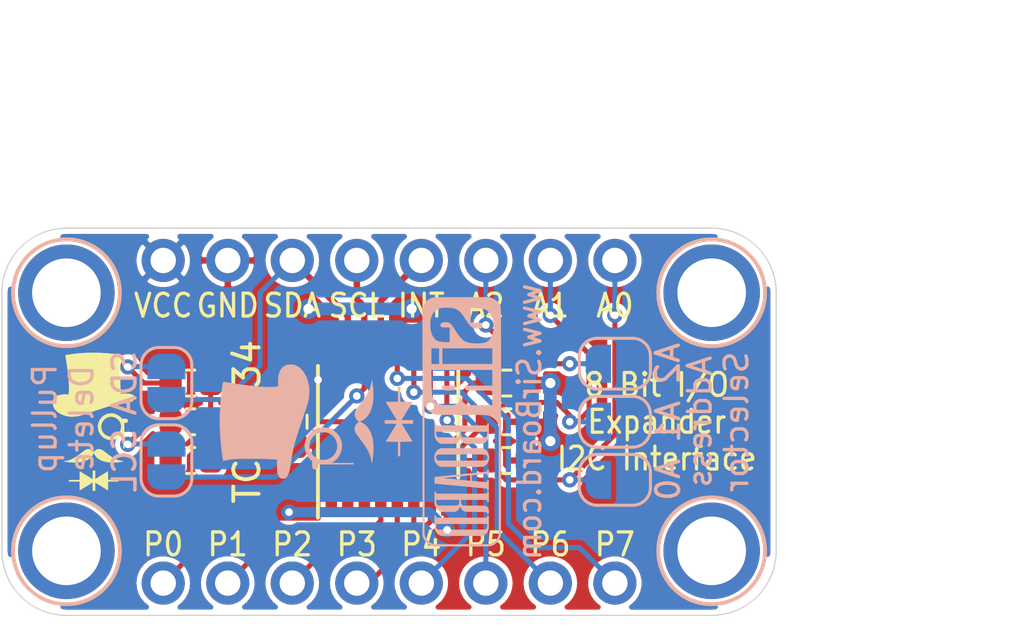
<source format=kicad_pcb>
(kicad_pcb (version 20171130) (host pcbnew "(5.1.2)-2")

  (general
    (thickness 1.6)
    (drawings 34)
    (tracks 145)
    (zones 0)
    (modules 22)
    (nets 19)
  )

  (page User 132.004 102.006)
  (title_block
    (title "TCA9534 Based 8 Bit I2C Port Expander")
    (date 2019-12-02)
    (rev 1)
    (company www.SirBoard.com)
    (comment 1 SirBoard)
    (comment 2 SirExpand)
    (comment 3 TCA9534)
  )

  (layers
    (0 F.Cu signal)
    (31 B.Cu signal)
    (32 B.Adhes user hide)
    (33 F.Adhes user hide)
    (34 B.Paste user hide)
    (35 F.Paste user hide)
    (36 B.SilkS user)
    (37 F.SilkS user)
    (38 B.Mask user hide)
    (39 F.Mask user hide)
    (40 Dwgs.User user)
    (41 Cmts.User user hide)
    (42 Eco1.User user hide)
    (43 Eco2.User user hide)
    (44 Edge.Cuts user)
    (45 Margin user hide)
    (46 B.CrtYd user hide)
    (47 F.CrtYd user hide)
    (48 B.Fab user hide)
    (49 F.Fab user hide)
  )

  (setup
    (last_trace_width 0.5)
    (user_trace_width 0.127)
    (user_trace_width 0.15)
    (user_trace_width 0.2)
    (user_trace_width 0.25)
    (user_trace_width 0.3)
    (user_trace_width 0.4)
    (user_trace_width 0.5)
    (user_trace_width 0.6)
    (user_trace_width 0.7)
    (user_trace_width 0.8)
    (user_trace_width 0.9)
    (user_trace_width 1)
    (trace_clearance 0.127)
    (zone_clearance 0.2)
    (zone_45_only no)
    (trace_min 0.127)
    (via_size 0.6)
    (via_drill 0.3)
    (via_min_size 0.6)
    (via_min_drill 0.3)
    (user_via 0.6 0.3)
    (user_via 0.8 0.4)
    (user_via 1 0.5)
    (user_via 3.5 2.5)
    (uvia_size 0.45)
    (uvia_drill 0.2)
    (uvias_allowed no)
    (uvia_min_size 0.45)
    (uvia_min_drill 0.1)
    (edge_width 0.05)
    (segment_width 0.2)
    (pcb_text_width 0.3)
    (pcb_text_size 1.5 1.5)
    (mod_edge_width 0.12)
    (mod_text_size 0.8 0.9)
    (mod_text_width 0.13)
    (pad_size 3.8 3.8)
    (pad_drill 2.7)
    (pad_to_mask_clearance 0)
    (solder_mask_min_width 0.1)
    (aux_axis_origin 0 0)
    (visible_elements 7FFFFFFF)
    (pcbplotparams
      (layerselection 0x010f0_ffffffff)
      (usegerberextensions false)
      (usegerberattributes false)
      (usegerberadvancedattributes false)
      (creategerberjobfile false)
      (excludeedgelayer true)
      (linewidth 0.100000)
      (plotframeref false)
      (viasonmask false)
      (mode 1)
      (useauxorigin true)
      (hpglpennumber 1)
      (hpglpenspeed 20)
      (hpglpendiameter 15.000000)
      (psnegative false)
      (psa4output false)
      (plotreference true)
      (plotvalue false)
      (plotinvisibletext false)
      (padsonsilk false)
      (subtractmaskfromsilk false)
      (outputformat 1)
      (mirror false)
      (drillshape 0)
      (scaleselection 1)
      (outputdirectory "C:/Users/elisha3/Desktop/GitHub/Gerbers/SirMicro/"))
  )

  (net 0 "")
  (net 1 GND)
  (net 2 "Net-(JP1-Pad1)")
  (net 3 SCL)
  (net 4 SDA)
  (net 5 VCC)
  (net 6 A0)
  (net 7 A1)
  (net 8 A2)
  (net 9 "Net-(JP2-Pad1)")
  (net 10 INT)
  (net 11 P0)
  (net 12 P1)
  (net 13 P2)
  (net 14 P3)
  (net 15 P4)
  (net 16 P5)
  (net 17 P6)
  (net 18 P7)

  (net_class Default "This is the default net class."
    (clearance 0.127)
    (trace_width 0.127)
    (via_dia 0.6)
    (via_drill 0.3)
    (uvia_dia 0.45)
    (uvia_drill 0.2)
    (add_net A0)
    (add_net A1)
    (add_net A2)
    (add_net GND)
    (add_net INT)
    (add_net "Net-(JP1-Pad1)")
    (add_net "Net-(JP2-Pad1)")
    (add_net P0)
    (add_net P1)
    (add_net P2)
    (add_net P3)
    (add_net P4)
    (add_net P5)
    (add_net P6)
    (add_net P7)
    (add_net SCL)
    (add_net SDA)
    (add_net VCC)
  )

  (module logo:logo54x76 (layer F.Cu) (tedit 0) (tstamp 5DFBEF8A)
    (at 50.4825 35.814)
    (fp_text reference G*** (at 0 0 180) (layer F.SilkS) hide
      (effects (font (size 1.524 1.524) (thickness 0.3)))
    )
    (fp_text value LOGO (at 0.75 0 180) (layer F.SilkS) hide
      (effects (font (size 1.524 1.524) (thickness 0.3)))
    )
    (fp_poly (pts (xy 0.252521 -2.711196) (xy 0.49012 -2.697494) (xy 0.724736 -2.675821) (xy 0.953868 -2.646201)
      (xy 0.9906 -2.64061) (xy 1.033336 -2.634024) (xy 1.06366 -2.629087) (xy 1.083446 -2.624901)
      (xy 1.09457 -2.62057) (xy 1.098909 -2.615195) (xy 1.098338 -2.607879) (xy 1.094732 -2.597724)
      (xy 1.092559 -2.591818) (xy 1.080891 -2.550355) (xy 1.07017 -2.495015) (xy 1.060488 -2.42641)
      (xy 1.051939 -2.345154) (xy 1.048301 -2.302291) (xy 1.044388 -2.240273) (xy 1.041355 -2.165772)
      (xy 1.039189 -2.080789) (xy 1.037874 -1.987326) (xy 1.037397 -1.887388) (xy 1.037744 -1.782975)
      (xy 1.038898 -1.676091) (xy 1.040847 -1.568737) (xy 1.043575 -1.462918) (xy 1.047068 -1.360634)
      (xy 1.051312 -1.263889) (xy 1.056292 -1.174685) (xy 1.056461 -1.172029) (xy 1.06061 -1.106715)
      (xy 1.191091 -1.109122) (xy 1.281168 -1.108808) (xy 1.358236 -1.104218) (xy 1.423187 -1.095243)
      (xy 1.476915 -1.081777) (xy 1.505134 -1.071056) (xy 1.545209 -1.049462) (xy 1.572536 -1.024535)
      (xy 1.588862 -0.993659) (xy 1.595938 -0.954216) (xy 1.596571 -0.93421) (xy 1.595794 -0.907476)
      (xy 1.59218 -0.889356) (xy 1.5838 -0.873981) (xy 1.571961 -0.859233) (xy 1.547394 -0.835186)
      (xy 1.516463 -0.813654) (xy 1.478028 -0.794276) (xy 1.430953 -0.776691) (xy 1.374101 -0.760538)
      (xy 1.306334 -0.745455) (xy 1.226515 -0.731083) (xy 1.133506 -0.717059) (xy 1.116822 -0.714755)
      (xy 0.972688 -0.692936) (xy 0.83663 -0.667637) (xy 0.702373 -0.637543) (xy 0.563641 -0.601342)
      (xy 0.529771 -0.591823) (xy 0.505025 -0.584431) (xy 0.468062 -0.572906) (xy 0.42042 -0.557751)
      (xy 0.363634 -0.539472) (xy 0.299243 -0.518571) (xy 0.228783 -0.495553) (xy 0.153791 -0.470922)
      (xy 0.075804 -0.445182) (xy -0.003641 -0.418838) (xy -0.083008 -0.392392) (xy -0.160759 -0.36635)
      (xy -0.235357 -0.341215) (xy -0.266698 -0.330603) (xy -0.339736 -0.305961) (xy -0.401058 -0.285625)
      (xy -0.452624 -0.269037) (xy -0.496394 -0.255639) (xy -0.534327 -0.244872) (xy -0.568382 -0.236178)
      (xy -0.600519 -0.229) (xy -0.632698 -0.222778) (xy -0.664029 -0.217419) (xy -0.708712 -0.211679)
      (xy -0.761132 -0.207407) (xy -0.817021 -0.20473) (xy -0.872115 -0.203775) (xy -0.922147 -0.204672)
      (xy -0.962851 -0.207547) (xy -0.968829 -0.208281) (xy -1.087596 -0.229456) (xy -1.195257 -0.259832)
      (xy -1.291998 -0.299494) (xy -1.378006 -0.348526) (xy -1.453468 -0.407013) (xy -1.491018 -0.443744)
      (xy -1.539967 -0.502682) (xy -1.575408 -0.561834) (xy -1.598228 -0.623288) (xy -1.609312 -0.689129)
      (xy -1.610731 -0.725715) (xy -1.604705 -0.798077) (xy -1.586651 -0.862324) (xy -1.556605 -0.918411)
      (xy -1.514604 -0.966292) (xy -1.460684 -1.005921) (xy -1.394883 -1.037253) (xy -1.349777 -1.052032)
      (xy -1.298785 -1.063261) (xy -1.238559 -1.071539) (xy -1.174157 -1.076448) (xy -1.110638 -1.077567)
      (xy -1.065557 -1.075586) (xy -0.995371 -1.070162) (xy -0.991204 -1.090994) (xy -0.982829 -1.148218)
      (xy -0.977783 -1.218671) (xy -0.975994 -1.301472) (xy -0.977393 -1.395741) (xy -0.98191 -1.500595)
      (xy -0.989474 -1.615154) (xy -1.000014 -1.738537) (xy -1.01346 -1.869862) (xy -1.029742 -2.008248)
      (xy -1.048789 -2.152815) (xy -1.070531 -2.30268) (xy -1.094897 -2.456962) (xy -1.105405 -2.519962)
      (xy -1.111996 -2.559832) (xy -1.116057 -2.587666) (xy -1.117707 -2.605699) (xy -1.117064 -2.616166)
      (xy -1.114247 -2.621302) (xy -1.110872 -2.622973) (xy -1.096781 -2.626079) (xy -1.071008 -2.630839)
      (xy -1.036229 -2.636807) (xy -0.995125 -2.643538) (xy -0.950373 -2.650585) (xy -0.904652 -2.657505)
      (xy -0.892629 -2.659272) (xy -0.677652 -2.685797) (xy -0.453146 -2.704228) (xy -0.221614 -2.714587)
      (xy 0.014443 -2.716902) (xy 0.252521 -2.711196)) (layer F.SilkS) (width 0.01))
    (fp_poly (pts (xy 0.726979 -0.32675) (xy 0.779977 -0.320861) (xy 0.800601 -0.316685) (xy 0.872557 -0.293181)
      (xy 0.942915 -0.258598) (xy 1.007844 -0.215229) (xy 1.063515 -0.165367) (xy 1.07563 -0.152049)
      (xy 1.106714 -0.116279) (xy 1.199128 -0.116197) (xy 1.237259 -0.116062) (xy 1.263833 -0.115376)
      (xy 1.281809 -0.113598) (xy 1.294144 -0.110185) (xy 1.303797 -0.104597) (xy 1.313726 -0.096292)
      (xy 1.315242 -0.094939) (xy 1.329955 -0.079776) (xy 1.336931 -0.064712) (xy 1.338907 -0.043132)
      (xy 1.338943 -0.037643) (xy 1.334444 -0.005765) (xy 1.320318 0.01762) (xy 1.295618 0.033167)
      (xy 1.259397 0.041535) (xy 1.222077 0.043502) (xy 1.18504 0.043543) (xy 1.193701 0.078014)
      (xy 1.195566 0.089635) (xy 1.197102 0.10886) (xy 1.198317 0.136501) (xy 1.199219 0.173369)
      (xy 1.199818 0.220275) (xy 1.200121 0.278031) (xy 1.200138 0.347448) (xy 1.199877 0.429338)
      (xy 1.199346 0.524513) (xy 1.198972 0.578757) (xy 1.195581 1.045028) (xy 1.161297 1.045028)
      (xy 1.159405 0.731157) (xy 1.157514 0.417285) (xy 1.134608 0.4572) (xy 1.086988 0.526327)
      (xy 1.030166 0.585313) (xy 0.965655 0.633806) (xy 0.894965 0.671456) (xy 0.819608 0.697913)
      (xy 0.741098 0.712826) (xy 0.660945 0.715843) (xy 0.580662 0.706616) (xy 0.50176 0.684793)
      (xy 0.425753 0.650024) (xy 0.391885 0.629393) (xy 0.372652 0.614776) (xy 0.347439 0.593014)
      (xy 0.320166 0.56758) (xy 0.304257 0.551809) (xy 0.250214 0.486657) (xy 0.208349 0.414077)
      (xy 0.179112 0.335191) (xy 0.162951 0.251118) (xy 0.160349 0.203181) (xy 0.290156 0.203181)
      (xy 0.297428 0.270616) (xy 0.316743 0.33712) (xy 0.348598 0.401213) (xy 0.388438 0.455657)
      (xy 0.438736 0.503241) (xy 0.497851 0.540834) (xy 0.563386 0.56766) (xy 0.632945 0.582943)
      (xy 0.70413 0.585905) (xy 0.765628 0.577833) (xy 0.836897 0.555147) (xy 0.901289 0.520151)
      (xy 0.957695 0.473852) (xy 1.005005 0.417259) (xy 1.042113 0.351379) (xy 1.057458 0.312476)
      (xy 1.068116 0.267913) (xy 1.073556 0.215702) (xy 1.073649 0.161694) (xy 1.068265 0.111742)
      (xy 1.062479 0.086588) (xy 1.034911 0.017647) (xy 0.995507 -0.044268) (xy 0.945783 -0.097759)
      (xy 0.887254 -0.141431) (xy 0.821434 -0.173887) (xy 0.760491 -0.191696) (xy 0.720963 -0.199)
      (xy 0.689434 -0.202212) (xy 0.659987 -0.201355) (xy 0.626703 -0.196455) (xy 0.605971 -0.19233)
      (xy 0.534769 -0.170693) (xy 0.471638 -0.138155) (xy 0.417075 -0.096194) (xy 0.371576 -0.046289)
      (xy 0.335638 0.01008) (xy 0.309758 0.071434) (xy 0.294432 0.136294) (xy 0.290156 0.203181)
      (xy 0.160349 0.203181) (xy 0.159657 0.190434) (xy 0.166668 0.107332) (xy 0.186994 0.027565)
      (xy 0.219575 -0.047539) (xy 0.263352 -0.116651) (xy 0.317265 -0.178443) (xy 0.380254 -0.231586)
      (xy 0.451259 -0.274752) (xy 0.529221 -0.306612) (xy 0.563924 -0.316336) (xy 0.612783 -0.324478)
      (xy 0.669191 -0.327953) (xy 0.726979 -0.32675)) (layer F.SilkS) (width 0.01))
    (fp_poly (pts (xy 0.237999 1.079864) (xy 0.270846 1.088698) (xy 0.291719 1.096279) (xy 0.314155 1.10698)
      (xy 0.339692 1.121829) (xy 0.369865 1.141854) (xy 0.406212 1.168082) (xy 0.45027 1.201542)
      (xy 0.503575 1.243262) (xy 0.512679 1.250468) (xy 0.624727 1.334106) (xy 0.732729 1.404284)
      (xy 0.836564 1.460939) (xy 0.936109 1.50401) (xy 1.031242 1.533435) (xy 1.102446 1.546892)
      (xy 1.12931 1.550693) (xy 1.146855 1.554024) (xy 1.154333 1.55723) (xy 1.150999 1.560655)
      (xy 1.136105 1.564643) (xy 1.108904 1.569538) (xy 1.06865 1.575682) (xy 1.026885 1.581681)
      (xy 0.920784 1.593768) (xy 0.814316 1.600277) (xy 0.710517 1.601227) (xy 0.612418 1.596633)
      (xy 0.523053 1.586513) (xy 0.478817 1.578617) (xy 0.377715 1.552208) (xy 0.286614 1.516907)
      (xy 0.206017 1.473048) (xy 0.136426 1.420964) (xy 0.07834 1.36099) (xy 0.032263 1.293458)
      (xy 0.022468 1.275015) (xy -0.00429 1.221751) (xy -0.024009 1.262204) (xy -0.067713 1.335591)
      (xy -0.122995 1.400326) (xy -0.18971 1.456313) (xy -0.267712 1.503456) (xy -0.356855 1.54166)
      (xy -0.456993 1.570827) (xy -0.508806 1.581568) (xy -0.560885 1.58908) (xy -0.623357 1.594878)
      (xy -0.692182 1.598813) (xy -0.763324 1.600736) (xy -0.832745 1.600495) (xy -0.896406 1.59794)
      (xy -0.9144 1.59665) (xy -0.94123 1.594012) (xy -0.975123 1.589981) (xy -1.013357 1.584963)
      (xy -1.053209 1.579361) (xy -1.091955 1.573581) (xy -1.126871 1.568028) (xy -1.155235 1.563107)
      (xy -1.174322 1.559222) (xy -1.181288 1.556977) (xy -1.17575 1.55535) (xy -1.159303 1.552907)
      (xy -1.135492 1.550174) (xy -1.135177 1.550142) (xy -1.055402 1.537396) (xy -0.974076 1.5151)
      (xy -0.890289 1.482789) (xy -0.80313 1.44) (xy -0.711689 1.386266) (xy -0.615055 1.321126)
      (xy -0.512319 1.244113) (xy -0.471715 1.211821) (xy -0.425095 1.174862) (xy -0.386893 1.146284)
      (xy -0.354832 1.124656) (xy -0.326635 1.108545) (xy -0.300025 1.096521) (xy -0.274137 1.087577)
      (xy -0.217324 1.077138) (xy -0.163201 1.080869) (xy -0.112479 1.098562) (xy -0.065866 1.130008)
      (xy -0.039095 1.1566) (xy -0.005677 1.194504) (xy 0.03889 1.149974) (xy 0.071628 1.120363)
      (xy 0.101936 1.100303) (xy 0.125458 1.08975) (xy 0.164107 1.078214) (xy 0.199796 1.074932)
      (xy 0.237999 1.079864)) (layer F.SilkS) (width 0.01))
    (fp_poly (pts (xy 0.0508 2.090662) (xy 0.051037 2.138054) (xy 0.051705 2.180038) (xy 0.052732 2.214632)
      (xy 0.054049 2.239852) (xy 0.055588 2.253714) (xy 0.056574 2.255762) (xy 0.064285 2.251399)
      (xy 0.0824 2.240651) (xy 0.108943 2.224708) (xy 0.141935 2.204757) (xy 0.1794 2.181987)
      (xy 0.185389 2.178337) (xy 0.235068 2.148053) (xy 0.291732 2.113508) (xy 0.349975 2.078001)
      (xy 0.404388 2.044828) (xy 0.4318 2.028116) (xy 0.555171 1.952899) (xy 0.557117 2.123078)
      (xy 0.559062 2.293257) (xy 0.9652 2.293257) (xy 0.9652 2.351314) (xy 0.559058 2.351314)
      (xy 0.557114 2.524705) (xy 0.555171 2.698095) (xy 0.43476 2.62449) (xy 0.387035 2.595314)
      (xy 0.33198 2.561654) (xy 0.274651 2.526599) (xy 0.220099 2.49324) (xy 0.186793 2.472871)
      (xy 0.148273 2.449432) (xy 0.11401 2.42881) (xy 0.085904 2.412132) (xy 0.065858 2.400524)
      (xy 0.055774 2.395111) (xy 0.055018 2.394857) (xy 0.053793 2.401769) (xy 0.052707 2.421123)
      (xy 0.051816 2.450849) (xy 0.051175 2.488874) (xy 0.050838 2.533128) (xy 0.0508 2.554514)
      (xy 0.0508 2.714171) (xy -0.043271 2.714171) (xy -0.045221 2.550982) (xy -0.047172 2.387793)
      (xy -0.120591 2.43372) (xy -0.150198 2.452124) (xy -0.175892 2.46788) (xy -0.194842 2.479265)
      (xy -0.204048 2.484479) (xy -0.212676 2.489427) (xy -0.231961 2.500954) (xy -0.260204 2.518028)
      (xy -0.295703 2.539617) (xy -0.336759 2.56469) (xy -0.381669 2.592215) (xy -0.384629 2.594032)
      (xy -0.555172 2.698753) (xy -0.557115 2.525034) (xy -0.559058 2.351314) (xy -0.979715 2.351314)
      (xy -0.979715 2.293257) (xy -0.5588 2.293257) (xy -0.5588 2.122714) (xy -0.558681 2.074701)
      (xy -0.558345 2.031919) (xy -0.557827 1.99637) (xy -0.557162 1.970059) (xy -0.556385 1.95499)
      (xy -0.555851 1.952171) (xy -0.548939 1.955759) (xy -0.531999 1.965608) (xy -0.507349 1.980341)
      (xy -0.477304 1.998585) (xy -0.466951 2.004927) (xy -0.428813 2.028295) (xy -0.383214 2.056172)
      (xy -0.335105 2.085536) (xy -0.289431 2.113364) (xy -0.275772 2.121674) (xy -0.234716 2.146673)
      (xy -0.192212 2.17261) (xy -0.152271 2.197031) (xy -0.118908 2.217485) (xy -0.107043 2.224782)
      (xy -0.043543 2.263897) (xy -0.043543 1.923143) (xy 0.0508 1.923143) (xy 0.0508 2.090662)) (layer F.SilkS) (width 0.01))
  )

  (module Connector_PinHeader_2.54mm:PinHeader_1x08_P2.54mm_Vertical (layer F.Cu) (tedit 5DFB6A07) (tstamp 5DFB78ED)
    (at 70.993 42.164 270)
    (descr "Through hole straight pin header, 1x08, 2.54mm pitch, single row")
    (tags "Through hole pin header THT 1x08 2.54mm single row")
    (path /5E0251B0)
    (fp_text reference J2 (at 0 -2.33 90) (layer F.SilkS) hide
      (effects (font (size 1 1) (thickness 0.15)))
    )
    (fp_text value Conn_01x08 (at 0 20.11 90) (layer F.Fab)
      (effects (font (size 1 1) (thickness 0.15)))
    )
    (fp_text user %R (at 0 8.89 180) (layer F.Fab)
      (effects (font (size 1 1) (thickness 0.15)))
    )
    (fp_line (start 1.8 -1.8) (end -1.8 -1.8) (layer F.CrtYd) (width 0.05))
    (fp_line (start 1.8 19.55) (end 1.8 -1.8) (layer F.CrtYd) (width 0.05))
    (fp_line (start -1.8 19.55) (end 1.8 19.55) (layer F.CrtYd) (width 0.05))
    (fp_line (start -1.8 -1.8) (end -1.8 19.55) (layer F.CrtYd) (width 0.05))
    (fp_line (start -1.27 -0.635) (end -0.635 -1.27) (layer F.Fab) (width 0.1))
    (fp_line (start -1.27 19.05) (end -1.27 -0.635) (layer F.Fab) (width 0.1))
    (fp_line (start 1.27 19.05) (end -1.27 19.05) (layer F.Fab) (width 0.1))
    (fp_line (start 1.27 -1.27) (end 1.27 19.05) (layer F.Fab) (width 0.1))
    (fp_line (start -0.635 -1.27) (end 1.27 -1.27) (layer F.Fab) (width 0.1))
    (pad 8 thru_hole oval (at 0 17.78 270) (size 1.7 1.7) (drill 1) (layers *.Cu *.Mask)
      (net 11 P0))
    (pad 7 thru_hole oval (at 0 15.24 270) (size 1.7 1.7) (drill 1) (layers *.Cu *.Mask)
      (net 12 P1))
    (pad 6 thru_hole oval (at 0 12.7 270) (size 1.7 1.7) (drill 1) (layers *.Cu *.Mask)
      (net 13 P2))
    (pad 5 thru_hole oval (at 0 10.16 270) (size 1.7 1.7) (drill 1) (layers *.Cu *.Mask)
      (net 14 P3))
    (pad 4 thru_hole oval (at 0 7.62 270) (size 1.7 1.7) (drill 1) (layers *.Cu *.Mask)
      (net 15 P4))
    (pad 3 thru_hole oval (at 0 5.08 270) (size 1.7 1.7) (drill 1) (layers *.Cu *.Mask)
      (net 16 P5))
    (pad 2 thru_hole oval (at 0 2.54 270) (size 1.7 1.7) (drill 1) (layers *.Cu *.Mask)
      (net 17 P6))
    (pad 1 thru_hole circle (at 0 0 270) (size 1.7 1.7) (drill 1) (layers *.Cu *.Mask)
      (net 18 P7))
    (model ${KISYS3DMOD}/Connector_PinHeader_2.54mm.3dshapes/PinHeader_1x08_P2.54mm_Vertical.wrl
      (at (xyz 0 0 0))
      (scale (xyz 1 1 1))
      (rotate (xyz 0 0 0))
    )
  )

  (module Connector_PinHeader_2.54mm:PinHeader_1x08_P2.54mm_Vertical (layer F.Cu) (tedit 5DFB6973) (tstamp 5DFB78D1)
    (at 53.213 29.464 90)
    (descr "Through hole straight pin header, 1x08, 2.54mm pitch, single row")
    (tags "Through hole pin header THT 1x08 2.54mm single row")
    (path /5E022831)
    (fp_text reference J1 (at 0 -2.33 90) (layer F.SilkS) hide
      (effects (font (size 1 1) (thickness 0.15)))
    )
    (fp_text value Conn_01x08 (at 0 20.11 90) (layer F.Fab)
      (effects (font (size 1 1) (thickness 0.15)))
    )
    (fp_text user %R (at 0 8.89) (layer F.Fab)
      (effects (font (size 1 1) (thickness 0.15)))
    )
    (fp_line (start 1.8 -1.8) (end -1.8 -1.8) (layer F.CrtYd) (width 0.05))
    (fp_line (start 1.8 19.55) (end 1.8 -1.8) (layer F.CrtYd) (width 0.05))
    (fp_line (start -1.8 19.55) (end 1.8 19.55) (layer F.CrtYd) (width 0.05))
    (fp_line (start -1.8 -1.8) (end -1.8 19.55) (layer F.CrtYd) (width 0.05))
    (fp_line (start -1.27 -0.635) (end -0.635 -1.27) (layer F.Fab) (width 0.1))
    (fp_line (start -1.27 19.05) (end -1.27 -0.635) (layer F.Fab) (width 0.1))
    (fp_line (start 1.27 19.05) (end -1.27 19.05) (layer F.Fab) (width 0.1))
    (fp_line (start 1.27 -1.27) (end 1.27 19.05) (layer F.Fab) (width 0.1))
    (fp_line (start -0.635 -1.27) (end 1.27 -1.27) (layer F.Fab) (width 0.1))
    (pad 8 thru_hole oval (at 0 17.78 90) (size 1.7 1.7) (drill 1) (layers *.Cu *.Mask)
      (net 6 A0))
    (pad 7 thru_hole oval (at 0 15.24 90) (size 1.7 1.7) (drill 1) (layers *.Cu *.Mask)
      (net 7 A1))
    (pad 6 thru_hole oval (at 0 12.7 90) (size 1.7 1.7) (drill 1) (layers *.Cu *.Mask)
      (net 8 A2))
    (pad 5 thru_hole oval (at 0 10.16 90) (size 1.7 1.7) (drill 1) (layers *.Cu *.Mask)
      (net 10 INT))
    (pad 4 thru_hole oval (at 0 7.62 90) (size 1.7 1.7) (drill 1) (layers *.Cu *.Mask)
      (net 3 SCL))
    (pad 3 thru_hole oval (at 0 5.08 90) (size 1.7 1.7) (drill 1) (layers *.Cu *.Mask)
      (net 4 SDA))
    (pad 2 thru_hole oval (at 0 2.54 90) (size 1.7 1.7) (drill 1) (layers *.Cu *.Mask)
      (net 1 GND))
    (pad 1 thru_hole circle (at 0 0 90) (size 1.7 1.7) (drill 1) (layers *.Cu *.Mask)
      (net 5 VCC))
    (model ${KISYS3DMOD}/Connector_PinHeader_2.54mm.3dshapes/PinHeader_1x08_P2.54mm_Vertical.wrl
      (at (xyz 0 0 0))
      (scale (xyz 1 1 1))
      (rotate (xyz 0 0 0))
    )
  )

  (module Package_SO:TSSOP-16_4.4x5mm_P0.65mm (layer F.Cu) (tedit 5A02F25C) (tstamp 5DFB79E0)
    (at 62.103 35.814 90)
    (descr "16-Lead Plastic Thin Shrink Small Outline (ST)-4.4 mm Body [TSSOP] (see Microchip Packaging Specification 00000049BS.pdf)")
    (tags "SSOP 0.65")
    (path /5DFB96F1)
    (attr smd)
    (fp_text reference TCA9534 (at 0 -5.588 90) (layer F.SilkS)
      (effects (font (size 1 1) (thickness 0.15)))
    )
    (fp_text value TCA9534 (at 0 3.55 90) (layer F.Fab)
      (effects (font (size 1 1) (thickness 0.15)))
    )
    (fp_text user %R (at 0 0 90) (layer F.Fab)
      (effects (font (size 0.8 0.8) (thickness 0.15)))
    )
    (fp_line (start -3.775 -2.8) (end 2.2 -2.8) (layer F.SilkS) (width 0.15))
    (fp_line (start -2.2 2.725) (end 2.2 2.725) (layer F.SilkS) (width 0.15))
    (fp_line (start -3.95 2.8) (end 3.95 2.8) (layer F.CrtYd) (width 0.05))
    (fp_line (start -3.95 -2.9) (end 3.95 -2.9) (layer F.CrtYd) (width 0.05))
    (fp_line (start 3.95 -2.9) (end 3.95 2.8) (layer F.CrtYd) (width 0.05))
    (fp_line (start -3.95 -2.9) (end -3.95 2.8) (layer F.CrtYd) (width 0.05))
    (fp_line (start -2.2 -1.5) (end -1.2 -2.5) (layer F.Fab) (width 0.15))
    (fp_line (start -2.2 2.5) (end -2.2 -1.5) (layer F.Fab) (width 0.15))
    (fp_line (start 2.2 2.5) (end -2.2 2.5) (layer F.Fab) (width 0.15))
    (fp_line (start 2.2 -2.5) (end 2.2 2.5) (layer F.Fab) (width 0.15))
    (fp_line (start -1.2 -2.5) (end 2.2 -2.5) (layer F.Fab) (width 0.15))
    (pad 16 smd rect (at 2.95 -2.275 90) (size 1.5 0.45) (layers F.Cu F.Paste F.Mask)
      (net 5 VCC))
    (pad 15 smd rect (at 2.95 -1.625 90) (size 1.5 0.45) (layers F.Cu F.Paste F.Mask)
      (net 4 SDA))
    (pad 14 smd rect (at 2.95 -0.975 90) (size 1.5 0.45) (layers F.Cu F.Paste F.Mask)
      (net 3 SCL))
    (pad 13 smd rect (at 2.95 -0.325 90) (size 1.5 0.45) (layers F.Cu F.Paste F.Mask)
      (net 10 INT))
    (pad 12 smd rect (at 2.95 0.325 90) (size 1.5 0.45) (layers F.Cu F.Paste F.Mask)
      (net 18 P7))
    (pad 11 smd rect (at 2.95 0.975 90) (size 1.5 0.45) (layers F.Cu F.Paste F.Mask)
      (net 17 P6))
    (pad 10 smd rect (at 2.95 1.625 90) (size 1.5 0.45) (layers F.Cu F.Paste F.Mask)
      (net 16 P5))
    (pad 9 smd rect (at 2.95 2.275 90) (size 1.5 0.45) (layers F.Cu F.Paste F.Mask)
      (net 15 P4))
    (pad 8 smd rect (at -2.95 2.275 90) (size 1.5 0.45) (layers F.Cu F.Paste F.Mask)
      (net 1 GND))
    (pad 7 smd rect (at -2.95 1.625 90) (size 1.5 0.45) (layers F.Cu F.Paste F.Mask)
      (net 14 P3))
    (pad 6 smd rect (at -2.95 0.975 90) (size 1.5 0.45) (layers F.Cu F.Paste F.Mask)
      (net 13 P2))
    (pad 5 smd rect (at -2.95 0.325 90) (size 1.5 0.45) (layers F.Cu F.Paste F.Mask)
      (net 12 P1))
    (pad 4 smd rect (at -2.95 -0.325 90) (size 1.5 0.45) (layers F.Cu F.Paste F.Mask)
      (net 11 P0))
    (pad 3 smd rect (at -2.95 -0.975 90) (size 1.5 0.45) (layers F.Cu F.Paste F.Mask)
      (net 6 A0))
    (pad 2 smd rect (at -2.95 -1.625 90) (size 1.5 0.45) (layers F.Cu F.Paste F.Mask)
      (net 7 A1))
    (pad 1 smd rect (at -2.95 -2.275 90) (size 1.5 0.45) (layers F.Cu F.Paste F.Mask)
      (net 8 A2))
    (model ${KISYS3DMOD}/Package_SO.3dshapes/TSSOP-16_4.4x5mm_P0.65mm.wrl
      (at (xyz 0 0 0))
      (scale (xyz 1 1 1))
      (rotate (xyz 0 0 0))
    )
  )

  (module Resistor_SMD:R_0603_1608Metric (layer F.Cu) (tedit 5B301BBD) (tstamp 5DFB79C0)
    (at 54.2925 37.338)
    (descr "Resistor SMD 0603 (1608 Metric), square (rectangular) end terminal, IPC_7351 nominal, (Body size source: http://www.tortai-tech.com/upload/download/2011102023233369053.pdf), generated with kicad-footprint-generator")
    (tags resistor)
    (path /5DFF1AB6)
    (attr smd)
    (fp_text reference R6 (at 0.029 0.065) (layer F.SilkS) hide
      (effects (font (size 1 1) (thickness 0.15)))
    )
    (fp_text value 10K (at 0 1.43) (layer F.Fab)
      (effects (font (size 1 1) (thickness 0.15)))
    )
    (fp_text user %R (at 0 0) (layer F.Fab)
      (effects (font (size 0.4 0.4) (thickness 0.06)))
    )
    (fp_line (start 1.48 0.73) (end -1.48 0.73) (layer F.CrtYd) (width 0.05))
    (fp_line (start 1.48 -0.73) (end 1.48 0.73) (layer F.CrtYd) (width 0.05))
    (fp_line (start -1.48 -0.73) (end 1.48 -0.73) (layer F.CrtYd) (width 0.05))
    (fp_line (start -1.48 0.73) (end -1.48 -0.73) (layer F.CrtYd) (width 0.05))
    (fp_line (start -0.162779 0.51) (end 0.162779 0.51) (layer F.SilkS) (width 0.12))
    (fp_line (start -0.162779 -0.51) (end 0.162779 -0.51) (layer F.SilkS) (width 0.12))
    (fp_line (start 0.8 0.4) (end -0.8 0.4) (layer F.Fab) (width 0.1))
    (fp_line (start 0.8 -0.4) (end 0.8 0.4) (layer F.Fab) (width 0.1))
    (fp_line (start -0.8 -0.4) (end 0.8 -0.4) (layer F.Fab) (width 0.1))
    (fp_line (start -0.8 0.4) (end -0.8 -0.4) (layer F.Fab) (width 0.1))
    (pad 2 smd roundrect (at 0.7875 0) (size 0.875 0.95) (layers F.Cu F.Paste F.Mask) (roundrect_rratio 0.25)
      (net 10 INT))
    (pad 1 smd roundrect (at -0.7875 0) (size 0.875 0.95) (layers F.Cu F.Paste F.Mask) (roundrect_rratio 0.25)
      (net 5 VCC))
    (model ${KISYS3DMOD}/Resistor_SMD.3dshapes/R_0603_1608Metric.wrl
      (at (xyz 0 0 0))
      (scale (xyz 1 1 1))
      (rotate (xyz 0 0 0))
    )
  )

  (module SirBoardLibrary:MountingHole_M2.5_SirBoard (layer F.Cu) (tedit 5DFB6C0A) (tstamp 5DFB78B5)
    (at 74.803 30.734)
    (descr "Mounting Hole 2.7mm, M2.5, ISO14580")
    (tags "mounting hole 2.7mm m2.5 iso14580")
    (path /5E042417)
    (attr virtual)
    (fp_text reference H4 (at 0 -3.25) (layer F.SilkS) hide
      (effects (font (size 1 1) (thickness 0.15)))
    )
    (fp_text value MountingHole (at 0 3.25) (layer F.Fab)
      (effects (font (size 1 1) (thickness 0.15)))
    )
    (fp_circle (center 0 0) (end 2.1 0) (layer B.SilkS) (width 0.15))
    (fp_text user %R (at 0.3 0) (layer F.Fab)
      (effects (font (size 1 1) (thickness 0.15)))
    )
    (fp_circle (center 0 0) (end 2.1 0) (layer F.SilkS) (width 0.15))
    (fp_circle (center 0 0) (end 2.2 0) (layer F.CrtYd) (width 0.05))
    (pad 1 thru_hole circle (at 0 0) (size 3.8 3.8) (drill 2.7) (layers *.Cu *.Mask))
  )

  (module SirBoardLibrary:MountingHole_M2.5_SirBoard (layer F.Cu) (tedit 5DE563BC) (tstamp 5DFB78AC)
    (at 74.803 40.894)
    (descr "Mounting Hole 2.7mm, M2.5, ISO14580")
    (tags "mounting hole 2.7mm m2.5 iso14580")
    (path /5E03EDED)
    (attr virtual)
    (fp_text reference H3 (at 0 -3.25) (layer F.SilkS) hide
      (effects (font (size 1 1) (thickness 0.15)))
    )
    (fp_text value MountingHole (at 0 3.25) (layer F.Fab)
      (effects (font (size 1 1) (thickness 0.15)))
    )
    (fp_circle (center 0 0) (end 2.1 0) (layer B.SilkS) (width 0.15))
    (fp_text user %R (at 0.3 0) (layer F.Fab)
      (effects (font (size 1 1) (thickness 0.15)))
    )
    (fp_circle (center 0 0) (end 2.1 0) (layer F.SilkS) (width 0.15))
    (fp_circle (center 0 0) (end 2.2 0) (layer F.CrtYd) (width 0.05))
    (pad 1 thru_hole circle (at 0 0) (size 3.8 3.8) (drill 2.7) (layers *.Cu *.Mask))
  )

  (module SirBoardLibrary:MountingHole_M2.5_SirBoard (layer F.Cu) (tedit 5DE563BC) (tstamp 5DFB78A3)
    (at 49.403 30.734)
    (descr "Mounting Hole 2.7mm, M2.5, ISO14580")
    (tags "mounting hole 2.7mm m2.5 iso14580")
    (path /5E03D741)
    (attr virtual)
    (fp_text reference H2 (at 0 -3.25) (layer F.SilkS) hide
      (effects (font (size 1 1) (thickness 0.15)))
    )
    (fp_text value MountingHole (at 0 3.25) (layer F.Fab)
      (effects (font (size 1 1) (thickness 0.15)))
    )
    (fp_circle (center 0 0) (end 2.1 0) (layer B.SilkS) (width 0.15))
    (fp_text user %R (at 0.3 0) (layer F.Fab)
      (effects (font (size 1 1) (thickness 0.15)))
    )
    (fp_circle (center 0 0) (end 2.1 0) (layer F.SilkS) (width 0.15))
    (fp_circle (center 0 0) (end 2.2 0) (layer F.CrtYd) (width 0.05))
    (pad 1 thru_hole circle (at 0 0) (size 3.8 3.8) (drill 2.7) (layers *.Cu *.Mask))
  )

  (module SirBoardLibrary:MountingHole_M2.5_SirBoard (layer F.Cu) (tedit 5DE563BC) (tstamp 5DFB789A)
    (at 49.403 40.894)
    (descr "Mounting Hole 2.7mm, M2.5, ISO14580")
    (tags "mounting hole 2.7mm m2.5 iso14580")
    (path /5E038074)
    (attr virtual)
    (fp_text reference H1 (at 0 -3.25) (layer F.SilkS) hide
      (effects (font (size 1 1) (thickness 0.15)))
    )
    (fp_text value MountingHole (at 0 3.25) (layer F.Fab)
      (effects (font (size 1 1) (thickness 0.15)))
    )
    (fp_circle (center 0 0) (end 2.1 0) (layer B.SilkS) (width 0.15))
    (fp_text user %R (at 0.3 0) (layer F.Fab)
      (effects (font (size 1 1) (thickness 0.15)))
    )
    (fp_circle (center 0 0) (end 2.1 0) (layer F.SilkS) (width 0.15))
    (fp_circle (center 0 0) (end 2.2 0) (layer F.CrtYd) (width 0.05))
    (pad 1 thru_hole circle (at 0 0) (size 3.8 3.8) (drill 2.7) (layers *.Cu *.Mask))
  )

  (module logo:SirBoard98x31 (layer B.Cu) (tedit 0) (tstamp 5DE58882)
    (at 64.9605 35.814 270)
    (fp_text reference G*** (at 0 0 90) (layer B.SilkS) hide
      (effects (font (size 1.524 1.524) (thickness 0.3)) (justify mirror))
    )
    (fp_text value LOGO (at 0.75 0 90) (layer B.SilkS) hide
      (effects (font (size 1.524 1.524) (thickness 0.3)) (justify mirror))
    )
    (fp_poly (pts (xy -1.334868 0.770261) (xy -1.296392 0.756996) (xy -1.266987 0.734987) (xy -1.246785 0.704317)
      (xy -1.241064 0.688829) (xy -1.238088 0.672122) (xy -1.23565 0.645116) (xy -1.233769 0.610202)
      (xy -1.232464 0.56977) (xy -1.231755 0.52621) (xy -1.231659 0.481913) (xy -1.232196 0.43927)
      (xy -1.233385 0.400671) (xy -1.235245 0.368506) (xy -1.237795 0.345166) (xy -1.238311 0.34218)
      (xy -1.24858 0.307816) (xy -1.265582 0.282169) (xy -1.290549 0.264343) (xy -1.32471 0.253445)
      (xy -1.366838 0.248689) (xy -1.41605 0.246306) (xy -1.41605 0.7747) (xy -1.382278 0.7747)
      (xy -1.334868 0.770261)) (layer B.SilkS) (width 0.01))
    (fp_poly (pts (xy 3.948112 1.065045) (xy 4.013772 1.064113) (xy 4.068018 1.063129) (xy 4.112139 1.062033)
      (xy 4.147419 1.060764) (xy 4.175147 1.059258) (xy 4.196608 1.057456) (xy 4.21309 1.055294)
      (xy 4.225879 1.052713) (xy 4.230221 1.051557) (xy 4.294012 1.027902) (xy 4.351034 0.995831)
      (xy 4.400081 0.956391) (xy 4.439947 0.910632) (xy 4.469424 0.859603) (xy 4.478882 0.835482)
      (xy 4.480434 0.830097) (xy 4.481828 0.823175) (xy 4.483071 0.814047) (xy 4.484173 0.802044)
      (xy 4.485142 0.786497) (xy 4.485986 0.766739) (xy 4.486714 0.742099) (xy 4.487333 0.71191)
      (xy 4.487854 0.675503) (xy 4.488283 0.632208) (xy 4.488629 0.581357) (xy 4.488902 0.522282)
      (xy 4.489108 0.454314) (xy 4.489257 0.376783) (xy 4.489357 0.289022) (xy 4.489417 0.190361)
      (xy 4.489445 0.080132) (xy 4.48945 -0.003312) (xy 4.489445 -0.121255) (xy 4.489424 -0.227178)
      (xy 4.489376 -0.32176) (xy 4.489293 -0.40568) (xy 4.489163 -0.479619) (xy 4.488978 -0.544254)
      (xy 4.488726 -0.600266) (xy 4.488399 -0.648335) (xy 4.487986 -0.689139) (xy 4.487477 -0.723359)
      (xy 4.486863 -0.751673) (xy 4.486133 -0.774761) (xy 4.485278 -0.793303) (xy 4.484287 -0.807977)
      (xy 4.483151 -0.819465) (xy 4.481859 -0.828444) (xy 4.480403 -0.835595) (xy 4.478771 -0.841596)
      (xy 4.477128 -0.846623) (xy 4.453388 -0.896872) (xy 4.418842 -0.943299) (xy 4.375154 -0.984485)
      (xy 4.323992 -1.01901) (xy 4.267018 -1.045453) (xy 4.230548 -1.056899) (xy 4.218373 -1.059529)
      (xy 4.20328 -1.061668) (xy 4.183954 -1.063364) (xy 4.159082 -1.064661) (xy 4.127351 -1.065606)
      (xy 4.087447 -1.066244) (xy 4.038057 -1.066621) (xy 3.977866 -1.066784) (xy 3.947195 -1.0668)
      (xy 3.70205 -1.0668) (xy 3.70205 -1.010685) (xy 4.01955 -1.010685) (xy 4.098358 -1.00858)
      (xy 4.131373 -1.007576) (xy 4.154427 -1.006264) (xy 4.170256 -1.004075) (xy 4.181596 -1.000439)
      (xy 4.191183 -0.994789) (xy 4.200877 -0.987265) (xy 4.218338 -0.970356) (xy 4.233152 -0.951452)
      (xy 4.236427 -0.94599) (xy 4.238045 -0.942629) (xy 4.239507 -0.938464) (xy 4.24082 -0.932875)
      (xy 4.241989 -0.925242) (xy 4.243021 -0.914942) (xy 4.243924 -0.901356) (xy 4.244703 -0.883863)
      (xy 4.245366 -0.861841) (xy 4.245919 -0.834671) (xy 4.246369 -0.801731) (xy 4.246722 -0.762401)
      (xy 4.246986 -0.716059) (xy 4.247166 -0.662085) (xy 4.24727 -0.599859) (xy 4.247303 -0.528758)
      (xy 4.247274 -0.448164) (xy 4.247188 -0.357454) (xy 4.247053 -0.256008) (xy 4.246874 -0.143205)
      (xy 4.246659 -0.018425) (xy 4.24662 0.003175) (xy 4.244975 0.930275) (xy 4.227002 0.953768)
      (xy 4.206224 0.975479) (xy 4.180782 0.991026) (xy 4.148465 1.001262) (xy 4.10706 1.007039)
      (xy 4.085143 1.008398) (xy 4.01955 1.011315) (xy 4.01955 -1.010685) (xy 3.70205 -1.010685)
      (xy 3.70205 -1.00965) (xy 3.77825 -1.00965) (xy 3.77825 1.00965) (xy 3.70205 1.00965)
      (xy 3.70205 1.068223) (xy 3.948112 1.065045)) (layer B.SilkS) (width 0.01))
    (fp_poly (pts (xy 3.001962 1.065045) (xy 3.067622 1.064113) (xy 3.121868 1.063129) (xy 3.165989 1.062033)
      (xy 3.201269 1.060764) (xy 3.228997 1.059258) (xy 3.250458 1.057456) (xy 3.26694 1.055294)
      (xy 3.279729 1.052713) (xy 3.284071 1.051557) (xy 3.347955 1.027878) (xy 3.404993 0.995801)
      (xy 3.454004 0.95636) (xy 3.493808 0.910584) (xy 3.523224 0.859504) (xy 3.533106 0.834017)
      (xy 3.53576 0.824889) (xy 3.537924 0.814282) (xy 3.539635 0.800942) (xy 3.54093 0.783616)
      (xy 3.541844 0.761051) (xy 3.542416 0.731995) (xy 3.542681 0.695194) (xy 3.542677 0.649394)
      (xy 3.54244 0.593343) (xy 3.54203 0.529217) (xy 3.540125 0.257175) (xy 3.519529 0.21508)
      (xy 3.494525 0.175335) (xy 3.460396 0.137183) (xy 3.420595 0.103968) (xy 3.379572 0.079507)
      (xy 3.359885 0.069573) (xy 3.34574 0.061319) (xy 3.340106 0.056485) (xy 3.3401 0.056402)
      (xy 3.345417 0.05153) (xy 3.358292 0.045705) (xy 3.359075 0.045428) (xy 3.389753 0.030739)
      (xy 3.423362 0.008155) (xy 3.456231 -0.01937) (xy 3.484688 -0.04888) (xy 3.498368 -0.066675)
      (xy 3.506523 -0.078479) (xy 3.51354 -0.088941) (xy 3.519511 -0.099066) (xy 3.524531 -0.109863)
      (xy 3.52869 -0.122339) (xy 3.532081 -0.137501) (xy 3.534798 -0.156356) (xy 3.536932 -0.179912)
      (xy 3.538577 -0.209176) (xy 3.539824 -0.245156) (xy 3.540767 -0.288858) (xy 3.541497 -0.34129)
      (xy 3.542108 -0.40346) (xy 3.542692 -0.476375) (xy 3.5433 -0.555625) (xy 3.543961 -0.639343)
      (xy 3.544585 -0.711303) (xy 3.545236 -0.772447) (xy 3.545981 -0.823716) (xy 3.546886 -0.866051)
      (xy 3.548017 -0.900395) (xy 3.549439 -0.927688) (xy 3.551219 -0.948873) (xy 3.553421 -0.964891)
      (xy 3.556113 -0.976683) (xy 3.55936 -0.985191) (xy 3.563228 -0.991357) (xy 3.567782 -0.996122)
      (xy 3.573089 -1.000427) (xy 3.574499 -1.00151) (xy 3.588393 -1.007484) (xy 3.602037 -1.009448)
      (xy 3.612711 -1.010537) (xy 3.617819 -1.015761) (xy 3.619398 -1.028544) (xy 3.6195 -1.03882)
      (xy 3.6195 -1.06799) (xy 3.529012 -1.065381) (xy 3.490774 -1.063991) (xy 3.46258 -1.062128)
      (xy 3.441773 -1.059432) (xy 3.425698 -1.055546) (xy 3.411699 -1.050109) (xy 3.40995 -1.049297)
      (xy 3.37361 -1.026402) (xy 3.345502 -0.995481) (xy 3.325138 -0.955714) (xy 3.312033 -0.906284)
      (xy 3.308043 -0.877611) (xy 3.306983 -0.861183) (xy 3.305981 -0.833373) (xy 3.305055 -0.795503)
      (xy 3.304224 -0.74889) (xy 3.303505 -0.694855) (xy 3.302917 -0.634716) (xy 3.302476 -0.569794)
      (xy 3.302202 -0.501406) (xy 3.302112 -0.44098) (xy 3.302 -0.059636) (xy 3.28367 -0.030733)
      (xy 3.265424 -0.007558) (xy 3.243052 0.009276) (xy 3.214395 0.020681) (xy 3.177293 0.027572)
      (xy 3.138993 0.030498) (xy 3.0734 0.033415) (xy 3.0734 -1.00965) (xy 3.1496 -1.00965)
      (xy 3.1496 -1.0668) (xy 2.7559 -1.0668) (xy 2.7559 -1.00965) (xy 2.8321 -1.00965)
      (xy 2.8321 0.087865) (xy 3.0734 0.087865) (xy 3.152208 0.08997) (xy 3.185223 0.090974)
      (xy 3.208277 0.092286) (xy 3.224106 0.094475) (xy 3.235446 0.098111) (xy 3.245033 0.103761)
      (xy 3.254727 0.111285) (xy 3.26434 0.118914) (xy 3.272566 0.125713) (xy 3.279507 0.132677)
      (xy 3.285268 0.140807) (xy 3.289951 0.151099) (xy 3.293661 0.164553) (xy 3.296502 0.182167)
      (xy 3.298576 0.204938) (xy 3.299988 0.233865) (xy 3.30084 0.269947) (xy 3.301237 0.314181)
      (xy 3.301283 0.367566) (xy 3.30108 0.4311) (xy 3.300733 0.505781) (xy 3.300516 0.55245)
      (xy 3.298825 0.930275) (xy 3.280852 0.953768) (xy 3.260074 0.975479) (xy 3.234632 0.991026)
      (xy 3.202315 1.001262) (xy 3.16091 1.007039) (xy 3.138993 1.008398) (xy 3.0734 1.011315)
      (xy 3.0734 0.087865) (xy 2.8321 0.087865) (xy 2.8321 1.00965) (xy 2.7559 1.00965)
      (xy 2.7559 1.068223) (xy 3.001962 1.065045)) (layer B.SilkS) (width 0.01))
    (fp_poly (pts (xy 2.255698 1.067431) (xy 2.289396 1.06708) (xy 2.324118 1.066449) (xy 2.357546 1.06558)
      (xy 2.387366 1.064514) (xy 2.411261 1.063293) (xy 2.426916 1.061959) (xy 2.43205 1.060658)
      (xy 2.43264 1.053346) (xy 2.43436 1.03421) (xy 2.437132 1.004069) (xy 2.440877 0.963743)
      (xy 2.445519 0.91405) (xy 2.450979 0.855809) (xy 2.457179 0.789839) (xy 2.464043 0.716959)
      (xy 2.471492 0.637987) (xy 2.479448 0.553744) (xy 2.487834 0.465047) (xy 2.496572 0.372716)
      (xy 2.505584 0.27757) (xy 2.514793 0.180427) (xy 2.52412 0.082107) (xy 2.533489 -0.016573)
      (xy 2.54282 -0.114791) (xy 2.552037 -0.211731) (xy 2.561062 -0.306573) (xy 2.569817 -0.398497)
      (xy 2.578225 -0.486686) (xy 2.586207 -0.570319) (xy 2.593685 -0.648579) (xy 2.600583 -0.720646)
      (xy 2.606822 -0.785702) (xy 2.612325 -0.842927) (xy 2.617014 -0.891502) (xy 2.62081 -0.930609)
      (xy 2.623638 -0.959429) (xy 2.625417 -0.977142) (xy 2.62602 -0.982662) (xy 2.629678 -1.00965)
      (xy 2.69875 -1.00965) (xy 2.69875 -1.0668) (xy 2.30505 -1.0668) (xy 2.30505 -1.00965)
      (xy 2.34315 -1.00965) (xy 2.36424 -1.009386) (xy 2.375623 -1.007628) (xy 2.380293 -1.002924)
      (xy 2.381243 -0.993823) (xy 2.38125 -0.991179) (xy 2.380682 -0.981099) (xy 2.379058 -0.959768)
      (xy 2.376499 -0.928579) (xy 2.373123 -0.888926) (xy 2.369051 -0.842203) (xy 2.364402 -0.789804)
      (xy 2.359295 -0.733124) (xy 2.35585 -0.695325) (xy 2.350527 -0.636926) (xy 2.345582 -0.582161)
      (xy 2.341136 -0.532383) (xy 2.337305 -0.488946) (xy 2.334209 -0.453202) (xy 2.331967 -0.426507)
      (xy 2.330697 -0.410213) (xy 2.33045 -0.40582) (xy 2.329787 -0.401507) (xy 2.326652 -0.398358)
      (xy 2.319325 -0.396192) (xy 2.306087 -0.394825) (xy 2.285219 -0.394076) (xy 2.255002 -0.393761)
      (xy 2.21615 -0.3937) (xy 2.179637 -0.393906) (xy 2.14795 -0.394481) (xy 2.123092 -0.395355)
      (xy 2.107068 -0.396458) (xy 2.10185 -0.39763) (xy 2.101242 -0.404564) (xy 2.099504 -0.422861)
      (xy 2.09676 -0.451245) (xy 2.093133 -0.488443) (xy 2.088749 -0.533178) (xy 2.083732 -0.584177)
      (xy 2.078208 -0.640163) (xy 2.073275 -0.690021) (xy 2.067394 -0.749715) (xy 2.061922 -0.805914)
      (xy 2.056984 -0.857274) (xy 2.052706 -0.902452) (xy 2.049215 -0.940104) (xy 2.046636 -0.968886)
      (xy 2.045098 -0.987455) (xy 2.0447 -0.994065) (xy 2.045646 -1.002994) (xy 2.050553 -1.007644)
      (xy 2.062526 -1.009399) (xy 2.079625 -1.00965) (xy 2.11455 -1.00965) (xy 2.11455 -1.0668)
      (xy 1.88595 -1.0668) (xy 1.88595 -1.010256) (xy 1.925404 -1.008365) (xy 1.964859 -1.006475)
      (xy 2.033954 -0.331787) (xy 2.108021 -0.331787) (xy 2.109047 -0.335839) (xy 2.113139 -0.338772)
      (xy 2.122044 -0.340765) (xy 2.137509 -0.341994) (xy 2.16128 -0.342639) (xy 2.195104 -0.342877)
      (xy 2.217024 -0.3429) (xy 2.325848 -0.3429) (xy 2.322163 -0.309562) (xy 2.320832 -0.296181)
      (xy 2.318545 -0.271654) (xy 2.315435 -0.23749) (xy 2.311638 -0.195195) (xy 2.30729 -0.146278)
      (xy 2.302524 -0.092246) (xy 2.297476 -0.034607) (xy 2.294738 -0.003175) (xy 2.289649 0.054376)
      (xy 2.284747 0.107946) (xy 2.280163 0.156223) (xy 2.276031 0.197899) (xy 2.272481 0.231665)
      (xy 2.269647 0.256209) (xy 2.267659 0.270223) (xy 2.266908 0.27305) (xy 2.265479 0.279869)
      (xy 2.263141 0.297972) (xy 2.260032 0.325985) (xy 2.256291 0.362535) (xy 2.252059 0.40625)
      (xy 2.247473 0.455756) (xy 2.242674 0.50968) (xy 2.241304 0.525463) (xy 2.236488 0.58023)
      (xy 2.231868 0.630834) (xy 2.22758 0.675926) (xy 2.22376 0.714155) (xy 2.220544 0.744171)
      (xy 2.218067 0.764626) (xy 2.216467 0.774167) (xy 2.216185 0.7747) (xy 2.215181 0.768563)
      (xy 2.213086 0.750885) (xy 2.210009 0.72277) (xy 2.206056 0.685322) (xy 2.201336 0.639643)
      (xy 2.195957 0.586837) (xy 2.190026 0.528007) (xy 2.183652 0.464256) (xy 2.176942 0.396688)
      (xy 2.170004 0.326405) (xy 2.162945 0.254512) (xy 2.155875 0.18211) (xy 2.1489 0.110304)
      (xy 2.142128 0.040197) (xy 2.135668 -0.027109) (xy 2.129627 -0.09051) (xy 2.124113 -0.148902)
      (xy 2.119233 -0.201183) (xy 2.115097 -0.246249) (xy 2.11181 -0.282997) (xy 2.109482 -0.310324)
      (xy 2.10822 -0.327127) (xy 2.108021 -0.331787) (xy 2.033954 -0.331787) (xy 2.070859 0.028575)
      (xy 2.08247 0.14192) (xy 2.093731 0.251813) (xy 2.104577 0.357593) (xy 2.114937 0.458597)
      (xy 2.124746 0.554164) (xy 2.133933 0.643632) (xy 2.142431 0.726338) (xy 2.150173 0.801621)
      (xy 2.157089 0.868818) (xy 2.163113 0.927268) (xy 2.168175 0.976308) (xy 2.172209 1.015276)
      (xy 2.175145 1.04351) (xy 2.176915 1.060349) (xy 2.177455 1.065213) (xy 2.183901 1.066394)
      (xy 2.200634 1.06713) (xy 2.225339 1.067462) (xy 2.255698 1.067431)) (layer B.SilkS) (width 0.01))
    (fp_poly (pts (xy 0.315912 1.065045) (xy 0.379618 1.064193) (xy 0.432035 1.063338) (xy 0.474574 1.062405)
      (xy 0.508644 1.061319) (xy 0.535658 1.060003) (xy 0.557025 1.05838) (xy 0.574156 1.056377)
      (xy 0.588461 1.053916) (xy 0.601353 1.050921) (xy 0.607066 1.049379) (xy 0.670208 1.026095)
      (xy 0.726962 0.993722) (xy 0.775879 0.953382) (xy 0.815509 0.906199) (xy 0.835519 0.872552)
      (xy 0.860425 0.823475) (xy 0.860425 0.257175) (xy 0.839829 0.21508) (xy 0.814825 0.175335)
      (xy 0.780696 0.137183) (xy 0.740895 0.103968) (xy 0.699872 0.079507) (xy 0.680212 0.069713)
      (xy 0.66609 0.061804) (xy 0.66046 0.05744) (xy 0.660453 0.057368) (xy 0.665672 0.052995)
      (xy 0.679421 0.044537) (xy 0.698917 0.033686) (xy 0.702556 0.03175) (xy 0.750388 0.000861)
      (xy 0.792258 -0.037266) (xy 0.825553 -0.080017) (xy 0.839801 -0.105679) (xy 0.860425 -0.149225)
      (xy 0.862231 -0.478713) (xy 0.862603 -0.552976) (xy 0.862818 -0.615649) (xy 0.86285 -0.667843)
      (xy 0.862672 -0.710667) (xy 0.862258 -0.745231) (xy 0.861579 -0.772644) (xy 0.860611 -0.794018)
      (xy 0.859326 -0.810461) (xy 0.857697 -0.823083) (xy 0.855698 -0.832995) (xy 0.853512 -0.840663)
      (xy 0.830277 -0.892362) (xy 0.796171 -0.939891) (xy 0.752694 -0.981952) (xy 0.701346 -1.017247)
      (xy 0.643628 -1.044476) (xy 0.603341 -1.057251) (xy 0.591264 -1.059791) (xy 0.575716 -1.061861)
      (xy 0.555431 -1.063505) (xy 0.529144 -1.064763) (xy 0.495588 -1.065678) (xy 0.453498 -1.066293)
      (xy 0.401607 -1.066651) (xy 0.33865 -1.066793) (xy 0.31817 -1.0668) (xy 0.06985 -1.0668)
      (xy 0.06985 -1.00965) (xy 0.14605 -1.00965) (xy 0.38735 -1.00965) (xy 0.45837 -1.00965)
      (xy 0.492238 -1.009231) (xy 0.516639 -1.007692) (xy 0.534783 -1.004605) (xy 0.549884 -0.999542)
      (xy 0.556285 -0.99663) (xy 0.577654 -0.982846) (xy 0.597244 -0.964822) (xy 0.601152 -0.960117)
      (xy 0.619125 -0.936625) (xy 0.619125 -0.053047) (xy 0.602081 -0.027293) (xy 0.583806 -0.00538)
      (xy 0.560905 0.01059) (xy 0.531327 0.02143) (xy 0.493022 0.027951) (xy 0.455966 0.030555)
      (xy 0.38735 0.033382) (xy 0.38735 -1.00965) (xy 0.14605 -1.00965) (xy 0.14605 0.0889)
      (xy 0.38735 0.0889) (xy 0.45837 0.0889) (xy 0.492238 0.089319) (xy 0.516639 0.090858)
      (xy 0.534783 0.093945) (xy 0.549884 0.099008) (xy 0.556285 0.10192) (xy 0.577654 0.115704)
      (xy 0.597244 0.133728) (xy 0.601152 0.138433) (xy 0.619125 0.161925) (xy 0.619125 0.924853)
      (xy 0.602081 0.950607) (xy 0.583806 0.97252) (xy 0.560905 0.98849) (xy 0.531327 0.99933)
      (xy 0.493022 1.005851) (xy 0.455966 1.008455) (xy 0.38735 1.011282) (xy 0.38735 0.0889)
      (xy 0.14605 0.0889) (xy 0.14605 1.00965) (xy 0.06985 1.00965) (xy 0.06985 1.068134)
      (xy 0.315912 1.065045)) (layer B.SilkS) (width 0.01))
    (fp_poly (pts (xy 1.447906 1.072203) (xy 1.495528 1.066412) (xy 1.51895 1.060986) (xy 1.579263 1.038398)
      (xy 1.634065 1.007305) (xy 1.681802 0.969054) (xy 1.720915 0.924992) (xy 1.749851 0.876466)
      (xy 1.759328 0.852974) (xy 1.761114 0.84747) (xy 1.762719 0.841435) (xy 1.764152 0.834196)
      (xy 1.765423 0.82508) (xy 1.766542 0.813412) (xy 1.767518 0.79852) (xy 1.768362 0.779728)
      (xy 1.769082 0.756365) (xy 1.769689 0.727756) (xy 1.770192 0.693227) (xy 1.770601 0.652104)
      (xy 1.770925 0.603715) (xy 1.771175 0.547385) (xy 1.77136 0.482441) (xy 1.77149 0.408209)
      (xy 1.771574 0.324016) (xy 1.771622 0.229187) (xy 1.771644 0.123049) (xy 1.771649 0.004929)
      (xy 1.77165 -0.003175) (xy 1.771645 -0.122096) (xy 1.771624 -0.228992) (xy 1.771578 -0.324535)
      (xy 1.771497 -0.409399) (xy 1.77137 -0.484258) (xy 1.771189 -0.549785) (xy 1.770944 -0.606653)
      (xy 1.770624 -0.655538) (xy 1.770221 -0.697112) (xy 1.769724 -0.732049) (xy 1.769125 -0.761022)
      (xy 1.768412 -0.784706) (xy 1.767577 -0.803774) (xy 1.76661 -0.818899) (xy 1.7655 -0.830756)
      (xy 1.764239 -0.840017) (xy 1.762817 -0.847357) (xy 1.761224 -0.85345) (xy 1.75945 -0.858968)
      (xy 1.759328 -0.859323) (xy 1.735588 -0.909572) (xy 1.701042 -0.955999) (xy 1.657354 -0.997185)
      (xy 1.606192 -1.03171) (xy 1.549218 -1.058153) (xy 1.512748 -1.069599) (xy 1.478453 -1.075652)
      (xy 1.436821 -1.078735) (xy 1.392283 -1.078899) (xy 1.349271 -1.076192) (xy 1.312216 -1.070662)
      (xy 1.298575 -1.067239) (xy 1.236844 -1.044185) (xy 1.183808 -1.013859) (xy 1.13678 -0.974635)
      (xy 1.123747 -0.961216) (xy 1.095717 -0.928091) (xy 1.075431 -0.896108) (xy 1.059672 -0.859994)
      (xy 1.056469 -0.8509) (xy 1.054736 -0.845403) (xy 1.053179 -0.839177) (xy 1.05179 -0.831546)
      (xy 1.050559 -0.821835) (xy 1.049476 -0.809368) (xy 1.048532 -0.793468) (xy 1.047717 -0.77346)
      (xy 1.047022 -0.748669) (xy 1.046437 -0.718417) (xy 1.045953 -0.682031) (xy 1.045561 -0.638833)
      (xy 1.045251 -0.588148) (xy 1.045013 -0.5293) (xy 1.044838 -0.461614) (xy 1.044716 -0.384413)
      (xy 1.044638 -0.297022) (xy 1.04462 -0.25572) (xy 1.283856 -0.25572) (xy 1.283865 -0.375005)
      (xy 1.283986 -0.48294) (xy 1.284219 -0.579375) (xy 1.284563 -0.664159) (xy 1.285018 -0.737142)
      (xy 1.285582 -0.798174) (xy 1.286256 -0.847104) (xy 1.287037 -0.883782) (xy 1.287925 -0.908058)
      (xy 1.288899 -0.919668) (xy 1.295575 -0.943725) (xy 1.305372 -0.966046) (xy 1.310937 -0.974847)
      (xy 1.337478 -0.999815) (xy 1.370201 -1.015511) (xy 1.406176 -1.021504) (xy 1.442468 -1.017364)
      (xy 1.476147 -1.002662) (xy 1.480513 -0.999717) (xy 1.498926 -0.98381) (xy 1.514393 -0.965659)
      (xy 1.51858 -0.958949) (xy 1.520188 -0.955553) (xy 1.521642 -0.951296) (xy 1.522951 -0.945557)
      (xy 1.524122 -0.937717) (xy 1.525162 -0.927157) (xy 1.52608 -0.913257) (xy 1.526884 -0.895396)
      (xy 1.527579 -0.872957) (xy 1.528176 -0.845318) (xy 1.52868 -0.81186) (xy 1.5291 -0.771965)
      (xy 1.529443 -0.725011) (xy 1.529717 -0.670381) (xy 1.52993 -0.607453) (xy 1.53009 -0.535609)
      (xy 1.530203 -0.454228) (xy 1.530278 -0.362692) (xy 1.530322 -0.26038) (xy 1.530344 -0.146673)
      (xy 1.530349 -0.020952) (xy 1.53035 -0.006866) (xy 1.53035 0.923091) (xy 1.51688 0.950915)
      (xy 1.49646 0.981102) (xy 1.469036 1.001085) (xy 1.433921 1.011261) (xy 1.4097 1.012825)
      (xy 1.370336 1.008412) (xy 1.339042 0.994654) (xy 1.314514 0.970777) (xy 1.300931 0.948157)
      (xy 1.285875 0.917575) (xy 1.28418 0.0163) (xy 1.283961 -0.125235) (xy 1.283856 -0.25572)
      (xy 1.04462 -0.25572) (xy 1.044595 -0.198765) (xy 1.044577 -0.088966) (xy 1.044575 -0.003175)
      (xy 1.04458 0.115231) (xy 1.044603 0.221612) (xy 1.044653 0.316646) (xy 1.044739 0.401008)
      (xy 1.044872 0.475374) (xy 1.045061 0.54042) (xy 1.045315 0.596822) (xy 1.045644 0.645257)
      (xy 1.046058 0.686401) (xy 1.046566 0.720929) (xy 1.047179 0.749517) (xy 1.047904 0.772843)
      (xy 1.048753 0.79158) (xy 1.049735 0.806407) (xy 1.050859 0.817998) (xy 1.052135 0.827031)
      (xy 1.053572 0.83418) (xy 1.055181 0.840122) (xy 1.056629 0.84455) (xy 1.082053 0.899185)
      (xy 1.118184 0.948541) (xy 1.16372 0.991467) (xy 1.217358 1.026814) (xy 1.277796 1.053434)
      (xy 1.301795 1.06089) (xy 1.346018 1.06944) (xy 1.396395 1.073212) (xy 1.447906 1.072203)) (layer B.SilkS) (width 0.01))
    (fp_poly (pts (xy 4.530725 1.522535) (xy 4.608848 1.489407) (xy 4.679637 1.446151) (xy 4.742476 1.393417)
      (xy 4.79675 1.331856) (xy 4.841842 1.262117) (xy 4.877138 1.184849) (xy 4.891464 1.141743)
      (xy 4.905033 1.095375) (xy 4.906966 0.0254) (xy 4.907214 -0.131001) (xy 4.907368 -0.274883)
      (xy 4.907429 -0.406428) (xy 4.907395 -0.525817) (xy 4.907266 -0.633229) (xy 4.907041 -0.728848)
      (xy 4.906719 -0.812852) (xy 4.906298 -0.885425) (xy 4.90578 -0.946746) (xy 4.905162 -0.996996)
      (xy 4.904443 -1.036357) (xy 4.903624 -1.06501) (xy 4.902703 -1.083136) (xy 4.902103 -1.089025)
      (xy 4.883697 -1.167889) (xy 4.853409 -1.242872) (xy 4.811716 -1.313018) (xy 4.759095 -1.37737)
      (xy 4.757433 -1.379117) (xy 4.69677 -1.434836) (xy 4.631964 -1.478908) (xy 4.561699 -1.51207)
      (xy 4.484656 -1.535055) (xy 4.473986 -1.537353) (xy 4.470046 -1.538117) (xy 4.465609 -1.538847)
      (xy 4.460392 -1.539545) (xy 4.454113 -1.54021) (xy 4.446492 -1.540845) (xy 4.437247 -1.541448)
      (xy 4.426095 -1.542022) (xy 4.412756 -1.542566) (xy 4.396948 -1.543082) (xy 4.37839 -1.54357)
      (xy 4.3568 -1.544031) (xy 4.331895 -1.544466) (xy 4.303396 -1.544875) (xy 4.27102 -1.545259)
      (xy 4.234486 -1.545619) (xy 4.193512 -1.545956) (xy 4.147816 -1.546269) (xy 4.097118 -1.546561)
      (xy 4.041135 -1.546831) (xy 3.979586 -1.547081) (xy 3.912189 -1.547311) (xy 3.838664 -1.547521)
      (xy 3.758727 -1.547714) (xy 3.672099 -1.547888) (xy 3.578496 -1.548046) (xy 3.477639 -1.548187)
      (xy 3.369244 -1.548312) (xy 3.253031 -1.548423) (xy 3.128718 -1.548519) (xy 2.996024 -1.548603)
      (xy 2.854666 -1.548673) (xy 2.704364 -1.548731) (xy 2.544835 -1.548778) (xy 2.375799 -1.548815)
      (xy 2.196974 -1.548842) (xy 2.008077 -1.548859) (xy 1.808829 -1.548868) (xy 1.598946 -1.54887)
      (xy 1.378148 -1.548864) (xy 1.146153 -1.548852) (xy 0.902679 -1.548835) (xy 0.647445 -1.548813)
      (xy 0.38017 -1.548787) (xy 0.100571 -1.548757) (xy 0.003175 -1.548746) (xy -0.285254 -1.548712)
      (xy -0.561248 -1.548673) (xy -0.825074 -1.548628) (xy -1.076999 -1.548578) (xy -1.317287 -1.548522)
      (xy -1.546205 -1.54846) (xy -1.764018 -1.548389) (xy -1.970994 -1.548311) (xy -2.167397 -1.548225)
      (xy -2.353495 -1.548129) (xy -2.529551 -1.548024) (xy -2.695834 -1.547908) (xy -2.852608 -1.547782)
      (xy -3.00014 -1.547645) (xy -3.138696 -1.547496) (xy -3.268541 -1.547334) (xy -3.389941 -1.547159)
      (xy -3.503164 -1.546971) (xy -3.608473 -1.546769) (xy -3.706137 -1.546552) (xy -3.796419 -1.54632)
      (xy -3.879587 -1.546073) (xy -3.955907 -1.545809) (xy -4.025644 -1.545528) (xy -4.089064 -1.545229)
      (xy -4.146434 -1.544913) (xy -4.198019 -1.544578) (xy -4.244085 -1.544224) (xy -4.284898 -1.54385)
      (xy -4.320725 -1.543456) (xy -4.351831 -1.543041) (xy -4.378481 -1.542604) (xy -4.400944 -1.542146)
      (xy -4.419483 -1.541665) (xy -4.434365 -1.541162) (xy -4.445856 -1.540634) (xy -4.454223 -1.540083)
      (xy -4.45973 -1.539506) (xy -4.460875 -1.539327) (xy -4.48681 -1.534305) (xy -4.509422 -1.529107)
      (xy -4.524518 -1.524715) (xy -4.526262 -1.524021) (xy -4.539883 -1.518929) (xy -4.546254 -1.518177)
      (xy -4.543314 -1.521854) (xy -4.541011 -1.523395) (xy -4.538719 -1.527149) (xy -4.548479 -1.528094)
      (xy -4.551686 -1.527969) (xy -4.567061 -1.525765) (xy -4.576132 -1.521985) (xy -4.575831 -1.519572)
      (xy -4.570862 -1.520922) (xy -4.560283 -1.521434) (xy -4.556941 -1.518969) (xy -4.55997 -1.513249)
      (xy -4.571795 -1.505423) (xy -4.580111 -1.501422) (xy -4.648451 -1.464939) (xy -4.710897 -1.417968)
      (xy -4.766405 -1.361759) (xy -4.813934 -1.297559) (xy -4.852441 -1.226619) (xy -4.880882 -1.150186)
      (xy -4.884664 -1.13665) (xy -4.899025 -1.082675) (xy -4.899025 -0.003175) (xy -4.89902 0.134546)
      (xy -4.898998 0.260153) (xy -4.898955 0.37423) (xy -4.898885 0.477364) (xy -4.898795 0.558991)
      (xy -4.494436 0.558991) (xy -4.493843 0.532421) (xy -4.490991 0.463053) (xy -4.486167 0.403864)
      (xy -4.478874 0.352414) (xy -4.468613 0.306269) (xy -4.454885 0.26299) (xy -4.437193 0.220141)
      (xy -4.424597 0.193885) (xy -4.40952 0.165159) (xy -4.393945 0.13889) (xy -4.376887 0.114188)
      (xy -4.35736 0.09016) (xy -4.334378 0.065914) (xy -4.306955 0.040558) (xy -4.274106 0.013202)
      (xy -4.234844 -0.017048) (xy -4.188183 -0.051083) (xy -4.133139 -0.089795) (xy -4.068724 -0.134075)
      (xy -4.041775 -0.152418) (xy -3.971783 -0.200077) (xy -3.911578 -0.241619) (xy -3.860409 -0.278011)
      (xy -3.817523 -0.310221) (xy -3.782166 -0.339216) (xy -3.753587 -0.365962) (xy -3.731031 -0.391427)
      (xy -3.713747 -0.416578) (xy -3.700981 -0.442381) (xy -3.691982 -0.469804) (xy -3.685995 -0.499814)
      (xy -3.682268 -0.533378) (xy -3.680049 -0.571463) (xy -3.678585 -0.615036) (xy -3.678468 -0.619125)
      (xy -3.677403 -0.660763) (xy -3.677019 -0.692097) (xy -3.677474 -0.715509) (xy -3.67893 -0.733384)
      (xy -3.681547 -0.748106) (xy -3.685484 -0.762059) (xy -3.688698 -0.771481) (xy -3.700506 -0.797793)
      (xy -3.715351 -0.821341) (xy -3.72337 -0.830733) (xy -3.738064 -0.843503) (xy -3.753028 -0.850599)
      (xy -3.773635 -0.854245) (xy -3.782046 -0.855026) (xy -3.818838 -0.853726) (xy -3.84758 -0.842848)
      (xy -3.868891 -0.8221) (xy -3.875754 -0.810408) (xy -3.882431 -0.789562) (xy -3.887962 -0.756103)
      (xy -3.892346 -0.710066) (xy -3.89558 -0.651488) (xy -3.897662 -0.580404) (xy -3.898588 -0.496849)
      (xy -3.898626 -0.484187) (xy -3.8989 -0.34925) (xy -4.4831 -0.34925) (xy -4.48296 -0.404812)
      (xy -4.482361 -0.448554) (xy -4.480868 -0.498122) (xy -4.478633 -0.550947) (xy -4.475807 -0.604465)
      (xy -4.472542 -0.656106) (xy -4.468989 -0.703305) (xy -4.465301 -0.743494) (xy -4.461628 -0.774107)
      (xy -4.460851 -0.779213) (xy -4.447357 -0.84902) (xy -4.430502 -0.908537) (xy -4.409306 -0.959949)
      (xy -4.382788 -1.005443) (xy -4.349965 -1.047202) (xy -4.331915 -1.066328) (xy -4.272602 -1.118873)
      (xy -4.20719 -1.16281) (xy -4.13446 -1.198731) (xy -4.05319 -1.227231) (xy -3.962161 -1.248902)
      (xy -3.952875 -1.250643) (xy -3.912484 -1.25621) (xy -3.863082 -1.260157) (xy -3.80826 -1.262442)
      (xy -3.751611 -1.263024) (xy -3.696726 -1.261859) (xy -3.647194 -1.258907) (xy -3.609975 -1.254658)
      (xy -3.515833 -1.235966) (xy -3.430585 -1.209822) (xy -3.35234 -1.175487) (xy -3.279209 -1.132219)
      (xy -3.255608 -1.115659) (xy -3.214893 -1.082201) (xy -3.180334 -1.045194) (xy -3.151565 -1.003549)
      (xy -3.128217 -0.956175) (xy -3.109925 -0.901982) (xy -3.096322 -0.839879) (xy -3.08704 -0.768777)
      (xy -3.081713 -0.687586) (xy -3.079974 -0.595216) (xy -3.079974 -0.593725) (xy -3.082382 -0.488797)
      (xy -3.089816 -0.394729) (xy -3.102531 -0.310609) (xy -3.12078 -0.235528) (xy -3.144817 -0.168575)
      (xy -3.174896 -0.108841) (xy -3.21127 -0.055414) (xy -3.239263 -0.022723) (xy -3.279799 0.017712)
      (xy -3.328178 0.06046) (xy -3.385078 0.106033) (xy -3.451179 0.15494) (xy -3.527159 0.207691)
      (xy -3.613695 0.264796) (xy -3.666361 0.29845) (xy -3.722709 0.334698) (xy -3.768986 0.366047)
      (xy -3.806311 0.393602) (xy -3.835803 0.418472) (xy -3.858581 0.441764) (xy -3.875764 0.464582)
      (xy -3.888471 0.488036) (xy -3.897822 0.513231) (xy -3.902961 0.532464) (xy -3.90836 0.565315)
      (xy -3.911267 0.604712) (xy -3.911754 0.646895) (xy -3.909889 0.688107) (xy -3.905743 0.724586)
      (xy -3.899385 0.752575) (xy -3.898847 0.754153) (xy -3.883982 0.787682) (xy -3.865877 0.810343)
      (xy -3.842561 0.8239) (xy -3.814387 0.829898) (xy -3.791784 0.831313) (xy -3.776113 0.829082)
      (xy -3.761866 0.822126) (xy -3.756463 0.818559) (xy -3.745247 0.810399) (xy -3.736463 0.802028)
      (xy -3.729786 0.791834) (xy -3.724891 0.778201) (xy -3.721454 0.759517) (xy -3.71915 0.734168)
      (xy -3.717655 0.700539) (xy -3.716643 0.657017) (xy -3.716016 0.617538) (xy -3.713758 0.463551)
      (xy -3.42132 0.463551) (xy -3.128881 0.46355) (xy -3.132322 0.617538) (xy -3.134922 0.696157)
      (xy -3.139069 0.762) (xy -2.8956 0.762) (xy -2.8956 -1.21285) (xy -2.2733 -1.21285)
      (xy -2.0447 -1.21285) (xy -1.41605 -1.21285) (xy -1.41605 -0.131535) (xy -1.365509 -0.134999)
      (xy -1.324309 -0.140096) (xy -1.293427 -0.149689) (xy -1.27094 -0.164892) (xy -1.254925 -0.18682)
      (xy -1.247775 -0.203244) (xy -1.24542 -0.210109) (xy -1.243369 -0.217479) (xy -1.241598 -0.226255)
      (xy -1.240082 -0.237333) (xy -1.238796 -0.251613) (xy -1.237715 -0.269993) (xy -1.236813 -0.293372)
      (xy -1.236066 -0.322649) (xy -1.235449 -0.358722) (xy -1.234936 -0.402489) (xy -1.234504 -0.45485)
      (xy -1.234125 -0.516703) (xy -1.233777 -0.588946) (xy -1.233433 -0.672479) (xy -1.233229 -0.725487)
      (xy -1.231382 -1.21285) (xy -0.64704 -1.21285) (xy -0.648958 -0.731837) (xy -0.649319 -0.642306)
      (xy -0.649659 -0.564566) (xy -0.650004 -0.497708) (xy -0.650385 -0.440825) (xy -0.650828 -0.393008)
      (xy -0.651363 -0.353347) (xy -0.652017 -0.320935) (xy -0.652818 -0.294863) (xy -0.653796 -0.274223)
      (xy -0.654977 -0.258105) (xy -0.656392 -0.245601) (xy -0.658066 -0.235803) (xy -0.66003 -0.227801)
      (xy -0.662311 -0.220689) (xy -0.664938 -0.213556) (xy -0.665089 -0.213155) (xy -0.695206 -0.149578)
      (xy -0.734472 -0.093169) (xy -0.752684 -0.072864) (xy -0.784736 -0.045912) (xy -0.827083 -0.019924)
      (xy -0.877321 0.00383) (xy -0.933051 0.024079) (xy -0.9398 0.026155) (xy -0.987425 0.040526)
      (xy -0.938709 0.048163) (xy -0.87542 0.061209) (xy -0.822466 0.079162) (xy -0.778208 0.102702)
      (xy -0.745682 0.128088) (xy -0.720053 0.156055) (xy -0.698766 0.189262) (xy -0.681561 0.228777)
      (xy -0.668183 0.275665) (xy -0.658373 0.330993) (xy -0.651876 0.395827) (xy -0.648433 0.471235)
      (xy -0.6477 0.534515) (xy -0.650319 0.634286) (xy -0.658359 0.723272) (xy -0.672101 0.802302)
      (xy -0.691824 0.872205) (xy -0.717807 0.933807) (xy -0.75033 0.987937) (xy -0.78967 1.035422)
      (xy -0.828675 1.071176) (xy -0.851342 1.088771) (xy -0.87416 1.104473) (xy -0.897965 1.118398)
      (xy -0.92359 1.130665) (xy -0.95187 1.141391) (xy -0.983641 1.150694) (xy -1.019736 1.158691)
      (xy -1.060989 1.1655) (xy -1.108236 1.17124) (xy -1.162311 1.176027) (xy -1.224048 1.179979)
      (xy -1.294282 1.183214) (xy -1.373847 1.185849) (xy -1.463578 1.188003) (xy -1.564309 1.189793)
      (xy -1.676875 1.191336) (xy -1.681163 1.191388) (xy -2.0447 1.195824) (xy -2.0447 -1.21285)
      (xy -2.2733 -1.21285) (xy -2.2733 0.762) (xy -2.8956 0.762) (xy -3.139069 0.762)
      (xy -3.139173 0.763647) (xy -3.145428 0.821511) (xy -3.154043 0.871255) (xy -3.165371 0.914382)
      (xy -3.179766 0.952396) (xy -3.197582 0.986803) (xy -3.219174 1.019106) (xy -3.230206 1.033344)
      (xy -3.264546 1.068618) (xy -3.309327 1.103189) (xy -3.362302 1.135808) (xy -3.421224 1.165228)
      (xy -3.483846 1.190198) (xy -3.495776 1.1938) (xy -2.8956 1.1938) (xy -2.8956 0.88265)
      (xy -2.2733 0.88265) (xy -2.2733 1.1938) (xy -2.8956 1.1938) (xy -3.495776 1.1938)
      (xy -3.546475 1.209106) (xy -3.619511 1.223816) (xy -3.699869 1.233491) (xy -3.784255 1.238123)
      (xy -3.869371 1.237705) (xy -3.951923 1.232229) (xy -4.028614 1.221687) (xy -4.080519 1.210394)
      (xy -4.162139 1.184218) (xy -4.235774 1.150555) (xy -4.300536 1.109965) (xy -4.355537 1.063008)
      (xy -4.399891 1.010245) (xy -4.401729 1.007587) (xy -4.429261 0.961946) (xy -4.451607 0.912339)
      (xy -4.469021 0.857456) (xy -4.481758 0.795989) (xy -4.49007 0.726629) (xy -4.494211 0.648066)
      (xy -4.494436 0.558991) (xy -4.898795 0.558991) (xy -4.898782 0.570139) (xy -4.89864 0.653143)
      (xy -4.898453 0.726959) (xy -4.898216 0.792173) (xy -4.897922 0.849371) (xy -4.897566 0.899139)
      (xy -4.897142 0.942062) (xy -4.896644 0.978724) (xy -4.896066 1.009713) (xy -4.895402 1.035613)
      (xy -4.894647 1.05701) (xy -4.893795 1.074489) (xy -4.89284 1.088636) (xy -4.891776 1.100036)
      (xy -4.890597 1.109274) (xy -4.889297 1.116937) (xy -4.887871 1.12361) (xy -4.887791 1.12395)
      (xy -4.862701 1.203547) (xy -4.826793 1.277143) (xy -4.780853 1.343895) (xy -4.725669 1.402957)
      (xy -4.66203 1.453484) (xy -4.639012 1.466767) (xy -0.644525 1.466767) (xy -0.603395 1.443845)
      (xy -0.530711 1.396164) (xy -0.465318 1.338578) (xy -0.408088 1.272139) (xy -0.359891 1.197899)
      (xy -0.321597 1.116909) (xy -0.31243 1.0922) (xy -0.30721 1.077344) (xy -0.302473 1.063684)
      (xy -0.298195 1.050571) (xy -0.294352 1.037353) (xy -0.290922 1.023378) (xy -0.287881 1.007995)
      (xy -0.285205 0.990551) (xy -0.282871 0.970396) (xy -0.280856 0.946879) (xy -0.279136 0.919346)
      (xy -0.277688 0.887148) (xy -0.276489 0.849632) (xy -0.275515 0.806146) (xy -0.274743 0.75604)
      (xy -0.274149 0.698662) (xy -0.273711 0.63336) (xy -0.273404 0.559483) (xy -0.273205 0.476378)
      (xy -0.273092 0.383396) (xy -0.27304 0.279883) (xy -0.273026 0.165189) (xy -0.273027 0.038661)
      (xy -0.273026 -0.005881) (xy -0.273021 -0.136238) (xy -0.273002 -0.25454) (xy -0.272948 -0.361433)
      (xy -0.272841 -0.457561) (xy -0.272662 -0.543569) (xy -0.272392 -0.620104) (xy -0.272013 -0.687809)
      (xy -0.271505 -0.747331) (xy -0.27085 -0.799314) (xy -0.270029 -0.844404) (xy -0.269022 -0.883245)
      (xy -0.267811 -0.916483) (xy -0.266377 -0.944764) (xy -0.264701 -0.968731) (xy -0.262764 -0.989031)
      (xy -0.260547 -1.006308) (xy -0.258031 -1.021208) (xy -0.255198 -1.034376) (xy -0.252029 -1.046457)
      (xy -0.248504 -1.058097) (xy -0.244605 -1.069939) (xy -0.241587 -1.078858) (xy -0.207563 -1.15984)
      (xy -0.16265 -1.235062) (xy -0.107747 -1.303492) (xy -0.043754 -1.364096) (xy 0.02843 -1.415844)
      (xy 0.074402 -1.441754) (xy 0.123686 -1.466958) (xy 2.289105 -1.465316) (xy 4.454525 -1.463675)
      (xy 4.505325 -1.446374) (xy 4.565164 -1.421891) (xy 4.618163 -1.390788) (xy 4.668142 -1.350656)
      (xy 4.689473 -1.330206) (xy 4.727142 -1.28942) (xy 4.756348 -1.24996) (xy 4.779925 -1.207351)
      (xy 4.800709 -1.157116) (xy 4.802919 -1.151008) (xy 4.822825 -1.095375) (xy 4.8246 -0.0254)
      (xy 4.82482 0.112864) (xy 4.824997 0.239005) (xy 4.825126 0.353603) (xy 4.825203 0.457236)
      (xy 4.825225 0.550481) (xy 4.825188 0.633916) (xy 4.825086 0.708121) (xy 4.824916 0.773672)
      (xy 4.824673 0.831149) (xy 4.824354 0.881129) (xy 4.823955 0.92419) (xy 4.82347 0.960911)
      (xy 4.822897 0.991869) (xy 4.82223 1.017643) (xy 4.821466 1.038811) (xy 4.820601 1.055952)
      (xy 4.81963 1.069642) (xy 4.818549 1.08046) (xy 4.817354 1.088985) (xy 4.816537 1.093454)
      (xy 4.795511 1.167041) (xy 4.76359 1.234575) (xy 4.721381 1.29539) (xy 4.669489 1.348824)
      (xy 4.608521 1.39421) (xy 4.539081 1.430885) (xy 4.492625 1.448761) (xy 4.448175 1.463675)
      (xy -0.644525 1.466767) (xy -4.639012 1.466767) (xy -4.590723 1.494632) (xy -4.513682 1.525194)
      (xy -4.467225 1.539875) (xy 4.479925 1.539875) (xy 4.530725 1.522535)) (layer B.SilkS) (width 0.01))
  )

  (module logo:logo76x107 (layer B.Cu) (tedit 0) (tstamp 5DE5872F)
    (at 59.2455 35.814 270)
    (fp_text reference G*** (at 0 0 90) (layer B.SilkS) hide
      (effects (font (size 1.524 1.524) (thickness 0.3)) (justify mirror))
    )
    (fp_text value LOGO (at 0.75 0 90) (layer B.SilkS) hide
      (effects (font (size 1.524 1.524) (thickness 0.3)) (justify mirror))
    )
    (fp_poly (pts (xy 0.353529 3.795674) (xy 0.686167 3.776491) (xy 1.01463 3.746149) (xy 1.335416 3.704682)
      (xy 1.38684 3.696855) (xy 1.446671 3.687633) (xy 1.489124 3.680721) (xy 1.516824 3.674862)
      (xy 1.532399 3.668798) (xy 1.538473 3.661273) (xy 1.537673 3.65103) (xy 1.532624 3.636813)
      (xy 1.529582 3.628546) (xy 1.513248 3.570497) (xy 1.498238 3.493021) (xy 1.484683 3.396975)
      (xy 1.472714 3.283216) (xy 1.467621 3.223207) (xy 1.462143 3.136383) (xy 1.457897 3.03208)
      (xy 1.454864 2.913104) (xy 1.453024 2.782257) (xy 1.452356 2.642343) (xy 1.452841 2.496165)
      (xy 1.454457 2.346527) (xy 1.457185 2.196232) (xy 1.461005 2.048085) (xy 1.465895 1.904887)
      (xy 1.471837 1.769444) (xy 1.478809 1.644558) (xy 1.479045 1.64084) (xy 1.484854 1.5494)
      (xy 1.667528 1.552771) (xy 1.793636 1.552331) (xy 1.90153 1.545905) (xy 1.992462 1.533341)
      (xy 2.067681 1.514487) (xy 2.107187 1.499479) (xy 2.163292 1.469247) (xy 2.20155 1.43435)
      (xy 2.224407 1.391122) (xy 2.234313 1.335902) (xy 2.2352 1.307894) (xy 2.234112 1.270466)
      (xy 2.229052 1.245099) (xy 2.21732 1.223574) (xy 2.200745 1.202926) (xy 2.166352 1.16926)
      (xy 2.123048 1.139115) (xy 2.069239 1.111986) (xy 2.003334 1.087367) (xy 1.923741 1.064753)
      (xy 1.828867 1.043637) (xy 1.71712 1.023516) (xy 1.586909 1.003883) (xy 1.56355 1.000657)
      (xy 1.361763 0.97011) (xy 1.171283 0.934691) (xy 0.983323 0.892561) (xy 0.789098 0.841878)
      (xy 0.74168 0.828552) (xy 0.707035 0.818203) (xy 0.655287 0.802068) (xy 0.588588 0.780852)
      (xy 0.509088 0.75526) (xy 0.418941 0.725999) (xy 0.320297 0.693774) (xy 0.215308 0.659291)
      (xy 0.106126 0.623255) (xy -0.005097 0.586373) (xy -0.116211 0.549349) (xy -0.225062 0.51289)
      (xy -0.3295 0.477701) (xy -0.373377 0.462844) (xy -0.47563 0.428345) (xy -0.561481 0.399875)
      (xy -0.633674 0.376652) (xy -0.694952 0.357895) (xy -0.748058 0.342821) (xy -0.795735 0.33065)
      (xy -0.840727 0.3206) (xy -0.885777 0.31189) (xy -0.92964 0.304386) (xy -0.992197 0.296351)
      (xy -1.065584 0.29037) (xy -1.143829 0.286622) (xy -1.22096 0.285286) (xy -1.291005 0.286541)
      (xy -1.347991 0.290566) (xy -1.35636 0.291593) (xy -1.522634 0.321238) (xy -1.673359 0.363764)
      (xy -1.808797 0.419292) (xy -1.929208 0.487937) (xy -2.034855 0.569818) (xy -2.087425 0.621241)
      (xy -2.155953 0.703754) (xy -2.205571 0.786568) (xy -2.237519 0.872603) (xy -2.253036 0.964781)
      (xy -2.255024 1.016) (xy -2.246587 1.117307) (xy -2.221311 1.207253) (xy -2.179247 1.285775)
      (xy -2.120445 1.352808) (xy -2.044958 1.408289) (xy -1.952836 1.452154) (xy -1.889688 1.472845)
      (xy -1.818299 1.488566) (xy -1.733982 1.500155) (xy -1.64382 1.507027) (xy -1.554894 1.508594)
      (xy -1.49178 1.505821) (xy -1.393519 1.498226) (xy -1.387686 1.527392) (xy -1.375961 1.607505)
      (xy -1.368896 1.706139) (xy -1.366392 1.822061) (xy -1.368351 1.954037) (xy -1.374674 2.100833)
      (xy -1.385263 2.261216) (xy -1.40002 2.433952) (xy -1.418844 2.617807) (xy -1.441639 2.811548)
      (xy -1.468305 3.01394) (xy -1.498744 3.223751) (xy -1.532856 3.439747) (xy -1.547567 3.527947)
      (xy -1.556794 3.583765) (xy -1.56248 3.622732) (xy -1.56479 3.647979) (xy -1.56389 3.662633)
      (xy -1.559946 3.669823) (xy -1.555221 3.672162) (xy -1.535494 3.676511) (xy -1.499411 3.683175)
      (xy -1.450721 3.69153) (xy -1.393175 3.700953) (xy -1.330522 3.710819) (xy -1.266512 3.720506)
      (xy -1.24968 3.722981) (xy -0.948712 3.760116) (xy -0.634404 3.785919) (xy -0.310259 3.800422)
      (xy 0.02022 3.803663) (xy 0.353529 3.795674)) (layer B.SilkS) (width 0.01))
    (fp_poly (pts (xy 1.017771 0.45745) (xy 1.091968 0.449206) (xy 1.120841 0.443359) (xy 1.221579 0.410454)
      (xy 1.320081 0.362037) (xy 1.410982 0.301321) (xy 1.488921 0.231514) (xy 1.505882 0.212868)
      (xy 1.5494 0.16279) (xy 1.678779 0.162675) (xy 1.732162 0.162487) (xy 1.769366 0.161526)
      (xy 1.794532 0.159037) (xy 1.811802 0.154259) (xy 1.825316 0.146436) (xy 1.839216 0.134809)
      (xy 1.841339 0.132914) (xy 1.861937 0.111686) (xy 1.871704 0.090596) (xy 1.874469 0.060385)
      (xy 1.87452 0.052701) (xy 1.868222 0.008071) (xy 1.848446 -0.024667) (xy 1.813866 -0.046434)
      (xy 1.763156 -0.058149) (xy 1.710908 -0.060903) (xy 1.659056 -0.06096) (xy 1.671182 -0.10922)
      (xy 1.673793 -0.125489) (xy 1.675943 -0.152405) (xy 1.677643 -0.191102) (xy 1.678907 -0.242716)
      (xy 1.679745 -0.308385) (xy 1.68017 -0.389243) (xy 1.680193 -0.486427) (xy 1.679828 -0.601073)
      (xy 1.679084 -0.734318) (xy 1.67856 -0.81026) (xy 1.673813 -1.46304) (xy 1.625815 -1.46304)
      (xy 1.623167 -1.02362) (xy 1.62052 -0.5842) (xy 1.588451 -0.64008) (xy 1.521783 -0.736858)
      (xy 1.442233 -0.819438) (xy 1.351916 -0.887329) (xy 1.25295 -0.940039) (xy 1.147452 -0.977078)
      (xy 1.037537 -0.997956) (xy 0.925323 -1.002181) (xy 0.812926 -0.989263) (xy 0.702465 -0.958711)
      (xy 0.596054 -0.910034) (xy 0.54864 -0.881151) (xy 0.521713 -0.860686) (xy 0.486414 -0.83022)
      (xy 0.448232 -0.794612) (xy 0.425959 -0.772533) (xy 0.350299 -0.68132) (xy 0.291689 -0.579708)
      (xy 0.250757 -0.469268) (xy 0.228131 -0.351565) (xy 0.224489 -0.284454) (xy 0.406219 -0.284454)
      (xy 0.416399 -0.378863) (xy 0.44344 -0.471968) (xy 0.488038 -0.561698) (xy 0.543813 -0.637919)
      (xy 0.61423 -0.704537) (xy 0.696991 -0.757168) (xy 0.788741 -0.794725) (xy 0.886123 -0.81612)
      (xy 0.985782 -0.820267) (xy 1.07188 -0.808966) (xy 1.171656 -0.777206) (xy 1.261805 -0.728211)
      (xy 1.340772 -0.663393) (xy 1.407008 -0.584162) (xy 1.458959 -0.491931) (xy 1.480441 -0.437467)
      (xy 1.495362 -0.375079) (xy 1.502979 -0.301982) (xy 1.503109 -0.226372) (xy 1.495571 -0.156439)
      (xy 1.48747 -0.121224) (xy 1.448875 -0.024705) (xy 1.39371 0.061975) (xy 1.324097 0.136863)
      (xy 1.242156 0.198003) (xy 1.150008 0.243442) (xy 1.064688 0.268374) (xy 1.009348 0.2786)
      (xy 0.965208 0.283096) (xy 0.923982 0.281897) (xy 0.877384 0.275038) (xy 0.84836 0.269261)
      (xy 0.748676 0.23897) (xy 0.660293 0.193417) (xy 0.583905 0.134671) (xy 0.520206 0.064805)
      (xy 0.469894 -0.014112) (xy 0.433661 -0.100007) (xy 0.412204 -0.190812) (xy 0.406219 -0.284454)
      (xy 0.224489 -0.284454) (xy 0.22352 -0.266607) (xy 0.233335 -0.150264) (xy 0.261791 -0.03859)
      (xy 0.307405 0.066555) (xy 0.368693 0.163312) (xy 0.444171 0.24982) (xy 0.532356 0.324221)
      (xy 0.631763 0.384653) (xy 0.74091 0.429257) (xy 0.789494 0.442871) (xy 0.857896 0.45427)
      (xy 0.936868 0.459134) (xy 1.017771 0.45745)) (layer B.SilkS) (width 0.01))
    (fp_poly (pts (xy 0.333199 -1.51181) (xy 0.379185 -1.524178) (xy 0.408407 -1.534791) (xy 0.439817 -1.549772)
      (xy 0.475568 -1.570561) (xy 0.517811 -1.598595) (xy 0.568697 -1.635315) (xy 0.630377 -1.682159)
      (xy 0.705004 -1.740567) (xy 0.717751 -1.750655) (xy 0.874617 -1.867749) (xy 1.025821 -1.965998)
      (xy 1.17119 -2.045315) (xy 1.310553 -2.105614) (xy 1.443739 -2.146809) (xy 1.543424 -2.165649)
      (xy 1.581034 -2.17097) (xy 1.605596 -2.175634) (xy 1.616067 -2.180123) (xy 1.611399 -2.184918)
      (xy 1.590547 -2.190501) (xy 1.552466 -2.197353) (xy 1.49611 -2.205955) (xy 1.43764 -2.214354)
      (xy 1.289097 -2.231275) (xy 1.140043 -2.240388) (xy 0.994723 -2.241718) (xy 0.857385 -2.235287)
      (xy 0.732274 -2.221119) (xy 0.670344 -2.210064) (xy 0.528801 -2.173091) (xy 0.40126 -2.12367)
      (xy 0.288424 -2.062267) (xy 0.190996 -1.98935) (xy 0.109676 -1.905386) (xy 0.045168 -1.810841)
      (xy 0.031455 -1.785021) (xy -0.006007 -1.710452) (xy -0.033613 -1.767086) (xy -0.094798 -1.869827)
      (xy -0.172193 -1.960456) (xy -0.265594 -2.038838) (xy -0.374796 -2.104839) (xy -0.499597 -2.158323)
      (xy -0.63979 -2.199158) (xy -0.712328 -2.214195) (xy -0.785239 -2.224711) (xy -0.872699 -2.232829)
      (xy -0.969055 -2.238339) (xy -1.068654 -2.24103) (xy -1.165843 -2.240692) (xy -1.254968 -2.237116)
      (xy -1.28016 -2.23531) (xy -1.317721 -2.231617) (xy -1.365172 -2.225974) (xy -1.4187 -2.218948)
      (xy -1.474492 -2.211106) (xy -1.528736 -2.203014) (xy -1.577619 -2.19524) (xy -1.617329 -2.18835)
      (xy -1.644051 -2.182911) (xy -1.653804 -2.179768) (xy -1.64605 -2.17749) (xy -1.623024 -2.17407)
      (xy -1.589689 -2.170244) (xy -1.589248 -2.170198) (xy -1.477563 -2.152355) (xy -1.363707 -2.12114)
      (xy -1.246404 -2.075905) (xy -1.124382 -2.015999) (xy -0.996364 -1.940773) (xy -0.861077 -1.849576)
      (xy -0.717246 -1.741758) (xy -0.6604 -1.696549) (xy -0.595133 -1.644807) (xy -0.541651 -1.604798)
      (xy -0.496765 -1.574518) (xy -0.457289 -1.551964) (xy -0.420035 -1.535129) (xy -0.383792 -1.522607)
      (xy -0.304253 -1.507993) (xy -0.228482 -1.513216) (xy -0.157471 -1.537986) (xy -0.092213 -1.582011)
      (xy -0.054733 -1.61924) (xy -0.007947 -1.672305) (xy 0.054446 -1.609963) (xy 0.100279 -1.568508)
      (xy 0.14271 -1.540424) (xy 0.175641 -1.52565) (xy 0.22975 -1.5095) (xy 0.279715 -1.504905)
      (xy 0.333199 -1.51181)) (layer B.SilkS) (width 0.01))
    (fp_poly (pts (xy 0.07112 -2.926926) (xy 0.071452 -2.993275) (xy 0.072386 -3.052053) (xy 0.073824 -3.100485)
      (xy 0.075669 -3.135793) (xy 0.077824 -3.1552) (xy 0.079204 -3.158066) (xy 0.089999 -3.151958)
      (xy 0.11536 -3.136911) (xy 0.15252 -3.114591) (xy 0.19871 -3.086659) (xy 0.251161 -3.054781)
      (xy 0.259544 -3.049672) (xy 0.329095 -3.007274) (xy 0.408425 -2.958912) (xy 0.489964 -2.909202)
      (xy 0.566143 -2.862759) (xy 0.60452 -2.839362) (xy 0.77724 -2.734058) (xy 0.779963 -2.972309)
      (xy 0.782687 -3.21056) (xy 1.35128 -3.21056) (xy 1.35128 -3.29184) (xy 0.782681 -3.29184)
      (xy 0.77996 -3.534586) (xy 0.77724 -3.777333) (xy 0.608664 -3.674286) (xy 0.541848 -3.63344)
      (xy 0.464773 -3.586316) (xy 0.384511 -3.537239) (xy 0.308138 -3.490536) (xy 0.26151 -3.46202)
      (xy 0.207583 -3.429205) (xy 0.159614 -3.400334) (xy 0.120266 -3.376985) (xy 0.092202 -3.360733)
      (xy 0.078083 -3.353155) (xy 0.077026 -3.3528) (xy 0.07531 -3.362476) (xy 0.07379 -3.389572)
      (xy 0.072543 -3.431188) (xy 0.071645 -3.484424) (xy 0.071173 -3.54638) (xy 0.07112 -3.57632)
      (xy 0.07112 -3.79984) (xy -0.060579 -3.79984) (xy -0.06331 -3.571375) (xy -0.06604 -3.34291)
      (xy -0.168828 -3.407208) (xy -0.210277 -3.432974) (xy -0.246249 -3.455032) (xy -0.272779 -3.470972)
      (xy -0.285668 -3.478271) (xy -0.297746 -3.485198) (xy -0.324745 -3.501336) (xy -0.364285 -3.525239)
      (xy -0.413985 -3.555464) (xy -0.471462 -3.590566) (xy -0.534337 -3.629101) (xy -0.53848 -3.631645)
      (xy -0.77724 -3.778255) (xy -0.779961 -3.535047) (xy -0.782682 -3.29184) (xy -1.3716 -3.29184)
      (xy -1.3716 -3.21056) (xy -0.78232 -3.21056) (xy -0.78232 -2.9718) (xy -0.782153 -2.904582)
      (xy -0.781682 -2.844686) (xy -0.780958 -2.794918) (xy -0.780027 -2.758082) (xy -0.778939 -2.736986)
      (xy -0.778192 -2.73304) (xy -0.768514 -2.738063) (xy -0.744799 -2.751851) (xy -0.710288 -2.772478)
      (xy -0.668226 -2.798019) (xy -0.653732 -2.806897) (xy -0.600338 -2.839613) (xy -0.5365 -2.878641)
      (xy -0.469146 -2.91975) (xy -0.405204 -2.95871) (xy -0.38608 -2.970344) (xy -0.328603 -3.005343)
      (xy -0.269096 -3.041653) (xy -0.213179 -3.075843) (xy -0.166471 -3.104479) (xy -0.14986 -3.114695)
      (xy -0.06096 -3.169456) (xy -0.06096 -2.6924) (xy 0.07112 -2.6924) (xy 0.07112 -2.926926)) (layer B.SilkS) (width 0.01))
  )

  (module Resistor_SMD:R_0603_1608Metric (layer F.Cu) (tedit 5B301BBD) (tstamp 5DE22F0B)
    (at 66.7385 34.29)
    (descr "Resistor SMD 0603 (1608 Metric), square (rectangular) end terminal, IPC_7351 nominal, (Body size source: http://www.tortai-tech.com/upload/download/2011102023233369053.pdf), generated with kicad-footprint-generator")
    (tags resistor)
    (path /5DF278C5)
    (attr smd)
    (fp_text reference R5 (at 0 0.054) (layer F.SilkS) hide
      (effects (font (size 1 1) (thickness 0.15)))
    )
    (fp_text value 10K (at 0 1.43) (layer F.Fab)
      (effects (font (size 1 1) (thickness 0.15)))
    )
    (fp_text user %R (at 0 0) (layer F.Fab)
      (effects (font (size 0.4 0.4) (thickness 0.06)))
    )
    (fp_line (start 1.48 0.73) (end -1.48 0.73) (layer F.CrtYd) (width 0.05))
    (fp_line (start 1.48 -0.73) (end 1.48 0.73) (layer F.CrtYd) (width 0.05))
    (fp_line (start -1.48 -0.73) (end 1.48 -0.73) (layer F.CrtYd) (width 0.05))
    (fp_line (start -1.48 0.73) (end -1.48 -0.73) (layer F.CrtYd) (width 0.05))
    (fp_line (start -0.162779 0.51) (end 0.162779 0.51) (layer F.SilkS) (width 0.12))
    (fp_line (start -0.162779 -0.51) (end 0.162779 -0.51) (layer F.SilkS) (width 0.12))
    (fp_line (start 0.8 0.4) (end -0.8 0.4) (layer F.Fab) (width 0.1))
    (fp_line (start 0.8 -0.4) (end 0.8 0.4) (layer F.Fab) (width 0.1))
    (fp_line (start -0.8 -0.4) (end 0.8 -0.4) (layer F.Fab) (width 0.1))
    (fp_line (start -0.8 0.4) (end -0.8 -0.4) (layer F.Fab) (width 0.1))
    (pad 2 smd roundrect (at 0.7875 0) (size 0.875 0.95) (layers F.Cu F.Paste F.Mask) (roundrect_rratio 0.25)
      (net 1 GND))
    (pad 1 smd roundrect (at -0.7875 0) (size 0.875 0.95) (layers F.Cu F.Paste F.Mask) (roundrect_rratio 0.25)
      (net 8 A2))
    (model ${KISYS3DMOD}/Resistor_SMD.3dshapes/R_0603_1608Metric.wrl
      (at (xyz 0 0 0))
      (scale (xyz 1 1 1))
      (rotate (xyz 0 0 0))
    )
  )

  (module Resistor_SMD:R_0603_1608Metric (layer F.Cu) (tedit 5B301BBD) (tstamp 5DE22EFA)
    (at 66.7385 35.814)
    (descr "Resistor SMD 0603 (1608 Metric), square (rectangular) end terminal, IPC_7351 nominal, (Body size source: http://www.tortai-tech.com/upload/download/2011102023233369053.pdf), generated with kicad-footprint-generator")
    (tags resistor)
    (path /5DF27641)
    (attr smd)
    (fp_text reference R4 (at 0 0.024) (layer F.SilkS) hide
      (effects (font (size 1 1) (thickness 0.15)))
    )
    (fp_text value 10K (at 0 1.43) (layer F.Fab)
      (effects (font (size 1 1) (thickness 0.15)))
    )
    (fp_line (start -0.8 0.4) (end -0.8 -0.4) (layer F.Fab) (width 0.1))
    (fp_line (start -0.8 -0.4) (end 0.8 -0.4) (layer F.Fab) (width 0.1))
    (fp_line (start 0.8 -0.4) (end 0.8 0.4) (layer F.Fab) (width 0.1))
    (fp_line (start 0.8 0.4) (end -0.8 0.4) (layer F.Fab) (width 0.1))
    (fp_line (start -0.162779 -0.51) (end 0.162779 -0.51) (layer F.SilkS) (width 0.12))
    (fp_line (start -0.162779 0.51) (end 0.162779 0.51) (layer F.SilkS) (width 0.12))
    (fp_line (start -1.48 0.73) (end -1.48 -0.73) (layer F.CrtYd) (width 0.05))
    (fp_line (start -1.48 -0.73) (end 1.48 -0.73) (layer F.CrtYd) (width 0.05))
    (fp_line (start 1.48 -0.73) (end 1.48 0.73) (layer F.CrtYd) (width 0.05))
    (fp_line (start 1.48 0.73) (end -1.48 0.73) (layer F.CrtYd) (width 0.05))
    (fp_text user %R (at 0 0) (layer F.Fab)
      (effects (font (size 0.4 0.4) (thickness 0.06)))
    )
    (pad 1 smd roundrect (at -0.7875 0) (size 0.875 0.95) (layers F.Cu F.Paste F.Mask) (roundrect_rratio 0.25)
      (net 7 A1))
    (pad 2 smd roundrect (at 0.7875 0) (size 0.875 0.95) (layers F.Cu F.Paste F.Mask) (roundrect_rratio 0.25)
      (net 1 GND))
    (model ${KISYS3DMOD}/Resistor_SMD.3dshapes/R_0603_1608Metric.wrl
      (at (xyz 0 0 0))
      (scale (xyz 1 1 1))
      (rotate (xyz 0 0 0))
    )
  )

  (module Resistor_SMD:R_0603_1608Metric (layer F.Cu) (tedit 5B301BBD) (tstamp 5DE22EE9)
    (at 54.2925 34.29 180)
    (descr "Resistor SMD 0603 (1608 Metric), square (rectangular) end terminal, IPC_7351 nominal, (Body size source: http://www.tortai-tech.com/upload/download/2011102023233369053.pdf), generated with kicad-footprint-generator")
    (tags resistor)
    (path /5DF4C667)
    (attr smd)
    (fp_text reference R3 (at 0 0) (layer F.SilkS) hide
      (effects (font (size 1 1) (thickness 0.15)))
    )
    (fp_text value 10K (at 0 1.43) (layer F.Fab)
      (effects (font (size 1 1) (thickness 0.15)))
    )
    (fp_line (start -0.8 0.4) (end -0.8 -0.4) (layer F.Fab) (width 0.1))
    (fp_line (start -0.8 -0.4) (end 0.8 -0.4) (layer F.Fab) (width 0.1))
    (fp_line (start 0.8 -0.4) (end 0.8 0.4) (layer F.Fab) (width 0.1))
    (fp_line (start 0.8 0.4) (end -0.8 0.4) (layer F.Fab) (width 0.1))
    (fp_line (start -0.162779 -0.51) (end 0.162779 -0.51) (layer F.SilkS) (width 0.12))
    (fp_line (start -0.162779 0.51) (end 0.162779 0.51) (layer F.SilkS) (width 0.12))
    (fp_line (start -1.48 0.73) (end -1.48 -0.73) (layer F.CrtYd) (width 0.05))
    (fp_line (start -1.48 -0.73) (end 1.48 -0.73) (layer F.CrtYd) (width 0.05))
    (fp_line (start 1.48 -0.73) (end 1.48 0.73) (layer F.CrtYd) (width 0.05))
    (fp_line (start 1.48 0.73) (end -1.48 0.73) (layer F.CrtYd) (width 0.05))
    (fp_text user %R (at 0 0) (layer F.Fab)
      (effects (font (size 0.4 0.4) (thickness 0.06)))
    )
    (pad 1 smd roundrect (at -0.7875 0 180) (size 0.875 0.95) (layers F.Cu F.Paste F.Mask) (roundrect_rratio 0.25)
      (net 5 VCC))
    (pad 2 smd roundrect (at 0.7875 0 180) (size 0.875 0.95) (layers F.Cu F.Paste F.Mask) (roundrect_rratio 0.25)
      (net 9 "Net-(JP2-Pad1)"))
    (model ${KISYS3DMOD}/Resistor_SMD.3dshapes/R_0603_1608Metric.wrl
      (at (xyz 0 0 0))
      (scale (xyz 1 1 1))
      (rotate (xyz 0 0 0))
    )
  )

  (module Resistor_SMD:R_0603_1608Metric (layer F.Cu) (tedit 5B301BBD) (tstamp 5DE22ED8)
    (at 54.2925 35.814 180)
    (descr "Resistor SMD 0603 (1608 Metric), square (rectangular) end terminal, IPC_7351 nominal, (Body size source: http://www.tortai-tech.com/upload/download/2011102023233369053.pdf), generated with kicad-footprint-generator")
    (tags resistor)
    (path /5DF4C1AF)
    (attr smd)
    (fp_text reference R2 (at 0 0.048) (layer F.SilkS) hide
      (effects (font (size 1 1) (thickness 0.15)))
    )
    (fp_text value 10K (at 0 1.43) (layer F.Fab)
      (effects (font (size 1 1) (thickness 0.15)))
    )
    (fp_line (start -0.8 0.4) (end -0.8 -0.4) (layer F.Fab) (width 0.1))
    (fp_line (start -0.8 -0.4) (end 0.8 -0.4) (layer F.Fab) (width 0.1))
    (fp_line (start 0.8 -0.4) (end 0.8 0.4) (layer F.Fab) (width 0.1))
    (fp_line (start 0.8 0.4) (end -0.8 0.4) (layer F.Fab) (width 0.1))
    (fp_line (start -0.162779 -0.51) (end 0.162779 -0.51) (layer F.SilkS) (width 0.12))
    (fp_line (start -0.162779 0.51) (end 0.162779 0.51) (layer F.SilkS) (width 0.12))
    (fp_line (start -1.48 0.73) (end -1.48 -0.73) (layer F.CrtYd) (width 0.05))
    (fp_line (start -1.48 -0.73) (end 1.48 -0.73) (layer F.CrtYd) (width 0.05))
    (fp_line (start 1.48 -0.73) (end 1.48 0.73) (layer F.CrtYd) (width 0.05))
    (fp_line (start 1.48 0.73) (end -1.48 0.73) (layer F.CrtYd) (width 0.05))
    (fp_text user %R (at 0 0) (layer F.Fab)
      (effects (font (size 0.4 0.4) (thickness 0.06)))
    )
    (pad 1 smd roundrect (at -0.7875 0 180) (size 0.875 0.95) (layers F.Cu F.Paste F.Mask) (roundrect_rratio 0.25)
      (net 5 VCC))
    (pad 2 smd roundrect (at 0.7875 0 180) (size 0.875 0.95) (layers F.Cu F.Paste F.Mask) (roundrect_rratio 0.25)
      (net 2 "Net-(JP1-Pad1)"))
    (model ${KISYS3DMOD}/Resistor_SMD.3dshapes/R_0603_1608Metric.wrl
      (at (xyz 0 0 0))
      (scale (xyz 1 1 1))
      (rotate (xyz 0 0 0))
    )
  )

  (module Resistor_SMD:R_0603_1608Metric (layer F.Cu) (tedit 5B301BBD) (tstamp 5DE22EC7)
    (at 66.7385 37.338)
    (descr "Resistor SMD 0603 (1608 Metric), square (rectangular) end terminal, IPC_7351 nominal, (Body size source: http://www.tortai-tech.com/upload/download/2011102023233369053.pdf), generated with kicad-footprint-generator")
    (tags resistor)
    (path /5DFA0D45)
    (attr smd)
    (fp_text reference R1 (at 0 0.018) (layer F.SilkS) hide
      (effects (font (size 1 1) (thickness 0.15)))
    )
    (fp_text value 10K (at 0 1.43) (layer F.Fab)
      (effects (font (size 1 1) (thickness 0.15)))
    )
    (fp_line (start -0.8 0.4) (end -0.8 -0.4) (layer F.Fab) (width 0.1))
    (fp_line (start -0.8 -0.4) (end 0.8 -0.4) (layer F.Fab) (width 0.1))
    (fp_line (start 0.8 -0.4) (end 0.8 0.4) (layer F.Fab) (width 0.1))
    (fp_line (start 0.8 0.4) (end -0.8 0.4) (layer F.Fab) (width 0.1))
    (fp_line (start -0.162779 -0.51) (end 0.162779 -0.51) (layer F.SilkS) (width 0.12))
    (fp_line (start -0.162779 0.51) (end 0.162779 0.51) (layer F.SilkS) (width 0.12))
    (fp_line (start -1.48 0.73) (end -1.48 -0.73) (layer F.CrtYd) (width 0.05))
    (fp_line (start -1.48 -0.73) (end 1.48 -0.73) (layer F.CrtYd) (width 0.05))
    (fp_line (start 1.48 -0.73) (end 1.48 0.73) (layer F.CrtYd) (width 0.05))
    (fp_line (start 1.48 0.73) (end -1.48 0.73) (layer F.CrtYd) (width 0.05))
    (fp_text user %R (at 0 0) (layer F.Fab)
      (effects (font (size 0.4 0.4) (thickness 0.06)))
    )
    (pad 1 smd roundrect (at -0.7875 0) (size 0.875 0.95) (layers F.Cu F.Paste F.Mask) (roundrect_rratio 0.25)
      (net 6 A0))
    (pad 2 smd roundrect (at 0.7875 0) (size 0.875 0.95) (layers F.Cu F.Paste F.Mask) (roundrect_rratio 0.25)
      (net 1 GND))
    (model ${KISYS3DMOD}/Resistor_SMD.3dshapes/R_0603_1608Metric.wrl
      (at (xyz 0 0 0))
      (scale (xyz 1 1 1))
      (rotate (xyz 0 0 0))
    )
  )

  (module Jumper:SolderJumper-2_P1.3mm_Open_RoundedPad1.0x1.5mm (layer B.Cu) (tedit 5B391E66) (tstamp 5DE22EB6)
    (at 53.34 34.29 270)
    (descr "SMD Solder Jumper, 1x1.5mm, rounded Pads, 0.3mm gap, open")
    (tags "solder jumper open")
    (path /5DF20B22)
    (attr virtual)
    (fp_text reference SDA (at 0 1.651 270) (layer B.SilkS)
      (effects (font (size 0.9 0.9) (thickness 0.14)) (justify mirror))
    )
    (fp_text value SolderJumper_2_Open (at 0 -1.9 270) (layer B.Fab)
      (effects (font (size 1 1) (thickness 0.15)) (justify mirror))
    )
    (fp_arc (start 0.7 0.3) (end 1.4 0.3) (angle 90) (layer B.SilkS) (width 0.12))
    (fp_arc (start 0.7 -0.3) (end 0.7 -1) (angle 90) (layer B.SilkS) (width 0.12))
    (fp_arc (start -0.7 -0.3) (end -1.4 -0.3) (angle 90) (layer B.SilkS) (width 0.12))
    (fp_arc (start -0.7 0.3) (end -0.7 1) (angle 90) (layer B.SilkS) (width 0.12))
    (fp_line (start -1.4 -0.3) (end -1.4 0.3) (layer B.SilkS) (width 0.12))
    (fp_line (start 0.7 -1) (end -0.7 -1) (layer B.SilkS) (width 0.12))
    (fp_line (start 1.4 0.3) (end 1.4 -0.3) (layer B.SilkS) (width 0.12))
    (fp_line (start -0.7 1) (end 0.7 1) (layer B.SilkS) (width 0.12))
    (fp_line (start -1.65 1.25) (end 1.65 1.25) (layer B.CrtYd) (width 0.05))
    (fp_line (start -1.65 1.25) (end -1.65 -1.25) (layer B.CrtYd) (width 0.05))
    (fp_line (start 1.65 -1.25) (end 1.65 1.25) (layer B.CrtYd) (width 0.05))
    (fp_line (start 1.65 -1.25) (end -1.65 -1.25) (layer B.CrtYd) (width 0.05))
    (pad 1 smd custom (at -0.65 0 270) (size 1 0.5) (layers B.Cu B.Mask)
      (net 9 "Net-(JP2-Pad1)") (zone_connect 2)
      (options (clearance outline) (anchor rect))
      (primitives
        (gr_circle (center 0 -0.25) (end 0.5 -0.25) (width 0))
        (gr_circle (center 0 0.25) (end 0.5 0.25) (width 0))
        (gr_poly (pts
           (xy 0 0.75) (xy 0.5 0.75) (xy 0.5 -0.75) (xy 0 -0.75)) (width 0))
      ))
    (pad 2 smd custom (at 0.65 0 270) (size 1 0.5) (layers B.Cu B.Mask)
      (net 4 SDA) (zone_connect 2)
      (options (clearance outline) (anchor rect))
      (primitives
        (gr_circle (center 0 -0.25) (end 0.5 -0.25) (width 0))
        (gr_circle (center 0 0.25) (end 0.5 0.25) (width 0))
        (gr_poly (pts
           (xy 0 0.75) (xy -0.5 0.75) (xy -0.5 -0.75) (xy 0 -0.75)) (width 0))
      ))
  )

  (module Jumper:SolderJumper-2_P1.3mm_Open_RoundedPad1.0x1.5mm (layer B.Cu) (tedit 5B391E66) (tstamp 5DE22EA4)
    (at 53.34 37.338 270)
    (descr "SMD Solder Jumper, 1x1.5mm, rounded Pads, 0.3mm gap, open")
    (tags "solder jumper open")
    (path /5DF20D05)
    (attr virtual)
    (fp_text reference SCL (at 0 1.651 270) (layer B.SilkS)
      (effects (font (size 0.9 0.9) (thickness 0.14)) (justify mirror))
    )
    (fp_text value SolderJumper_2_Open (at 0 -1.9 270) (layer B.Fab)
      (effects (font (size 1 1) (thickness 0.15)) (justify mirror))
    )
    (fp_arc (start 0.7 0.3) (end 1.4 0.3) (angle 90) (layer B.SilkS) (width 0.12))
    (fp_arc (start 0.7 -0.3) (end 0.7 -1) (angle 90) (layer B.SilkS) (width 0.12))
    (fp_arc (start -0.7 -0.3) (end -1.4 -0.3) (angle 90) (layer B.SilkS) (width 0.12))
    (fp_arc (start -0.7 0.3) (end -0.7 1) (angle 90) (layer B.SilkS) (width 0.12))
    (fp_line (start -1.4 -0.3) (end -1.4 0.3) (layer B.SilkS) (width 0.12))
    (fp_line (start 0.7 -1) (end -0.7 -1) (layer B.SilkS) (width 0.12))
    (fp_line (start 1.4 0.3) (end 1.4 -0.3) (layer B.SilkS) (width 0.12))
    (fp_line (start -0.7 1) (end 0.7 1) (layer B.SilkS) (width 0.12))
    (fp_line (start -1.65 1.25) (end 1.65 1.25) (layer B.CrtYd) (width 0.05))
    (fp_line (start -1.65 1.25) (end -1.65 -1.25) (layer B.CrtYd) (width 0.05))
    (fp_line (start 1.65 -1.25) (end 1.65 1.25) (layer B.CrtYd) (width 0.05))
    (fp_line (start 1.65 -1.25) (end -1.65 -1.25) (layer B.CrtYd) (width 0.05))
    (pad 1 smd custom (at -0.65 0 270) (size 1 0.5) (layers B.Cu B.Mask)
      (net 2 "Net-(JP1-Pad1)") (zone_connect 2)
      (options (clearance outline) (anchor rect))
      (primitives
        (gr_circle (center 0 -0.25) (end 0.5 -0.25) (width 0))
        (gr_circle (center 0 0.25) (end 0.5 0.25) (width 0))
        (gr_poly (pts
           (xy 0 0.75) (xy 0.5 0.75) (xy 0.5 -0.75) (xy 0 -0.75)) (width 0))
      ))
    (pad 2 smd custom (at 0.65 0 270) (size 1 0.5) (layers B.Cu B.Mask)
      (net 3 SCL) (zone_connect 2)
      (options (clearance outline) (anchor rect))
      (primitives
        (gr_circle (center 0 -0.25) (end 0.5 -0.25) (width 0))
        (gr_circle (center 0 0.25) (end 0.5 0.25) (width 0))
        (gr_poly (pts
           (xy 0 0.75) (xy -0.5 0.75) (xy -0.5 -0.75) (xy 0 -0.75)) (width 0))
      ))
  )

  (module Capacitor_SMD:C_0805_2012Metric (layer F.Cu) (tedit 5B36C52B) (tstamp 5DE22E52)
    (at 58.166 35.814 270)
    (descr "Capacitor SMD 0805 (2012 Metric), square (rectangular) end terminal, IPC_7351 nominal, (Body size source: https://docs.google.com/spreadsheets/d/1BsfQQcO9C6DZCsRaXUlFlo91Tg2WpOkGARC1WS5S8t0/edit?usp=sharing), generated with kicad-footprint-generator")
    (tags capacitor)
    (path /5DDCFFA4)
    (attr smd)
    (fp_text reference C1 (at 0 0 90) (layer F.SilkS) hide
      (effects (font (size 1 1) (thickness 0.15)))
    )
    (fp_text value 10uF (at 0 1.65 90) (layer F.Fab)
      (effects (font (size 1 1) (thickness 0.15)))
    )
    (fp_line (start -1 0.6) (end -1 -0.6) (layer F.Fab) (width 0.1))
    (fp_line (start -1 -0.6) (end 1 -0.6) (layer F.Fab) (width 0.1))
    (fp_line (start 1 -0.6) (end 1 0.6) (layer F.Fab) (width 0.1))
    (fp_line (start 1 0.6) (end -1 0.6) (layer F.Fab) (width 0.1))
    (fp_line (start -0.258578 -0.71) (end 0.258578 -0.71) (layer F.SilkS) (width 0.12))
    (fp_line (start -0.258578 0.71) (end 0.258578 0.71) (layer F.SilkS) (width 0.12))
    (fp_line (start -1.68 0.95) (end -1.68 -0.95) (layer F.CrtYd) (width 0.05))
    (fp_line (start -1.68 -0.95) (end 1.68 -0.95) (layer F.CrtYd) (width 0.05))
    (fp_line (start 1.68 -0.95) (end 1.68 0.95) (layer F.CrtYd) (width 0.05))
    (fp_line (start 1.68 0.95) (end -1.68 0.95) (layer F.CrtYd) (width 0.05))
    (fp_text user %R (at 0 0 90) (layer F.Fab)
      (effects (font (size 0.5 0.5) (thickness 0.08)))
    )
    (pad 1 smd roundrect (at -0.9375 0 270) (size 0.975 1.4) (layers F.Cu F.Paste F.Mask) (roundrect_rratio 0.25)
      (net 5 VCC))
    (pad 2 smd roundrect (at 0.9375 0 270) (size 0.975 1.4) (layers F.Cu F.Paste F.Mask) (roundrect_rratio 0.25)
      (net 1 GND))
    (model ${KISYS3DMOD}/Capacitor_SMD.3dshapes/C_0805_2012Metric.wrl
      (at (xyz 0 0 0))
      (scale (xyz 1 1 1))
      (rotate (xyz 0 0 0))
    )
  )

  (module Jumper:SolderJumper-2_P1.3mm_Open_RoundedPad1.0x1.5mm (layer B.Cu) (tedit 5B391E66) (tstamp 5DE22E41)
    (at 70.993 33.528)
    (descr "SMD Solder Jumper, 1x1.5mm, rounded Pads, 0.3mm gap, open")
    (tags "solder jumper open")
    (path /5DF20759)
    (attr virtual)
    (fp_text reference A2 (at 2.0805 0 90 unlocked) (layer B.SilkS)
      (effects (font (size 0.9 0.9) (thickness 0.14)) (justify mirror))
    )
    (fp_text value SolderJumper_2_Open (at 0 -1.9 180) (layer B.Fab)
      (effects (font (size 1 1) (thickness 0.15)) (justify mirror))
    )
    (fp_line (start 1.65 -1.25) (end -1.65 -1.25) (layer B.CrtYd) (width 0.05))
    (fp_line (start 1.65 -1.25) (end 1.65 1.25) (layer B.CrtYd) (width 0.05))
    (fp_line (start -1.65 1.25) (end -1.65 -1.25) (layer B.CrtYd) (width 0.05))
    (fp_line (start -1.65 1.25) (end 1.65 1.25) (layer B.CrtYd) (width 0.05))
    (fp_line (start -0.7 1) (end 0.7 1) (layer B.SilkS) (width 0.12))
    (fp_line (start 1.4 0.3) (end 1.4 -0.3) (layer B.SilkS) (width 0.12))
    (fp_line (start 0.7 -1) (end -0.7 -1) (layer B.SilkS) (width 0.12))
    (fp_line (start -1.4 -0.3) (end -1.4 0.3) (layer B.SilkS) (width 0.12))
    (fp_arc (start -0.7 0.3) (end -0.7 1) (angle 90) (layer B.SilkS) (width 0.12))
    (fp_arc (start -0.7 -0.3) (end -1.4 -0.3) (angle 90) (layer B.SilkS) (width 0.12))
    (fp_arc (start 0.7 -0.3) (end 0.7 -1) (angle 90) (layer B.SilkS) (width 0.12))
    (fp_arc (start 0.7 0.3) (end 1.4 0.3) (angle 90) (layer B.SilkS) (width 0.12))
    (pad 2 smd custom (at 0.65 0) (size 1 0.5) (layers B.Cu B.Mask)
      (net 5 VCC) (zone_connect 2)
      (options (clearance outline) (anchor rect))
      (primitives
        (gr_circle (center 0 -0.25) (end 0.5 -0.25) (width 0))
        (gr_circle (center 0 0.25) (end 0.5 0.25) (width 0))
        (gr_poly (pts
           (xy 0 0.75) (xy -0.5 0.75) (xy -0.5 -0.75) (xy 0 -0.75)) (width 0))
      ))
    (pad 1 smd custom (at -0.65 0) (size 1 0.5) (layers B.Cu B.Mask)
      (net 8 A2) (zone_connect 2)
      (options (clearance outline) (anchor rect))
      (primitives
        (gr_circle (center 0 -0.25) (end 0.5 -0.25) (width 0))
        (gr_circle (center 0 0.25) (end 0.5 0.25) (width 0))
        (gr_poly (pts
           (xy 0 0.75) (xy 0.5 0.75) (xy 0.5 -0.75) (xy 0 -0.75)) (width 0))
      ))
  )

  (module Jumper:SolderJumper-2_P1.3mm_Open_RoundedPad1.0x1.5mm (layer B.Cu) (tedit 5B391E66) (tstamp 5DE22E2F)
    (at 70.993 35.814)
    (descr "SMD Solder Jumper, 1x1.5mm, rounded Pads, 0.3mm gap, open")
    (tags "solder jumper open")
    (path /5DF204DA)
    (attr virtual)
    (fp_text reference A1 (at 2.0955 0 270) (layer B.SilkS)
      (effects (font (size 0.9 0.9) (thickness 0.14)) (justify mirror))
    )
    (fp_text value SolderJumper_2_Open (at 0 -1.9 180) (layer B.Fab)
      (effects (font (size 1 1) (thickness 0.15)) (justify mirror))
    )
    (fp_line (start 1.65 -1.25) (end -1.65 -1.25) (layer B.CrtYd) (width 0.05))
    (fp_line (start 1.65 -1.25) (end 1.65 1.25) (layer B.CrtYd) (width 0.05))
    (fp_line (start -1.65 1.25) (end -1.65 -1.25) (layer B.CrtYd) (width 0.05))
    (fp_line (start -1.65 1.25) (end 1.65 1.25) (layer B.CrtYd) (width 0.05))
    (fp_line (start -0.7 1) (end 0.7 1) (layer B.SilkS) (width 0.12))
    (fp_line (start 1.4 0.3) (end 1.4 -0.3) (layer B.SilkS) (width 0.12))
    (fp_line (start 0.7 -1) (end -0.7 -1) (layer B.SilkS) (width 0.12))
    (fp_line (start -1.4 -0.3) (end -1.4 0.3) (layer B.SilkS) (width 0.12))
    (fp_arc (start -0.7 0.3) (end -0.7 1) (angle 90) (layer B.SilkS) (width 0.12))
    (fp_arc (start -0.7 -0.3) (end -1.4 -0.3) (angle 90) (layer B.SilkS) (width 0.12))
    (fp_arc (start 0.7 -0.3) (end 0.7 -1) (angle 90) (layer B.SilkS) (width 0.12))
    (fp_arc (start 0.7 0.3) (end 1.4 0.3) (angle 90) (layer B.SilkS) (width 0.12))
    (pad 2 smd custom (at 0.65 0) (size 1 0.5) (layers B.Cu B.Mask)
      (net 5 VCC) (zone_connect 2)
      (options (clearance outline) (anchor rect))
      (primitives
        (gr_circle (center 0 -0.25) (end 0.5 -0.25) (width 0))
        (gr_circle (center 0 0.25) (end 0.5 0.25) (width 0))
        (gr_poly (pts
           (xy 0 0.75) (xy -0.5 0.75) (xy -0.5 -0.75) (xy 0 -0.75)) (width 0))
      ))
    (pad 1 smd custom (at -0.65 0) (size 1 0.5) (layers B.Cu B.Mask)
      (net 7 A1) (zone_connect 2)
      (options (clearance outline) (anchor rect))
      (primitives
        (gr_circle (center 0 -0.25) (end 0.5 -0.25) (width 0))
        (gr_circle (center 0 0.25) (end 0.5 0.25) (width 0))
        (gr_poly (pts
           (xy 0 0.75) (xy 0.5 0.75) (xy 0.5 -0.75) (xy 0 -0.75)) (width 0))
      ))
  )

  (module Jumper:SolderJumper-2_P1.3mm_Open_RoundedPad1.0x1.5mm (layer B.Cu) (tedit 5B391E66) (tstamp 5DE22E1D)
    (at 70.993 38.1)
    (descr "SMD Solder Jumper, 1x1.5mm, rounded Pads, 0.3mm gap, open")
    (tags "solder jumper open")
    (path /5DF1E806)
    (attr virtual)
    (fp_text reference A0 (at 2.0955 0 270) (layer B.SilkS)
      (effects (font (size 0.9 0.9) (thickness 0.14)) (justify mirror))
    )
    (fp_text value SolderJumper_2_Open (at 0 -1.9 180) (layer B.Fab)
      (effects (font (size 1 1) (thickness 0.15)) (justify mirror))
    )
    (fp_line (start 1.65 -1.25) (end -1.65 -1.25) (layer B.CrtYd) (width 0.05))
    (fp_line (start 1.65 -1.25) (end 1.65 1.25) (layer B.CrtYd) (width 0.05))
    (fp_line (start -1.65 1.25) (end -1.65 -1.25) (layer B.CrtYd) (width 0.05))
    (fp_line (start -1.65 1.25) (end 1.65 1.25) (layer B.CrtYd) (width 0.05))
    (fp_line (start -0.7 1) (end 0.7 1) (layer B.SilkS) (width 0.12))
    (fp_line (start 1.4 0.3) (end 1.4 -0.3) (layer B.SilkS) (width 0.12))
    (fp_line (start 0.7 -1) (end -0.7 -1) (layer B.SilkS) (width 0.12))
    (fp_line (start -1.4 -0.3) (end -1.4 0.3) (layer B.SilkS) (width 0.12))
    (fp_arc (start -0.7 0.3) (end -0.7 1) (angle 90) (layer B.SilkS) (width 0.12))
    (fp_arc (start -0.7 -0.3) (end -1.4 -0.3) (angle 90) (layer B.SilkS) (width 0.12))
    (fp_arc (start 0.7 -0.3) (end 0.7 -1) (angle 90) (layer B.SilkS) (width 0.12))
    (fp_arc (start 0.7 0.3) (end 1.4 0.3) (angle 90) (layer B.SilkS) (width 0.12))
    (pad 2 smd custom (at 0.65 0) (size 1 0.5) (layers B.Cu B.Mask)
      (net 5 VCC) (zone_connect 2)
      (options (clearance outline) (anchor rect))
      (primitives
        (gr_circle (center 0 -0.25) (end 0.5 -0.25) (width 0))
        (gr_circle (center 0 0.25) (end 0.5 0.25) (width 0))
        (gr_poly (pts
           (xy 0 0.75) (xy -0.5 0.75) (xy -0.5 -0.75) (xy 0 -0.75)) (width 0))
      ))
    (pad 1 smd custom (at -0.65 0) (size 1 0.5) (layers B.Cu B.Mask)
      (net 6 A0) (zone_connect 2)
      (options (clearance outline) (anchor rect))
      (primitives
        (gr_circle (center 0 -0.25) (end 0.5 -0.25) (width 0))
        (gr_circle (center 0 0.25) (end 0.5 0.25) (width 0))
        (gr_poly (pts
           (xy 0 0.75) (xy 0.5 0.75) (xy 0.5 -0.75) (xy 0 -0.75)) (width 0))
      ))
  )

  (gr_arc (start 74.803 40.894) (end 74.803 43.434) (angle -90) (layer Edge.Cuts) (width 0.05))
  (gr_arc (start 49.403 40.894) (end 46.863 40.894) (angle -90) (layer Edge.Cuts) (width 0.05))
  (gr_arc (start 49.403 30.734) (end 49.403 28.194) (angle -90) (layer Edge.Cuts) (width 0.05))
  (gr_arc (start 74.803 30.734) (end 77.343 30.734) (angle -90) (layer Edge.Cuts) (width 0.05))
  (gr_text "8 Bit I/O\nExpander\nI2C Interface" (at 72.644 35.814) (layer F.SilkS)
    (effects (font (size 0.9 0.8) (thickness 0.13)))
  )
  (gr_text www.SirBoard.com (at 67.6275 35.814 90) (layer B.SilkS)
    (effects (font (size 0.9 0.8) (thickness 0.13)) (justify mirror))
  )
  (gr_text "Pullup\nDelete" (at 49.276 35.687 90) (layer B.SilkS) (tstamp 5DFBE792)
    (effects (font (size 0.9 0.9) (thickness 0.13)) (justify mirror))
  )
  (gr_text "Address\nSelector" (at 75.057 35.814 90) (layer B.SilkS)
    (effects (font (size 0.9 0.9) (thickness 0.13)) (justify mirror))
  )
  (dimension 17.78 (width 0.15) (layer Dwgs.User)
    (gr_text "17.780 mm" (at 62.103 25.116) (layer Dwgs.User)
      (effects (font (size 1 1) (thickness 0.15)))
    )
    (feature1 (pts (xy 70.993 29.464) (xy 70.993 25.829579)))
    (feature2 (pts (xy 53.213 29.464) (xy 53.213 25.829579)))
    (crossbar (pts (xy 53.213 26.416) (xy 70.993 26.416)))
    (arrow1a (pts (xy 70.993 26.416) (xy 69.866496 27.002421)))
    (arrow1b (pts (xy 70.993 26.416) (xy 69.866496 25.829579)))
    (arrow2a (pts (xy 53.213 26.416) (xy 54.339504 27.002421)))
    (arrow2b (pts (xy 53.213 26.416) (xy 54.339504 25.829579)))
  )
  (dimension 25.4 (width 0.15) (layer Dwgs.User)
    (gr_text "25.400 mm" (at 62.103 22.576) (layer Dwgs.User)
      (effects (font (size 1 1) (thickness 0.15)))
    )
    (feature1 (pts (xy 74.803 30.607) (xy 74.803 23.289579)))
    (feature2 (pts (xy 49.403 30.607) (xy 49.403 23.289579)))
    (crossbar (pts (xy 49.403 23.876) (xy 74.803 23.876)))
    (arrow1a (pts (xy 74.803 23.876) (xy 73.676496 24.462421)))
    (arrow1b (pts (xy 74.803 23.876) (xy 73.676496 23.289579)))
    (arrow2a (pts (xy 49.403 23.876) (xy 50.529504 24.462421)))
    (arrow2b (pts (xy 49.403 23.876) (xy 50.529504 23.289579)))
  )
  (dimension 30.48 (width 0.15) (layer Dwgs.User)
    (gr_text "30.480 mm" (at 62.103 19.909) (layer Dwgs.User)
      (effects (font (size 1 1) (thickness 0.15)))
    )
    (feature1 (pts (xy 77.343 30.607) (xy 77.343 20.622579)))
    (feature2 (pts (xy 46.863 30.607) (xy 46.863 20.622579)))
    (crossbar (pts (xy 46.863 21.209) (xy 77.343 21.209)))
    (arrow1a (pts (xy 77.343 21.209) (xy 76.216496 21.795421)))
    (arrow1b (pts (xy 77.343 21.209) (xy 76.216496 20.622579)))
    (arrow2a (pts (xy 46.863 21.209) (xy 47.989504 21.795421)))
    (arrow2b (pts (xy 46.863 21.209) (xy 47.989504 20.622579)))
  )
  (dimension 10.16 (width 0.15) (layer Dwgs.User)
    (gr_text "10.160 mm" (at 80.294 35.814 270) (layer Dwgs.User)
      (effects (font (size 1 1) (thickness 0.15)))
    )
    (feature1 (pts (xy 74.803 40.894) (xy 79.580421 40.894)))
    (feature2 (pts (xy 74.803 30.734) (xy 79.580421 30.734)))
    (crossbar (pts (xy 78.994 30.734) (xy 78.994 40.894)))
    (arrow1a (pts (xy 78.994 40.894) (xy 78.407579 39.767496)))
    (arrow1b (pts (xy 78.994 40.894) (xy 79.580421 39.767496)))
    (arrow2a (pts (xy 78.994 30.734) (xy 78.407579 31.860504)))
    (arrow2b (pts (xy 78.994 30.734) (xy 79.580421 31.860504)))
  )
  (dimension 12.7 (width 0.15) (layer Dwgs.User)
    (gr_text "12.700 mm" (at 83.088 35.814 270) (layer Dwgs.User)
      (effects (font (size 1 1) (thickness 0.15)))
    )
    (feature1 (pts (xy 70.993 42.164) (xy 82.374421 42.164)))
    (feature2 (pts (xy 70.993 29.464) (xy 82.374421 29.464)))
    (crossbar (pts (xy 81.788 29.464) (xy 81.788 42.164)))
    (arrow1a (pts (xy 81.788 42.164) (xy 81.201579 41.037496)))
    (arrow1b (pts (xy 81.788 42.164) (xy 82.374421 41.037496)))
    (arrow2a (pts (xy 81.788 29.464) (xy 81.201579 30.590504)))
    (arrow2b (pts (xy 81.788 29.464) (xy 82.374421 30.590504)))
  )
  (dimension 15.24 (width 0.15) (layer Dwgs.User)
    (gr_text "15.240 mm" (at 85.755 35.814 270) (layer Dwgs.User)
      (effects (font (size 1 1) (thickness 0.15)))
    )
    (feature1 (pts (xy 74.93 43.434) (xy 85.041421 43.434)))
    (feature2 (pts (xy 74.93 28.194) (xy 85.041421 28.194)))
    (crossbar (pts (xy 84.455 28.194) (xy 84.455 43.434)))
    (arrow1a (pts (xy 84.455 43.434) (xy 83.868579 42.307496)))
    (arrow1b (pts (xy 84.455 43.434) (xy 85.041421 42.307496)))
    (arrow2a (pts (xy 84.455 28.194) (xy 83.868579 29.320504)))
    (arrow2b (pts (xy 84.455 28.194) (xy 85.041421 29.320504)))
  )
  (gr_text P7 (at 70.993 40.64) (layer F.SilkS) (tstamp 5DFBCEDA)
    (effects (font (size 0.9 0.8) (thickness 0.13)))
  )
  (gr_text P6 (at 68.453 40.64) (layer F.SilkS) (tstamp 5DFBCED8)
    (effects (font (size 0.9 0.8) (thickness 0.13)))
  )
  (gr_text P5 (at 65.913 40.64) (layer F.SilkS) (tstamp 5DFBCED6)
    (effects (font (size 0.9 0.8) (thickness 0.13)))
  )
  (gr_text P4 (at 63.373 40.64) (layer F.SilkS) (tstamp 5DFBCED4)
    (effects (font (size 0.9 0.8) (thickness 0.13)))
  )
  (gr_text P3 (at 60.833 40.64) (layer F.SilkS) (tstamp 5DFBCEB9)
    (effects (font (size 0.9 0.8) (thickness 0.13)))
  )
  (gr_text P2 (at 58.293 40.64) (layer F.SilkS) (tstamp 5DFBCE73)
    (effects (font (size 0.9 0.8) (thickness 0.13)))
  )
  (gr_text P1 (at 55.753 40.64) (layer F.SilkS) (tstamp 5DFBCE71)
    (effects (font (size 0.9 0.8) (thickness 0.13)))
  )
  (gr_text P0 (at 53.213 40.64) (layer F.SilkS) (tstamp 5DFBCE58)
    (effects (font (size 0.9 0.8) (thickness 0.13)))
  )
  (gr_text A0 (at 70.993 31.242) (layer F.SilkS)
    (effects (font (size 0.9 0.8) (thickness 0.13)))
  )
  (gr_text A1 (at 68.453 31.242) (layer F.SilkS)
    (effects (font (size 0.9 0.8) (thickness 0.13)))
  )
  (gr_text A2 (at 65.913 31.242) (layer F.SilkS)
    (effects (font (size 0.9 0.8) (thickness 0.13)))
  )
  (gr_text INT (at 63.373 31.242) (layer F.SilkS)
    (effects (font (size 0.9 0.8) (thickness 0.13)))
  )
  (gr_text SDA (at 58.293 31.242) (layer F.SilkS)
    (effects (font (size 0.9 0.8) (thickness 0.13)))
  )
  (gr_text SCL (at 60.833 31.242) (layer F.SilkS)
    (effects (font (size 0.9 0.8) (thickness 0.13)))
  )
  (gr_text GND (at 55.753 31.242) (layer F.SilkS)
    (effects (font (size 0.9 0.8) (thickness 0.13)))
  )
  (gr_text VCC (at 53.213 31.242) (layer F.SilkS)
    (effects (font (size 0.9 0.8) (thickness 0.13)))
  )
  (gr_line (start 74.803 28.194) (end 49.403 28.194) (layer Edge.Cuts) (width 0.05) (tstamp 5DE429C1))
  (gr_line (start 77.343 40.894) (end 77.343 30.734) (layer Edge.Cuts) (width 0.05))
  (gr_line (start 49.403 43.434) (end 74.803 43.434) (layer Edge.Cuts) (width 0.05))
  (gr_line (start 46.863 30.734) (end 46.863 40.894) (layer Edge.Cuts) (width 0.05))

  (via (at 64.389 40.0685) (size 0.6) (drill 0.3) (layers F.Cu B.Cu) (net 1))
  (segment (start 64.378 38.764) (end 64.378 40.0575) (width 0.2) (layer F.Cu) (net 1))
  (segment (start 64.378 40.0575) (end 64.389 40.0685) (width 0.2) (layer F.Cu) (net 1))
  (segment (start 64.389 40.0685) (end 63.6905 39.37) (width 0.4) (layer B.Cu) (net 1))
  (via (at 58.166 39.37) (size 0.6) (drill 0.3) (layers F.Cu B.Cu) (net 1))
  (segment (start 63.6905 39.37) (end 58.166 39.37) (width 0.4) (layer B.Cu) (net 1))
  (via (at 68.453 34.29) (size 0.8) (drill 0.4) (layers F.Cu B.Cu) (net 1))
  (via (at 68.453 36.576) (size 0.8) (drill 0.4) (layers F.Cu B.Cu) (net 1))
  (segment (start 68.453 34.29) (end 67.526 34.29) (width 0.5) (layer F.Cu) (net 1))
  (segment (start 67.691 35.814) (end 68.453 36.576) (width 0.5) (layer F.Cu) (net 1))
  (segment (start 67.526 35.814) (end 67.691 35.814) (width 0.5) (layer F.Cu) (net 1))
  (segment (start 67.691 37.338) (end 68.453 36.576) (width 0.5) (layer F.Cu) (net 1))
  (segment (start 67.526 37.338) (end 67.691 37.338) (width 0.5) (layer F.Cu) (net 1))
  (segment (start 68.453 36.576) (end 68.453 34.29) (width 0.5) (layer B.Cu) (net 1))
  (via (at 58.928 31.369) (size 0.8) (drill 0.4) (layers F.Cu B.Cu) (net 1))
  (via (at 62.992 31.369) (size 0.8) (drill 0.4) (layers F.Cu B.Cu) (net 1))
  (segment (start 58.928 31.369) (end 62.992 31.369) (width 0.5) (layer B.Cu) (net 1))
  (via (at 51.816 36.703) (size 0.6) (drill 0.3) (layers F.Cu B.Cu) (net 2))
  (segment (start 53.34 36.688) (end 51.831 36.688) (width 0.2) (layer B.Cu) (net 2))
  (segment (start 51.831 36.688) (end 51.816 36.703) (width 0.2) (layer B.Cu) (net 2))
  (segment (start 52.705 35.814) (end 53.505 35.814) (width 0.2) (layer F.Cu) (net 2))
  (segment (start 51.816 36.703) (end 52.705 35.814) (width 0.2) (layer F.Cu) (net 2))
  (segment (start 61.128 32.864) (end 61.128 31.283) (width 0.25) (layer F.Cu) (net 3))
  (segment (start 60.833 30.988) (end 60.833 29.464) (width 0.25) (layer F.Cu) (net 3))
  (segment (start 61.128 31.283) (end 60.833 30.988) (width 0.25) (layer F.Cu) (net 3))
  (segment (start 53.34 37.988) (end 57.643 37.988) (width 0.2) (layer B.Cu) (net 3))
  (segment (start 57.643 37.988) (end 60.833 34.798) (width 0.2) (layer B.Cu) (net 3))
  (via (at 60.833 34.798) (size 0.6) (drill 0.3) (layers F.Cu B.Cu) (net 3))
  (segment (start 61.128 32.864) (end 61.128 34.503) (width 0.2) (layer F.Cu) (net 3))
  (segment (start 61.128 34.503) (end 60.833 34.798) (width 0.2) (layer F.Cu) (net 3))
  (segment (start 60.478 31.649) (end 58.293 29.464) (width 0.25) (layer F.Cu) (net 4))
  (segment (start 60.478 32.864) (end 60.478 31.649) (width 0.25) (layer F.Cu) (net 4))
  (segment (start 57.023 30.734) (end 58.293 29.464) (width 0.2) (layer B.Cu) (net 4))
  (segment (start 57.023 33.5915) (end 57.023 30.734) (width 0.2) (layer B.Cu) (net 4))
  (segment (start 53.34 34.94) (end 55.6745 34.94) (width 0.2) (layer B.Cu) (net 4))
  (segment (start 55.6745 34.94) (end 57.023 33.5915) (width 0.2) (layer B.Cu) (net 4))
  (via (at 59.309 34.163) (size 0.6) (drill 0.3) (layers F.Cu B.Cu) (net 5))
  (segment (start 59.828 33.644) (end 59.828 32.864) (width 0.25) (layer F.Cu) (net 5))
  (segment (start 58.166 34.8765) (end 58.5955 34.8765) (width 0.25) (layer F.Cu) (net 5))
  (segment (start 58.5955 34.8765) (end 59.828 33.644) (width 0.25) (layer F.Cu) (net 5))
  (segment (start 55.029 35.814) (end 55.08 35.814) (width 0.2) (layer F.Cu) (net 5))
  (segment (start 53.505 37.338) (end 55.029 35.814) (width 0.2) (layer F.Cu) (net 5))
  (segment (start 55.08 34.29) (end 55.08 35.814) (width 0.2) (layer F.Cu) (net 5))
  (segment (start 57.366 34.8765) (end 58.166 34.8765) (width 0.2) (layer F.Cu) (net 5))
  (segment (start 56.555 34.8765) (end 57.366 34.8765) (width 0.2) (layer F.Cu) (net 5))
  (segment (start 55.6175 35.814) (end 56.555 34.8765) (width 0.2) (layer F.Cu) (net 5))
  (segment (start 55.08 35.814) (end 55.6175 35.814) (width 0.2) (layer F.Cu) (net 5))
  (via (at 69.215 38.1) (size 0.6) (drill 0.3) (layers F.Cu B.Cu) (net 6))
  (segment (start 70.343 38.1) (end 69.215 38.1) (width 0.2) (layer B.Cu) (net 6))
  (segment (start 66.713 38.1) (end 65.951 37.338) (width 0.2) (layer F.Cu) (net 6))
  (segment (start 69.215 38.1) (end 66.713 38.1) (width 0.2) (layer F.Cu) (net 6))
  (segment (start 65.4135 37.338) (end 65.951 37.338) (width 0.2) (layer F.Cu) (net 6))
  (segment (start 61.604 37.338) (end 65.4135 37.338) (width 0.2) (layer F.Cu) (net 6))
  (segment (start 61.128 37.814) (end 61.604 37.338) (width 0.2) (layer F.Cu) (net 6))
  (segment (start 61.128 38.764) (end 61.128 37.814) (width 0.2) (layer F.Cu) (net 6))
  (segment (start 70.993 36.322) (end 69.215 38.1) (width 0.2) (layer F.Cu) (net 6))
  (via (at 70.993 31.623) (size 0.6) (drill 0.3) (layers F.Cu B.Cu) (net 6))
  (segment (start 70.993 36.322) (end 70.993 31.623) (width 0.2) (layer F.Cu) (net 6))
  (segment (start 70.993 31.623) (end 70.993 29.464) (width 0.2) (layer B.Cu) (net 6))
  (via (at 69.215 35.814) (size 0.6) (drill 0.3) (layers F.Cu B.Cu) (net 7))
  (segment (start 70.343 35.814) (end 69.215 35.814) (width 0.2) (layer B.Cu) (net 7))
  (segment (start 64.808 36.957) (end 65.951 35.814) (width 0.2) (layer F.Cu) (net 7))
  (segment (start 61.214 36.957) (end 64.808 36.957) (width 0.2) (layer F.Cu) (net 7))
  (segment (start 60.478 38.764) (end 60.478 37.693) (width 0.2) (layer F.Cu) (net 7))
  (segment (start 60.478 37.693) (end 61.214 36.957) (width 0.2) (layer F.Cu) (net 7))
  (segment (start 69.5325 35.814) (end 69.215 35.814) (width 0.2) (layer F.Cu) (net 7))
  (segment (start 69.977 35.3695) (end 69.5325 35.814) (width 0.2) (layer F.Cu) (net 7))
  (segment (start 66.713 35.052) (end 65.951 35.814) (width 0.2) (layer F.Cu) (net 7))
  (segment (start 68.707 35.052) (end 66.713 35.052) (width 0.2) (layer F.Cu) (net 7))
  (segment (start 69.215 35.814) (end 69.215 35.56) (width 0.2) (layer F.Cu) (net 7))
  (segment (start 69.215 35.56) (end 68.707 35.052) (width 0.2) (layer F.Cu) (net 7))
  (segment (start 69.977 35.3695) (end 69.977 33.147) (width 0.2) (layer F.Cu) (net 7))
  (via (at 68.453 31.623) (size 0.6) (drill 0.3) (layers F.Cu B.Cu) (net 7))
  (segment (start 69.977 33.147) (end 68.453 31.623) (width 0.2) (layer F.Cu) (net 7))
  (segment (start 68.453 31.623) (end 68.453 29.464) (width 0.2) (layer B.Cu) (net 7))
  (via (at 69.215 33.528) (size 0.6) (drill 0.3) (layers F.Cu B.Cu) (net 8))
  (segment (start 70.343 33.528) (end 69.215 33.528) (width 0.2) (layer B.Cu) (net 8))
  (segment (start 66.713 33.528) (end 65.951 34.29) (width 0.2) (layer F.Cu) (net 8))
  (segment (start 69.215 33.528) (end 66.713 33.528) (width 0.2) (layer F.Cu) (net 8))
  (segment (start 65.4135 34.29) (end 65.0875 34.616) (width 0.2) (layer F.Cu) (net 8))
  (segment (start 65.951 34.29) (end 65.4135 34.29) (width 0.2) (layer F.Cu) (net 8))
  (segment (start 65.0875 34.616) (end 65.0875 36.1315) (width 0.2) (layer F.Cu) (net 8))
  (segment (start 59.828 37.5175) (end 59.828 38.764) (width 0.2) (layer F.Cu) (net 8))
  (segment (start 65.0875 36.1315) (end 64.643 36.576) (width 0.2) (layer F.Cu) (net 8))
  (segment (start 64.643 36.576) (end 60.7695 36.576) (width 0.2) (layer F.Cu) (net 8))
  (segment (start 60.7695 36.576) (end 59.828 37.5175) (width 0.2) (layer F.Cu) (net 8))
  (via (at 65.913 32.004) (size 0.6) (drill 0.3) (layers F.Cu B.Cu) (net 8))
  (segment (start 66.713 33.528) (end 66.713 32.804) (width 0.2) (layer F.Cu) (net 8))
  (segment (start 66.713 32.804) (end 65.913 32.004) (width 0.2) (layer F.Cu) (net 8))
  (segment (start 65.913 32.004) (end 65.913 29.464) (width 0.2) (layer B.Cu) (net 8))
  (via (at 51.816 33.655) (size 0.6) (drill 0.3) (layers F.Cu B.Cu) (net 9))
  (segment (start 53.34 33.64) (end 51.831 33.64) (width 0.2) (layer B.Cu) (net 9))
  (segment (start 51.831 33.64) (end 51.816 33.655) (width 0.2) (layer B.Cu) (net 9))
  (segment (start 52.451 34.29) (end 53.505 34.29) (width 0.2) (layer F.Cu) (net 9))
  (segment (start 51.816 33.655) (end 52.451 34.29) (width 0.2) (layer F.Cu) (net 9))
  (segment (start 61.778 31.059) (end 63.373 29.464) (width 0.25) (layer F.Cu) (net 10))
  (segment (start 61.778 32.864) (end 61.778 31.059) (width 0.25) (layer F.Cu) (net 10))
  (segment (start 61.778 34.996) (end 61.778 32.864) (width 0.2) (layer F.Cu) (net 10))
  (segment (start 60.96 35.814) (end 61.778 34.996) (width 0.2) (layer F.Cu) (net 10))
  (segment (start 57.0865 35.814) (end 60.96 35.814) (width 0.2) (layer F.Cu) (net 10))
  (segment (start 55.08 37.338) (end 55.5625 37.338) (width 0.2) (layer F.Cu) (net 10))
  (segment (start 55.5625 37.338) (end 57.0865 35.814) (width 0.2) (layer F.Cu) (net 10))
  (segment (start 55.372 40.005) (end 53.213 42.164) (width 0.2) (layer F.Cu) (net 11))
  (segment (start 61.487 40.005) (end 55.372 40.005) (width 0.2) (layer F.Cu) (net 11))
  (segment (start 61.778 38.764) (end 61.778 39.714) (width 0.2) (layer F.Cu) (net 11))
  (segment (start 61.778 39.714) (end 61.487 40.005) (width 0.2) (layer F.Cu) (net 11))
  (segment (start 57.531 40.386) (end 55.753 42.164) (width 0.2) (layer F.Cu) (net 12))
  (segment (start 61.849 40.386) (end 57.531 40.386) (width 0.2) (layer F.Cu) (net 12))
  (segment (start 62.428 38.764) (end 62.428 39.807) (width 0.2) (layer F.Cu) (net 12))
  (segment (start 62.428 39.807) (end 61.849 40.386) (width 0.2) (layer F.Cu) (net 12))
  (segment (start 59.309 41.148) (end 58.293 42.164) (width 0.2) (layer F.Cu) (net 13))
  (segment (start 59.69 40.767) (end 59.309 41.148) (width 0.2) (layer F.Cu) (net 13))
  (segment (start 62.103 40.767) (end 59.69 40.767) (width 0.2) (layer F.Cu) (net 13))
  (segment (start 63.078 38.764) (end 63.078 39.792) (width 0.2) (layer F.Cu) (net 13))
  (segment (start 63.078 39.792) (end 62.103 40.767) (width 0.2) (layer F.Cu) (net 13))
  (segment (start 61.30925 42.164) (end 60.833 42.164) (width 0.2) (layer F.Cu) (net 14))
  (segment (start 63.728 38.764) (end 63.728 39.74525) (width 0.2) (layer F.Cu) (net 14))
  (segment (start 63.728 39.74525) (end 61.30925 42.164) (width 0.2) (layer F.Cu) (net 14))
  (via (at 64.389 35.7505) (size 0.6) (drill 0.3) (layers F.Cu B.Cu) (net 15))
  (segment (start 64.378 32.864) (end 64.378 35.7395) (width 0.2) (layer F.Cu) (net 15))
  (segment (start 64.378 35.7395) (end 64.389 35.7505) (width 0.2) (layer F.Cu) (net 15))
  (segment (start 65.4685 36.83) (end 64.389 35.7505) (width 0.2) (layer B.Cu) (net 15))
  (segment (start 63.373 42.164) (end 65.4685 40.0685) (width 0.2) (layer B.Cu) (net 15))
  (segment (start 65.4685 40.0685) (end 65.4685 36.83) (width 0.2) (layer B.Cu) (net 15))
  (via (at 63.727991 35.205009) (size 0.6) (drill 0.3) (layers F.Cu B.Cu) (net 16))
  (segment (start 63.728 35.205) (end 63.727991 35.205009) (width 0.2) (layer F.Cu) (net 16))
  (segment (start 63.728 32.864) (end 63.728 35.205) (width 0.2) (layer F.Cu) (net 16))
  (segment (start 64.732509 35.205009) (end 63.727991 35.205009) (width 0.2) (layer B.Cu) (net 16))
  (segment (start 65.913 42.164) (end 65.913 36.3855) (width 0.2) (layer B.Cu) (net 16))
  (segment (start 65.913 36.3855) (end 64.732509 35.205009) (width 0.2) (layer B.Cu) (net 16))
  (via (at 63.078003 34.648497) (size 0.6) (drill 0.3) (layers F.Cu B.Cu) (net 17))
  (segment (start 63.078 34.648494) (end 63.078003 34.648497) (width 0.2) (layer F.Cu) (net 17))
  (segment (start 63.078 32.864) (end 63.078 34.648494) (width 0.2) (layer F.Cu) (net 17))
  (segment (start 64.937997 34.648497) (end 63.078003 34.648497) (width 0.2) (layer B.Cu) (net 17))
  (segment (start 66.3575 36.068) (end 64.937997 34.648497) (width 0.2) (layer B.Cu) (net 17))
  (segment (start 68.453 42.164) (end 66.3575 40.0685) (width 0.2) (layer B.Cu) (net 17))
  (segment (start 66.3575 40.0685) (end 66.3575 36.068) (width 0.2) (layer B.Cu) (net 17))
  (via (at 62.428 34.107) (size 0.6) (drill 0.3) (layers F.Cu B.Cu) (net 18))
  (segment (start 62.428 32.864) (end 62.428 34.107) (width 0.2) (layer F.Cu) (net 18))
  (segment (start 65.1585 34.107) (end 62.428 34.107) (width 0.2) (layer B.Cu) (net 18))
  (segment (start 66.802 35.7505) (end 65.1585 34.107) (width 0.2) (layer B.Cu) (net 18))
  (segment (start 66.802 39.8145) (end 66.802 35.7505) (width 0.2) (layer B.Cu) (net 18))
  (segment (start 67.7545 40.767) (end 66.802 39.8145) (width 0.2) (layer B.Cu) (net 18))
  (segment (start 70.993 42.164) (end 69.596 40.767) (width 0.2) (layer B.Cu) (net 18))
  (segment (start 69.596 40.767) (end 67.7545 40.767) (width 0.2) (layer B.Cu) (net 18))

  (zone (net 1) (net_name GND) (layer F.Cu) (tstamp 0) (hatch none 0.508)
    (connect_pads (clearance 0.2))
    (min_thickness 0.2)
    (fill yes (arc_segments 32) (thermal_gap 0.2) (thermal_bridge_width 0.25))
    (polygon
      (pts
        (xy 46.863 28.194) (xy 77.343 28.194) (xy 77.343 43.434) (xy 46.863 43.434)
      )
    )
    (filled_polygon
      (pts
        (xy 52.479918 28.570737) (xy 52.319737 28.730918) (xy 52.193884 28.919271) (xy 52.107194 29.128557) (xy 52.063 29.350735)
        (xy 52.063 29.577265) (xy 52.107194 29.799443) (xy 52.193884 30.008729) (xy 52.319737 30.197082) (xy 52.479918 30.357263)
        (xy 52.668271 30.483116) (xy 52.877557 30.569806) (xy 53.099735 30.614) (xy 53.326265 30.614) (xy 53.548443 30.569806)
        (xy 53.757729 30.483116) (xy 53.946082 30.357263) (xy 54.106263 30.197082) (xy 54.232116 30.008729) (xy 54.318806 29.799443)
        (xy 54.344842 29.668549) (xy 54.621337 29.668549) (xy 54.682987 29.885395) (xy 54.785757 30.086047) (xy 54.925698 30.262794)
        (xy 55.097431 30.408844) (xy 55.294357 30.518584) (xy 55.508909 30.587797) (xy 55.548451 30.595662) (xy 55.728 30.538709)
        (xy 55.728 29.489) (xy 55.778 29.489) (xy 55.778 30.538709) (xy 55.957549 30.595662) (xy 55.997091 30.587797)
        (xy 56.211643 30.518584) (xy 56.408569 30.408844) (xy 56.580302 30.262794) (xy 56.720243 30.086047) (xy 56.823013 29.885395)
        (xy 56.884663 29.668549) (xy 56.827729 29.489) (xy 55.778 29.489) (xy 55.728 29.489) (xy 54.678271 29.489)
        (xy 54.621337 29.668549) (xy 54.344842 29.668549) (xy 54.363 29.577265) (xy 54.363 29.350735) (xy 54.318806 29.128557)
        (xy 54.232116 28.919271) (xy 54.106263 28.730918) (xy 53.946082 28.570737) (xy 53.868652 28.519) (xy 55.097711 28.519)
        (xy 55.097431 28.519156) (xy 54.925698 28.665206) (xy 54.785757 28.841953) (xy 54.682987 29.042605) (xy 54.621337 29.259451)
        (xy 54.678271 29.439) (xy 55.728 29.439) (xy 55.728 29.419) (xy 55.778 29.419) (xy 55.778 29.439)
        (xy 56.827729 29.439) (xy 56.884663 29.259451) (xy 56.823013 29.042605) (xy 56.720243 28.841953) (xy 56.580302 28.665206)
        (xy 56.408569 28.519156) (xy 56.408289 28.519) (xy 57.631731 28.519) (xy 57.475893 28.646893) (xy 57.332184 28.822003)
        (xy 57.225398 29.021785) (xy 57.15964 29.238561) (xy 57.137436 29.464) (xy 57.15964 29.689439) (xy 57.225398 29.906215)
        (xy 57.332184 30.105997) (xy 57.475893 30.281107) (xy 57.651003 30.424816) (xy 57.850785 30.531602) (xy 58.067561 30.59736)
        (xy 58.236508 30.614) (xy 58.349492 30.614) (xy 58.518439 30.59736) (xy 58.735215 30.531602) (xy 58.751081 30.523121)
        (xy 60.040509 31.812549) (xy 59.603 31.812549) (xy 59.54419 31.818341) (xy 59.48764 31.835496) (xy 59.435523 31.863353)
        (xy 59.389842 31.900842) (xy 59.352353 31.946523) (xy 59.324496 31.99864) (xy 59.307341 32.05519) (xy 59.301549 32.114)
        (xy 59.301549 33.563) (xy 59.249905 33.563) (xy 59.133986 33.586058) (xy 59.024793 33.631287) (xy 58.926522 33.69695)
        (xy 58.84295 33.780522) (xy 58.777287 33.878793) (xy 58.732058 33.987986) (xy 58.710524 34.096243) (xy 58.62225 34.087549)
        (xy 57.70975 34.087549) (xy 57.603387 34.098025) (xy 57.501111 34.12905) (xy 57.406853 34.179432) (xy 57.324235 34.247235)
        (xy 57.256432 34.329853) (xy 57.20605 34.424111) (xy 57.190158 34.4765) (xy 56.574635 34.4765) (xy 56.554999 34.474566)
        (xy 56.535363 34.4765) (xy 56.535353 34.4765) (xy 56.476586 34.482288) (xy 56.401186 34.50516) (xy 56.331697 34.542303)
        (xy 56.331695 34.542304) (xy 56.331696 34.542304) (xy 56.286049 34.579765) (xy 56.286047 34.579767) (xy 56.270789 34.592289)
        (xy 56.258267 34.607547) (xy 55.670787 35.195028) (xy 55.666588 35.189912) (xy 55.587758 35.125219) (xy 55.497822 35.077147)
        (xy 55.48 35.071741) (xy 55.48 35.032259) (xy 55.497822 35.026853) (xy 55.587758 34.978781) (xy 55.666588 34.914088)
        (xy 55.731281 34.835258) (xy 55.779353 34.745322) (xy 55.808955 34.647736) (xy 55.818951 34.54625) (xy 55.818951 34.03375)
        (xy 55.808955 33.932264) (xy 55.779353 33.834678) (xy 55.731281 33.744742) (xy 55.666588 33.665912) (xy 55.587758 33.601219)
        (xy 55.497822 33.553147) (xy 55.400236 33.523545) (xy 55.29875 33.513549) (xy 54.86125 33.513549) (xy 54.759764 33.523545)
        (xy 54.662178 33.553147) (xy 54.572242 33.601219) (xy 54.493412 33.665912) (xy 54.428719 33.744742) (xy 54.380647 33.834678)
        (xy 54.351045 33.932264) (xy 54.341049 34.03375) (xy 54.341049 34.54625) (xy 54.351045 34.647736) (xy 54.380647 34.745322)
        (xy 54.428719 34.835258) (xy 54.493412 34.914088) (xy 54.572242 34.978781) (xy 54.662178 35.026853) (xy 54.68 35.032259)
        (xy 54.680001 35.071741) (xy 54.662178 35.077147) (xy 54.572242 35.125219) (xy 54.493412 35.189912) (xy 54.428719 35.268742)
        (xy 54.380647 35.358678) (xy 54.351045 35.456264) (xy 54.341049 35.55775) (xy 54.341049 35.936266) (xy 54.243951 36.033364)
        (xy 54.243951 35.55775) (xy 54.233955 35.456264) (xy 54.204353 35.358678) (xy 54.156281 35.268742) (xy 54.091588 35.189912)
        (xy 54.012758 35.125219) (xy 53.922822 35.077147) (xy 53.839922 35.052) (xy 53.922822 35.026853) (xy 54.012758 34.978781)
        (xy 54.091588 34.914088) (xy 54.156281 34.835258) (xy 54.204353 34.745322) (xy 54.233955 34.647736) (xy 54.243951 34.54625)
        (xy 54.243951 34.03375) (xy 54.233955 33.932264) (xy 54.204353 33.834678) (xy 54.156281 33.744742) (xy 54.091588 33.665912)
        (xy 54.012758 33.601219) (xy 53.922822 33.553147) (xy 53.825236 33.523545) (xy 53.72375 33.513549) (xy 53.28625 33.513549)
        (xy 53.184764 33.523545) (xy 53.087178 33.553147) (xy 52.997242 33.601219) (xy 52.918412 33.665912) (xy 52.853719 33.744742)
        (xy 52.805647 33.834678) (xy 52.788865 33.89) (xy 52.616685 33.89) (xy 52.416 33.689315) (xy 52.416 33.595905)
        (xy 52.392942 33.479986) (xy 52.347713 33.370793) (xy 52.28205 33.272522) (xy 52.198478 33.18895) (xy 52.100207 33.123287)
        (xy 51.991014 33.078058) (xy 51.875095 33.055) (xy 51.756905 33.055) (xy 51.640986 33.078058) (xy 51.531793 33.123287)
        (xy 51.433522 33.18895) (xy 51.34995 33.272522) (xy 51.284287 33.370793) (xy 51.239058 33.479986) (xy 51.216 33.595905)
        (xy 51.216 33.714095) (xy 51.239058 33.830014) (xy 51.284287 33.939207) (xy 51.34995 34.037478) (xy 51.433522 34.12105)
        (xy 51.531793 34.186713) (xy 51.640986 34.231942) (xy 51.756905 34.255) (xy 51.850315 34.255) (xy 52.154263 34.558948)
        (xy 52.166789 34.574211) (xy 52.217709 34.616) (xy 52.227697 34.624197) (xy 52.297186 34.66134) (xy 52.372586 34.684212)
        (xy 52.451 34.691935) (xy 52.470647 34.69) (xy 52.788865 34.69) (xy 52.805647 34.745322) (xy 52.853719 34.835258)
        (xy 52.918412 34.914088) (xy 52.997242 34.978781) (xy 53.087178 35.026853) (xy 53.170078 35.052) (xy 53.087178 35.077147)
        (xy 52.997242 35.125219) (xy 52.918412 35.189912) (xy 52.853719 35.268742) (xy 52.805647 35.358678) (xy 52.788865 35.414)
        (xy 52.724647 35.414) (xy 52.705 35.412065) (xy 52.626586 35.419788) (xy 52.551185 35.44266) (xy 52.481697 35.479803)
        (xy 52.436049 35.517265) (xy 52.436048 35.517266) (xy 52.420789 35.529789) (xy 52.408267 35.545047) (xy 51.850315 36.103)
        (xy 51.756905 36.103) (xy 51.640986 36.126058) (xy 51.531793 36.171287) (xy 51.433522 36.23695) (xy 51.34995 36.320522)
        (xy 51.284287 36.418793) (xy 51.239058 36.527986) (xy 51.216 36.643905) (xy 51.216 36.762095) (xy 51.239058 36.878014)
        (xy 51.284287 36.987207) (xy 51.34995 37.085478) (xy 51.433522 37.16905) (xy 51.531793 37.234713) (xy 51.640986 37.279942)
        (xy 51.756905 37.303) (xy 51.875095 37.303) (xy 51.991014 37.279942) (xy 52.100207 37.234713) (xy 52.198478 37.16905)
        (xy 52.28205 37.085478) (xy 52.347713 36.987207) (xy 52.392942 36.878014) (xy 52.416 36.762095) (xy 52.416 36.668685)
        (xy 52.809032 36.275654) (xy 52.853719 36.359258) (xy 52.918412 36.438088) (xy 52.997242 36.502781) (xy 53.087178 36.550853)
        (xy 53.170078 36.576) (xy 53.087178 36.601147) (xy 52.997242 36.649219) (xy 52.918412 36.713912) (xy 52.853719 36.792742)
        (xy 52.805647 36.882678) (xy 52.776045 36.980264) (xy 52.766049 37.08175) (xy 52.766049 37.59425) (xy 52.776045 37.695736)
        (xy 52.805647 37.793322) (xy 52.853719 37.883258) (xy 52.918412 37.962088) (xy 52.997242 38.026781) (xy 53.087178 38.074853)
        (xy 53.184764 38.104455) (xy 53.28625 38.114451) (xy 53.72375 38.114451) (xy 53.825236 38.104455) (xy 53.922822 38.074853)
        (xy 54.012758 38.026781) (xy 54.091588 37.962088) (xy 54.156281 37.883258) (xy 54.204353 37.793322) (xy 54.233955 37.695736)
        (xy 54.243951 37.59425) (xy 54.243951 37.164734) (xy 54.342591 37.066094) (xy 54.341049 37.08175) (xy 54.341049 37.59425)
        (xy 54.351045 37.695736) (xy 54.380647 37.793322) (xy 54.428719 37.883258) (xy 54.493412 37.962088) (xy 54.572242 38.026781)
        (xy 54.662178 38.074853) (xy 54.759764 38.104455) (xy 54.86125 38.114451) (xy 55.29875 38.114451) (xy 55.400236 38.104455)
        (xy 55.497822 38.074853) (xy 55.587758 38.026781) (xy 55.666588 37.962088) (xy 55.731281 37.883258) (xy 55.779353 37.793322)
        (xy 55.808955 37.695736) (xy 55.813513 37.649456) (xy 55.846711 37.622211) (xy 55.859237 37.606948) (xy 56.227185 37.239)
        (xy 57.164548 37.239) (xy 57.17034 37.29781) (xy 57.187495 37.354361) (xy 57.215352 37.406478) (xy 57.252841 37.452159)
        (xy 57.298522 37.489648) (xy 57.350639 37.517505) (xy 57.40719 37.53466) (xy 57.466 37.540452) (xy 58.066 37.539)
        (xy 58.141 37.464) (xy 58.141 36.7765) (xy 58.191 36.7765) (xy 58.191 37.464) (xy 58.266 37.539)
        (xy 58.866 37.540452) (xy 58.92481 37.53466) (xy 58.981361 37.517505) (xy 59.033478 37.489648) (xy 59.079159 37.452159)
        (xy 59.116648 37.406478) (xy 59.144505 37.354361) (xy 59.16166 37.29781) (xy 59.167452 37.239) (xy 59.166 36.8515)
        (xy 59.091 36.7765) (xy 58.191 36.7765) (xy 58.141 36.7765) (xy 57.241 36.7765) (xy 57.166 36.8515)
        (xy 57.164548 37.239) (xy 56.227185 37.239) (xy 57.164689 36.301496) (xy 57.166 36.6515) (xy 57.241 36.7265)
        (xy 58.141 36.7265) (xy 58.141 36.7065) (xy 58.191 36.7065) (xy 58.191 36.7265) (xy 59.091 36.7265)
        (xy 59.166 36.6515) (xy 59.167452 36.264) (xy 59.162528 36.214) (xy 60.598212 36.214) (xy 60.593442 36.21655)
        (xy 60.546197 36.241803) (xy 60.500549 36.279265) (xy 60.500547 36.279267) (xy 60.485289 36.291789) (xy 60.472767 36.307047)
        (xy 59.559052 37.220763) (xy 59.543789 37.233289) (xy 59.493803 37.294198) (xy 59.45666 37.363687) (xy 59.44368 37.406478)
        (xy 59.433788 37.439087) (xy 59.426065 37.5175) (xy 59.428 37.537147) (xy 59.428 37.769527) (xy 59.389842 37.800842)
        (xy 59.352353 37.846523) (xy 59.324496 37.89864) (xy 59.307341 37.95519) (xy 59.301549 38.014) (xy 59.301549 39.514)
        (xy 59.307341 39.57281) (xy 59.317106 39.605) (xy 55.391635 39.605) (xy 55.371999 39.603066) (xy 55.352363 39.605)
        (xy 55.352353 39.605) (xy 55.293586 39.610788) (xy 55.218186 39.63366) (xy 55.148697 39.670803) (xy 55.116495 39.697231)
        (xy 55.103049 39.708265) (xy 55.103047 39.708267) (xy 55.087789 39.720789) (xy 55.075267 39.736047) (xy 53.694121 41.117194)
        (xy 53.655215 41.096398) (xy 53.438439 41.03064) (xy 53.269492 41.014) (xy 53.156508 41.014) (xy 52.987561 41.03064)
        (xy 52.770785 41.096398) (xy 52.571003 41.203184) (xy 52.395893 41.346893) (xy 52.252184 41.522003) (xy 52.145398 41.721785)
        (xy 52.07964 41.938561) (xy 52.057436 42.164) (xy 52.07964 42.389439) (xy 52.145398 42.606215) (xy 52.252184 42.805997)
        (xy 52.395893 42.981107) (xy 52.551731 43.109) (xy 49.418897 43.109) (xy 49.265915 43.094) (xy 49.619681 43.094)
        (xy 50.044716 43.009455) (xy 50.445091 42.843615) (xy 50.805418 42.602852) (xy 51.111852 42.296418) (xy 51.352615 41.936091)
        (xy 51.518455 41.535716) (xy 51.603 41.110681) (xy 51.603 40.677319) (xy 51.518455 40.252284) (xy 51.352615 39.851909)
        (xy 51.111852 39.491582) (xy 50.805418 39.185148) (xy 50.445091 38.944385) (xy 50.044716 38.778545) (xy 49.619681 38.694)
        (xy 49.186319 38.694) (xy 48.761284 38.778545) (xy 48.360909 38.944385) (xy 48.000582 39.185148) (xy 47.694148 39.491582)
        (xy 47.453385 39.851909) (xy 47.287545 40.252284) (xy 47.203 40.677319) (xy 47.203 41.036822) (xy 47.188002 40.894129)
        (xy 47.188 40.893436) (xy 47.188 30.749897) (xy 47.203 30.596915) (xy 47.203 30.950681) (xy 47.287545 31.375716)
        (xy 47.453385 31.776091) (xy 47.694148 32.136418) (xy 48.000582 32.442852) (xy 48.360909 32.683615) (xy 48.761284 32.849455)
        (xy 49.186319 32.934) (xy 49.619681 32.934) (xy 50.044716 32.849455) (xy 50.445091 32.683615) (xy 50.805418 32.442852)
        (xy 51.111852 32.136418) (xy 51.352615 31.776091) (xy 51.518455 31.375716) (xy 51.603 30.950681) (xy 51.603 30.517319)
        (xy 51.518455 30.092284) (xy 51.352615 29.691909) (xy 51.111852 29.331582) (xy 50.805418 29.025148) (xy 50.445091 28.784385)
        (xy 50.044716 28.618545) (xy 49.619681 28.534) (xy 49.260179 28.534) (xy 49.402871 28.519002) (xy 49.403564 28.519)
        (xy 52.557348 28.519)
      )
    )
    (filled_polygon
      (pts
        (xy 65.095893 28.646893) (xy 64.952184 28.822003) (xy 64.845398 29.021785) (xy 64.77964 29.238561) (xy 64.757436 29.464)
        (xy 64.77964 29.689439) (xy 64.845398 29.906215) (xy 64.952184 30.105997) (xy 65.095893 30.281107) (xy 65.271003 30.424816)
        (xy 65.470785 30.531602) (xy 65.687561 30.59736) (xy 65.856508 30.614) (xy 65.969492 30.614) (xy 66.138439 30.59736)
        (xy 66.355215 30.531602) (xy 66.554997 30.424816) (xy 66.730107 30.281107) (xy 66.873816 30.105997) (xy 66.980602 29.906215)
        (xy 67.04636 29.689439) (xy 67.068564 29.464) (xy 67.04636 29.238561) (xy 66.980602 29.021785) (xy 66.873816 28.822003)
        (xy 66.730107 28.646893) (xy 66.574269 28.519) (xy 67.791731 28.519) (xy 67.635893 28.646893) (xy 67.492184 28.822003)
        (xy 67.385398 29.021785) (xy 67.31964 29.238561) (xy 67.297436 29.464) (xy 67.31964 29.689439) (xy 67.385398 29.906215)
        (xy 67.492184 30.105997) (xy 67.635893 30.281107) (xy 67.811003 30.424816) (xy 68.010785 30.531602) (xy 68.227561 30.59736)
        (xy 68.396508 30.614) (xy 68.509492 30.614) (xy 68.678439 30.59736) (xy 68.895215 30.531602) (xy 69.094997 30.424816)
        (xy 69.270107 30.281107) (xy 69.413816 30.105997) (xy 69.520602 29.906215) (xy 69.58636 29.689439) (xy 69.608564 29.464)
        (xy 69.58636 29.238561) (xy 69.520602 29.021785) (xy 69.413816 28.822003) (xy 69.270107 28.646893) (xy 69.114269 28.519)
        (xy 70.331731 28.519) (xy 70.175893 28.646893) (xy 70.032184 28.822003) (xy 69.925398 29.021785) (xy 69.85964 29.238561)
        (xy 69.837436 29.464) (xy 69.85964 29.689439) (xy 69.925398 29.906215) (xy 70.032184 30.105997) (xy 70.175893 30.281107)
        (xy 70.351003 30.424816) (xy 70.550785 30.531602) (xy 70.767561 30.59736) (xy 70.936508 30.614) (xy 71.049492 30.614)
        (xy 71.218439 30.59736) (xy 71.435215 30.531602) (xy 71.634997 30.424816) (xy 71.810107 30.281107) (xy 71.953816 30.105997)
        (xy 72.060602 29.906215) (xy 72.12636 29.689439) (xy 72.148564 29.464) (xy 72.12636 29.238561) (xy 72.060602 29.021785)
        (xy 71.953816 28.822003) (xy 71.810107 28.646893) (xy 71.654269 28.519) (xy 74.787103 28.519) (xy 74.940085 28.534)
        (xy 74.586319 28.534) (xy 74.161284 28.618545) (xy 73.760909 28.784385) (xy 73.400582 29.025148) (xy 73.094148 29.331582)
        (xy 72.853385 29.691909) (xy 72.687545 30.092284) (xy 72.603 30.517319) (xy 72.603 30.950681) (xy 72.687545 31.375716)
        (xy 72.853385 31.776091) (xy 73.094148 32.136418) (xy 73.400582 32.442852) (xy 73.760909 32.683615) (xy 74.161284 32.849455)
        (xy 74.586319 32.934) (xy 75.019681 32.934) (xy 75.444716 32.849455) (xy 75.845091 32.683615) (xy 76.205418 32.442852)
        (xy 76.511852 32.136418) (xy 76.752615 31.776091) (xy 76.918455 31.375716) (xy 77.003 30.950681) (xy 77.003 30.591179)
        (xy 77.017998 30.733871) (xy 77.018001 30.73485) (xy 77.018 40.878103) (xy 77.003 41.031085) (xy 77.003 40.677319)
        (xy 76.918455 40.252284) (xy 76.752615 39.851909) (xy 76.511852 39.491582) (xy 76.205418 39.185148) (xy 75.845091 38.944385)
        (xy 75.444716 38.778545) (xy 75.019681 38.694) (xy 74.586319 38.694) (xy 74.161284 38.778545) (xy 73.760909 38.944385)
        (xy 73.400582 39.185148) (xy 73.094148 39.491582) (xy 72.853385 39.851909) (xy 72.687545 40.252284) (xy 72.603 40.677319)
        (xy 72.603 41.110681) (xy 72.687545 41.535716) (xy 72.853385 41.936091) (xy 73.094148 42.296418) (xy 73.400582 42.602852)
        (xy 73.760909 42.843615) (xy 74.161284 43.009455) (xy 74.586319 43.094) (xy 74.945822 43.094) (xy 74.803129 43.108998)
        (xy 74.802436 43.109) (xy 71.648652 43.109) (xy 71.726082 43.057263) (xy 71.886263 42.897082) (xy 72.012116 42.708729)
        (xy 72.098806 42.499443) (xy 72.143 42.277265) (xy 72.143 42.050735) (xy 72.098806 41.828557) (xy 72.012116 41.619271)
        (xy 71.886263 41.430918) (xy 71.726082 41.270737) (xy 71.537729 41.144884) (xy 71.328443 41.058194) (xy 71.106265 41.014)
        (xy 70.879735 41.014) (xy 70.657557 41.058194) (xy 70.448271 41.144884) (xy 70.259918 41.270737) (xy 70.099737 41.430918)
        (xy 69.973884 41.619271) (xy 69.887194 41.828557) (xy 69.843 42.050735) (xy 69.843 42.277265) (xy 69.887194 42.499443)
        (xy 69.973884 42.708729) (xy 70.099737 42.897082) (xy 70.259918 43.057263) (xy 70.337348 43.109) (xy 69.114269 43.109)
        (xy 69.270107 42.981107) (xy 69.413816 42.805997) (xy 69.520602 42.606215) (xy 69.58636 42.389439) (xy 69.608564 42.164)
        (xy 69.58636 41.938561) (xy 69.520602 41.721785) (xy 69.413816 41.522003) (xy 69.270107 41.346893) (xy 69.094997 41.203184)
        (xy 68.895215 41.096398) (xy 68.678439 41.03064) (xy 68.509492 41.014) (xy 68.396508 41.014) (xy 68.227561 41.03064)
        (xy 68.010785 41.096398) (xy 67.811003 41.203184) (xy 67.635893 41.346893) (xy 67.492184 41.522003) (xy 67.385398 41.721785)
        (xy 67.31964 41.938561) (xy 67.297436 42.164) (xy 67.31964 42.389439) (xy 67.385398 42.606215) (xy 67.492184 42.805997)
        (xy 67.635893 42.981107) (xy 67.791731 43.109) (xy 66.574269 43.109) (xy 66.730107 42.981107) (xy 66.873816 42.805997)
        (xy 66.980602 42.606215) (xy 67.04636 42.389439) (xy 67.068564 42.164) (xy 67.04636 41.938561) (xy 66.980602 41.721785)
        (xy 66.873816 41.522003) (xy 66.730107 41.346893) (xy 66.554997 41.203184) (xy 66.355215 41.096398) (xy 66.138439 41.03064)
        (xy 65.969492 41.014) (xy 65.856508 41.014) (xy 65.687561 41.03064) (xy 65.470785 41.096398) (xy 65.271003 41.203184)
        (xy 65.095893 41.346893) (xy 64.952184 41.522003) (xy 64.845398 41.721785) (xy 64.77964 41.938561) (xy 64.757436 42.164)
        (xy 64.77964 42.389439) (xy 64.845398 42.606215) (xy 64.952184 42.805997) (xy 65.095893 42.981107) (xy 65.251731 43.109)
        (xy 64.034269 43.109) (xy 64.190107 42.981107) (xy 64.333816 42.805997) (xy 64.440602 42.606215) (xy 64.50636 42.389439)
        (xy 64.528564 42.164) (xy 64.50636 41.938561) (xy 64.440602 41.721785) (xy 64.333816 41.522003) (xy 64.190107 41.346893)
        (xy 64.014997 41.203184) (xy 63.815215 41.096398) (xy 63.598439 41.03064) (xy 63.429492 41.014) (xy 63.316508 41.014)
        (xy 63.147561 41.03064) (xy 62.947655 41.091281) (xy 63.996953 40.041983) (xy 64.012211 40.029461) (xy 64.037858 39.998211)
        (xy 64.062197 39.968553) (xy 64.0789 39.937304) (xy 64.09934 39.899064) (xy 64.122212 39.823664) (xy 64.123309 39.812528)
        (xy 64.153 39.815452) (xy 64.278 39.814) (xy 64.353 39.739) (xy 64.353 38.789) (xy 64.403 38.789)
        (xy 64.403 39.739) (xy 64.478 39.814) (xy 64.603 39.815452) (xy 64.66181 39.80966) (xy 64.718361 39.792505)
        (xy 64.770478 39.764648) (xy 64.816159 39.727159) (xy 64.853648 39.681478) (xy 64.881505 39.629361) (xy 64.89866 39.57281)
        (xy 64.904452 39.514) (xy 64.903 38.864) (xy 64.828 38.789) (xy 64.403 38.789) (xy 64.353 38.789)
        (xy 64.333 38.789) (xy 64.333 38.739) (xy 64.353 38.739) (xy 64.353 38.719) (xy 64.403 38.719)
        (xy 64.403 38.739) (xy 64.828 38.739) (xy 64.903 38.664) (xy 64.904452 38.014) (xy 64.89866 37.95519)
        (xy 64.881505 37.898639) (xy 64.853648 37.846522) (xy 64.816159 37.800841) (xy 64.770478 37.763352) (xy 64.723048 37.738)
        (xy 65.234865 37.738) (xy 65.251647 37.793322) (xy 65.299719 37.883258) (xy 65.364412 37.962088) (xy 65.443242 38.026781)
        (xy 65.533178 38.074853) (xy 65.630764 38.104455) (xy 65.73225 38.114451) (xy 66.161766 38.114451) (xy 66.416263 38.368948)
        (xy 66.428789 38.384211) (xy 66.44405 38.396735) (xy 66.489697 38.434197) (xy 66.559186 38.47134) (xy 66.634586 38.494212)
        (xy 66.713 38.501935) (xy 66.732647 38.5) (xy 68.766472 38.5) (xy 68.832522 38.56605) (xy 68.930793 38.631713)
        (xy 69.039986 38.676942) (xy 69.155905 38.7) (xy 69.274095 38.7) (xy 69.390014 38.676942) (xy 69.499207 38.631713)
        (xy 69.597478 38.56605) (xy 69.68105 38.482478) (xy 69.746713 38.384207) (xy 69.791942 38.275014) (xy 69.815 38.159095)
        (xy 69.815 38.065685) (xy 71.261949 36.618736) (xy 71.277211 36.606211) (xy 71.327197 36.545303) (xy 71.36434 36.475814)
        (xy 71.387212 36.400414) (xy 71.393 36.341647) (xy 71.393 36.341646) (xy 71.394935 36.322) (xy 71.393 36.302353)
        (xy 71.393 32.071528) (xy 71.45905 32.005478) (xy 71.524713 31.907207) (xy 71.569942 31.798014) (xy 71.593 31.682095)
        (xy 71.593 31.563905) (xy 71.569942 31.447986) (xy 71.524713 31.338793) (xy 71.45905 31.240522) (xy 71.375478 31.15695)
        (xy 71.277207 31.091287) (xy 71.168014 31.046058) (xy 71.052095 31.023) (xy 70.933905 31.023) (xy 70.817986 31.046058)
        (xy 70.708793 31.091287) (xy 70.610522 31.15695) (xy 70.52695 31.240522) (xy 70.461287 31.338793) (xy 70.416058 31.447986)
        (xy 70.393 31.563905) (xy 70.393 31.682095) (xy 70.416058 31.798014) (xy 70.461287 31.907207) (xy 70.52695 32.005478)
        (xy 70.593001 32.071529) (xy 70.593 36.156315) (xy 69.249315 37.5) (xy 69.155905 37.5) (xy 69.039986 37.523058)
        (xy 68.930793 37.568287) (xy 68.832522 37.63395) (xy 68.766472 37.7) (xy 68.264514 37.7) (xy 68.2635 37.438)
        (xy 68.1885 37.363) (xy 67.551 37.363) (xy 67.551 37.383) (xy 67.501 37.383) (xy 67.501 37.363)
        (xy 66.8635 37.363) (xy 66.7885 37.438) (xy 66.787837 37.609152) (xy 66.689951 37.511266) (xy 66.689951 37.08175)
        (xy 66.679955 36.980264) (xy 66.650353 36.882678) (xy 66.602281 36.792742) (xy 66.537588 36.713912) (xy 66.458758 36.649219)
        (xy 66.368822 36.601147) (xy 66.285922 36.576) (xy 66.368822 36.550853) (xy 66.458758 36.502781) (xy 66.537588 36.438088)
        (xy 66.602281 36.359258) (xy 66.639834 36.289) (xy 66.787048 36.289) (xy 66.79284 36.34781) (xy 66.809995 36.404361)
        (xy 66.837852 36.456478) (xy 66.875341 36.502159) (xy 66.921022 36.539648) (xy 66.973139 36.567505) (xy 67.001143 36.576)
        (xy 66.973139 36.584495) (xy 66.921022 36.612352) (xy 66.875341 36.649841) (xy 66.837852 36.695522) (xy 66.809995 36.747639)
        (xy 66.79284 36.80419) (xy 66.787048 36.863) (xy 66.7885 37.238) (xy 66.8635 37.313) (xy 67.501 37.313)
        (xy 67.501 36.638) (xy 67.439 36.576) (xy 67.501 36.514) (xy 67.501 35.839) (xy 67.551 35.839)
        (xy 67.551 36.514) (xy 67.613 36.576) (xy 67.551 36.638) (xy 67.551 37.313) (xy 68.1885 37.313)
        (xy 68.2635 37.238) (xy 68.264952 36.863) (xy 68.25916 36.80419) (xy 68.242005 36.747639) (xy 68.214148 36.695522)
        (xy 68.176659 36.649841) (xy 68.130978 36.612352) (xy 68.078861 36.584495) (xy 68.050857 36.576) (xy 68.078861 36.567505)
        (xy 68.130978 36.539648) (xy 68.176659 36.502159) (xy 68.214148 36.456478) (xy 68.242005 36.404361) (xy 68.25916 36.34781)
        (xy 68.264952 36.289) (xy 68.2635 35.914) (xy 68.1885 35.839) (xy 67.551 35.839) (xy 67.501 35.839)
        (xy 66.8635 35.839) (xy 66.7885 35.914) (xy 66.787048 36.289) (xy 66.639834 36.289) (xy 66.650353 36.269322)
        (xy 66.679955 36.171736) (xy 66.689951 36.07025) (xy 66.689951 35.640734) (xy 66.787837 35.542848) (xy 66.7885 35.714)
        (xy 66.8635 35.789) (xy 67.501 35.789) (xy 67.501 35.769) (xy 67.551 35.769) (xy 67.551 35.789)
        (xy 68.1885 35.789) (xy 68.2635 35.714) (xy 68.264514 35.452) (xy 68.541315 35.452) (xy 68.664489 35.575174)
        (xy 68.638058 35.638986) (xy 68.615 35.754905) (xy 68.615 35.873095) (xy 68.638058 35.989014) (xy 68.683287 36.098207)
        (xy 68.74895 36.196478) (xy 68.832522 36.28005) (xy 68.930793 36.345713) (xy 69.039986 36.390942) (xy 69.155905 36.414)
        (xy 69.274095 36.414) (xy 69.390014 36.390942) (xy 69.499207 36.345713) (xy 69.597478 36.28005) (xy 69.68105 36.196478)
        (xy 69.689702 36.183529) (xy 69.755803 36.148197) (xy 69.816711 36.098211) (xy 69.829237 36.082948) (xy 70.245954 35.666232)
        (xy 70.261211 35.653711) (xy 70.285636 35.62395) (xy 70.311197 35.592803) (xy 70.34834 35.523315) (xy 70.371212 35.447914)
        (xy 70.373143 35.428311) (xy 70.377 35.389147) (xy 70.377 35.389146) (xy 70.378935 35.3695) (xy 70.377 35.349854)
        (xy 70.377 33.166635) (xy 70.378934 33.146999) (xy 70.377 33.127363) (xy 70.377 33.127353) (xy 70.371212 33.068586)
        (xy 70.34834 32.993186) (xy 70.311197 32.923697) (xy 70.261211 32.862789) (xy 70.245948 32.850263) (xy 69.053 31.657315)
        (xy 69.053 31.563905) (xy 69.029942 31.447986) (xy 68.984713 31.338793) (xy 68.91905 31.240522) (xy 68.835478 31.15695)
        (xy 68.737207 31.091287) (xy 68.628014 31.046058) (xy 68.512095 31.023) (xy 68.393905 31.023) (xy 68.277986 31.046058)
        (xy 68.168793 31.091287) (xy 68.070522 31.15695) (xy 67.98695 31.240522) (xy 67.921287 31.338793) (xy 67.876058 31.447986)
        (xy 67.853 31.563905) (xy 67.853 31.682095) (xy 67.876058 31.798014) (xy 67.921287 31.907207) (xy 67.98695 32.005478)
        (xy 68.070522 32.08905) (xy 68.168793 32.154713) (xy 68.277986 32.199942) (xy 68.393905 32.223) (xy 68.487315 32.223)
        (xy 69.192315 32.928) (xy 69.155905 32.928) (xy 69.039986 32.951058) (xy 68.930793 32.996287) (xy 68.832522 33.06195)
        (xy 68.766472 33.128) (xy 67.113 33.128) (xy 67.113 32.823647) (xy 67.114935 32.804) (xy 67.107212 32.725586)
        (xy 67.08434 32.650185) (xy 67.047197 32.580697) (xy 67.009735 32.535049) (xy 67.009733 32.535047) (xy 66.997211 32.519789)
        (xy 66.981953 32.507267) (xy 66.513 32.038315) (xy 66.513 31.944905) (xy 66.489942 31.828986) (xy 66.444713 31.719793)
        (xy 66.37905 31.621522) (xy 66.295478 31.53795) (xy 66.197207 31.472287) (xy 66.088014 31.427058) (xy 65.972095 31.404)
        (xy 65.853905 31.404) (xy 65.737986 31.427058) (xy 65.628793 31.472287) (xy 65.530522 31.53795) (xy 65.44695 31.621522)
        (xy 65.381287 31.719793) (xy 65.336058 31.828986) (xy 65.313 31.944905) (xy 65.313 32.063095) (xy 65.336058 32.179014)
        (xy 65.381287 32.288207) (xy 65.44695 32.386478) (xy 65.530522 32.47005) (xy 65.628793 32.535713) (xy 65.737986 32.580942)
        (xy 65.853905 32.604) (xy 65.947315 32.604) (xy 66.313001 32.969687) (xy 66.313 33.362315) (xy 66.161766 33.513549)
        (xy 65.73225 33.513549) (xy 65.630764 33.523545) (xy 65.533178 33.553147) (xy 65.443242 33.601219) (xy 65.364412 33.665912)
        (xy 65.299719 33.744742) (xy 65.251647 33.834678) (xy 65.222045 33.932264) (xy 65.221368 33.939142) (xy 65.190197 33.955803)
        (xy 65.129289 34.005789) (xy 65.116765 34.02105) (xy 64.818552 34.319263) (xy 64.803289 34.331789) (xy 64.778 34.362604)
        (xy 64.778 33.858473) (xy 64.816158 33.827158) (xy 64.853647 33.781477) (xy 64.881504 33.72936) (xy 64.898659 33.67281)
        (xy 64.904451 33.614) (xy 64.904451 32.114) (xy 64.898659 32.05519) (xy 64.881504 31.99864) (xy 64.853647 31.946523)
        (xy 64.816158 31.900842) (xy 64.770477 31.863353) (xy 64.71836 31.835496) (xy 64.66181 31.818341) (xy 64.603 31.812549)
        (xy 64.153 31.812549) (xy 64.09419 31.818341) (xy 64.053 31.830836) (xy 64.01181 31.818341) (xy 63.953 31.812549)
        (xy 63.503 31.812549) (xy 63.44419 31.818341) (xy 63.403 31.830836) (xy 63.36181 31.818341) (xy 63.303 31.812549)
        (xy 62.853 31.812549) (xy 62.79419 31.818341) (xy 62.753 31.830836) (xy 62.71181 31.818341) (xy 62.653 31.812549)
        (xy 62.203 31.812549) (xy 62.203 31.23504) (xy 62.914919 30.523121) (xy 62.930785 30.531602) (xy 63.147561 30.59736)
        (xy 63.316508 30.614) (xy 63.429492 30.614) (xy 63.598439 30.59736) (xy 63.815215 30.531602) (xy 64.014997 30.424816)
        (xy 64.190107 30.281107) (xy 64.333816 30.105997) (xy 64.440602 29.906215) (xy 64.50636 29.689439) (xy 64.528564 29.464)
        (xy 64.50636 29.238561) (xy 64.440602 29.021785) (xy 64.333816 28.822003) (xy 64.190107 28.646893) (xy 64.034269 28.519)
        (xy 65.251731 28.519)
      )
    )
    (filled_polygon
      (pts
        (xy 68.832522 33.99405) (xy 68.930793 34.059713) (xy 69.039986 34.104942) (xy 69.155905 34.128) (xy 69.274095 34.128)
        (xy 69.390014 34.104942) (xy 69.499207 34.059713) (xy 69.577001 34.007733) (xy 69.577 35.203814) (xy 69.501832 35.278983)
        (xy 69.499211 35.275789) (xy 69.483948 35.263263) (xy 69.003737 34.783052) (xy 68.991211 34.767789) (xy 68.930303 34.717803)
        (xy 68.860814 34.68066) (xy 68.785414 34.657788) (xy 68.726647 34.652) (xy 68.726646 34.652) (xy 68.707 34.650065)
        (xy 68.687354 34.652) (xy 68.264514 34.652) (xy 68.2635 34.39) (xy 68.1885 34.315) (xy 67.551 34.315)
        (xy 67.551 34.335) (xy 67.501 34.335) (xy 67.501 34.315) (xy 66.8635 34.315) (xy 66.7885 34.39)
        (xy 66.787486 34.652) (xy 66.732647 34.652) (xy 66.713 34.650065) (xy 66.693353 34.652) (xy 66.678209 34.653492)
        (xy 66.679955 34.647736) (xy 66.689951 34.54625) (xy 66.689951 34.116734) (xy 66.787837 34.018848) (xy 66.7885 34.19)
        (xy 66.8635 34.265) (xy 67.501 34.265) (xy 67.501 34.245) (xy 67.551 34.245) (xy 67.551 34.265)
        (xy 68.1885 34.265) (xy 68.2635 34.19) (xy 68.264514 33.928) (xy 68.766472 33.928)
      )
    )
  )
  (zone (net 5) (net_name VCC) (layer B.Cu) (tstamp 5DE569A4) (hatch none 0.508)
    (connect_pads (clearance 0.2))
    (min_thickness 0.2)
    (fill yes (arc_segments 32) (thermal_gap 0.2) (thermal_bridge_width 0.25))
    (polygon
      (pts
        (xy 46.863 28.194) (xy 77.343 28.194) (xy 77.343 43.434) (xy 46.863 43.434)
      )
    )
    (filled_polygon
      (pts
        (xy 52.466808 28.682453) (xy 53.213 29.428645) (xy 53.959192 28.682453) (xy 53.874103 28.519) (xy 55.091731 28.519)
        (xy 54.935893 28.646893) (xy 54.792184 28.822003) (xy 54.685398 29.021785) (xy 54.61964 29.238561) (xy 54.597436 29.464)
        (xy 54.61964 29.689439) (xy 54.685398 29.906215) (xy 54.792184 30.105997) (xy 54.935893 30.281107) (xy 55.111003 30.424816)
        (xy 55.310785 30.531602) (xy 55.527561 30.59736) (xy 55.696508 30.614) (xy 55.809492 30.614) (xy 55.978439 30.59736)
        (xy 56.195215 30.531602) (xy 56.394997 30.424816) (xy 56.570107 30.281107) (xy 56.713816 30.105997) (xy 56.820602 29.906215)
        (xy 56.88636 29.689439) (xy 56.908564 29.464) (xy 56.88636 29.238561) (xy 56.820602 29.021785) (xy 56.713816 28.822003)
        (xy 56.570107 28.646893) (xy 56.414269 28.519) (xy 57.631731 28.519) (xy 57.475893 28.646893) (xy 57.332184 28.822003)
        (xy 57.225398 29.021785) (xy 57.15964 29.238561) (xy 57.137436 29.464) (xy 57.15964 29.689439) (xy 57.225398 29.906215)
        (xy 57.246194 29.945121) (xy 56.754048 30.437267) (xy 56.73879 30.449789) (xy 56.726268 30.465047) (xy 56.726265 30.46505)
        (xy 56.688803 30.510698) (xy 56.651661 30.580186) (xy 56.628788 30.655587) (xy 56.621065 30.734) (xy 56.623001 30.753656)
        (xy 56.623 33.425814) (xy 55.508815 34.54) (xy 54.391452 34.54) (xy 54.391452 34.44) (xy 54.38566 34.38119)
        (xy 54.368505 34.324639) (xy 54.34999 34.29) (xy 54.368505 34.255361) (xy 54.38566 34.19881) (xy 54.391452 34.14)
        (xy 54.391452 33.64) (xy 54.389044 33.61555) (xy 54.389044 33.590991) (xy 54.383252 33.532181) (xy 54.36413 33.436048)
        (xy 54.346976 33.379499) (xy 54.309467 33.288943) (xy 54.281609 33.236824) (xy 54.227153 33.155325) (xy 54.189664 33.109644)
        (xy 54.120356 33.040336) (xy 54.074675 33.002847) (xy 53.993176 32.948391) (xy 53.941057 32.920533) (xy 53.850501 32.883024)
        (xy 53.793952 32.86587) (xy 53.697819 32.846748) (xy 53.639009 32.840956) (xy 53.61445 32.840956) (xy 53.59 32.838548)
        (xy 53.09 32.838548) (xy 53.06555 32.840956) (xy 53.040991 32.840956) (xy 52.982181 32.846748) (xy 52.886048 32.86587)
        (xy 52.829499 32.883024) (xy 52.738943 32.920533) (xy 52.686824 32.948391) (xy 52.605325 33.002847) (xy 52.559644 33.040336)
        (xy 52.490336 33.109644) (xy 52.452847 33.155325) (xy 52.398391 33.236824) (xy 52.396693 33.24) (xy 52.249528 33.24)
        (xy 52.198478 33.18895) (xy 52.100207 33.123287) (xy 51.991014 33.078058) (xy 51.875095 33.055) (xy 51.756905 33.055)
        (xy 51.640986 33.078058) (xy 51.531793 33.123287) (xy 51.433522 33.18895) (xy 51.34995 33.272522) (xy 51.284287 33.370793)
        (xy 51.239058 33.479986) (xy 51.216 33.595905) (xy 51.216 33.714095) (xy 51.239058 33.830014) (xy 51.284287 33.939207)
        (xy 51.34995 34.037478) (xy 51.433522 34.12105) (xy 51.531793 34.186713) (xy 51.640986 34.231942) (xy 51.756905 34.255)
        (xy 51.875095 34.255) (xy 51.991014 34.231942) (xy 52.100207 34.186713) (xy 52.198478 34.12105) (xy 52.279528 34.04)
        (xy 52.288548 34.04) (xy 52.288548 34.14) (xy 52.29434 34.19881) (xy 52.311495 34.255361) (xy 52.33001 34.29)
        (xy 52.311495 34.324639) (xy 52.29434 34.38119) (xy 52.288548 34.44) (xy 52.288548 34.94) (xy 52.290956 34.96445)
        (xy 52.290956 34.989009) (xy 52.296748 35.047819) (xy 52.31587 35.143952) (xy 52.333024 35.200501) (xy 52.370533 35.291057)
        (xy 52.398391 35.343176) (xy 52.452847 35.424675) (xy 52.490336 35.470356) (xy 52.559644 35.539664) (xy 52.605325 35.577153)
        (xy 52.686824 35.631609) (xy 52.738943 35.659467) (xy 52.829499 35.696976) (xy 52.886048 35.71413) (xy 52.982181 35.733252)
        (xy 53.040991 35.739044) (xy 53.06555 35.739044) (xy 53.09 35.741452) (xy 53.59 35.741452) (xy 53.61445 35.739044)
        (xy 53.639009 35.739044) (xy 53.697819 35.733252) (xy 53.793952 35.71413) (xy 53.850501 35.696976) (xy 53.941057 35.659467)
        (xy 53.993176 35.631609) (xy 54.074675 35.577153) (xy 54.120356 35.539664) (xy 54.189664 35.470356) (xy 54.227153 35.424675)
        (xy 54.281609 35.343176) (xy 54.283307 35.34) (xy 55.654854 35.34) (xy 55.6745 35.341935) (xy 55.694146 35.34)
        (xy 55.694147 35.34) (xy 55.752914 35.334212) (xy 55.828314 35.31134) (xy 55.897803 35.274197) (xy 55.958711 35.224211)
        (xy 55.971237 35.208948) (xy 57.291954 33.888232) (xy 57.307211 33.875711) (xy 57.33342 33.843776) (xy 57.357197 33.814803)
        (xy 57.376869 33.778) (xy 57.39434 33.745314) (xy 57.417212 33.669914) (xy 57.423 33.611147) (xy 57.423 33.611146)
        (xy 57.424935 33.5915) (xy 57.423 33.571854) (xy 57.423 31.300056) (xy 58.228 31.300056) (xy 58.228 31.437944)
        (xy 58.254901 31.573182) (xy 58.307668 31.700574) (xy 58.384274 31.815224) (xy 58.481776 31.912726) (xy 58.596426 31.989332)
        (xy 58.723818 32.042099) (xy 58.859056 32.069) (xy 58.996944 32.069) (xy 59.132182 32.042099) (xy 59.259574 31.989332)
        (xy 59.364834 31.919) (xy 62.555166 31.919) (xy 62.660426 31.989332) (xy 62.787818 32.042099) (xy 62.923056 32.069)
        (xy 63.060944 32.069) (xy 63.196182 32.042099) (xy 63.323574 31.989332) (xy 63.438224 31.912726) (xy 63.535726 31.815224)
        (xy 63.612332 31.700574) (xy 63.665099 31.573182) (xy 63.692 31.437944) (xy 63.692 31.300056) (xy 63.665099 31.164818)
        (xy 63.612332 31.037426) (xy 63.535726 30.922776) (xy 63.438224 30.825274) (xy 63.323574 30.748668) (xy 63.196182 30.695901)
        (xy 63.060944 30.669) (xy 62.923056 30.669) (xy 62.787818 30.695901) (xy 62.660426 30.748668) (xy 62.555166 30.819)
        (xy 59.364834 30.819) (xy 59.259574 30.748668) (xy 59.132182 30.695901) (xy 58.996944 30.669) (xy 58.859056 30.669)
        (xy 58.723818 30.695901) (xy 58.596426 30.748668) (xy 58.481776 30.825274) (xy 58.384274 30.922776) (xy 58.307668 31.037426)
        (xy 58.254901 31.164818) (xy 58.228 31.300056) (xy 57.423 31.300056) (xy 57.423 30.899685) (xy 57.811879 30.510806)
        (xy 57.850785 30.531602) (xy 58.067561 30.59736) (xy 58.236508 30.614) (xy 58.349492 30.614) (xy 58.518439 30.59736)
        (xy 58.735215 30.531602) (xy 58.934997 30.424816) (xy 59.110107 30.281107) (xy 59.253816 30.105997) (xy 59.360602 29.906215)
        (xy 59.42636 29.689439) (xy 59.448564 29.464) (xy 59.42636 29.238561) (xy 59.360602 29.021785) (xy 59.253816 28.822003)
        (xy 59.110107 28.646893) (xy 58.954269 28.519) (xy 60.171731 28.519) (xy 60.015893 28.646893) (xy 59.872184 28.822003)
        (xy 59.765398 29.021785) (xy 59.69964 29.238561) (xy 59.677436 29.464) (xy 59.69964 29.689439) (xy 59.765398 29.906215)
        (xy 59.872184 30.105997) (xy 60.015893 30.281107) (xy 60.191003 30.424816) (xy 60.390785 30.531602) (xy 60.607561 30.59736)
        (xy 60.776508 30.614) (xy 60.889492 30.614) (xy 61.058439 30.59736) (xy 61.275215 30.531602) (xy 61.474997 30.424816)
        (xy 61.650107 30.281107) (xy 61.793816 30.105997) (xy 61.900602 29.906215) (xy 61.96636 29.689439) (xy 61.988564 29.464)
        (xy 61.96636 29.238561) (xy 61.900602 29.021785) (xy 61.793816 28.822003) (xy 61.650107 28.646893) (xy 61.494269 28.519)
        (xy 62.711731 28.519) (xy 62.555893 28.646893) (xy 62.412184 28.822003) (xy 62.305398 29.021785) (xy 62.23964 29.238561)
        (xy 62.217436 29.464) (xy 62.23964 29.689439) (xy 62.305398 29.906215) (xy 62.412184 30.105997) (xy 62.555893 30.281107)
        (xy 62.731003 30.424816) (xy 62.930785 30.531602) (xy 63.147561 30.59736) (xy 63.316508 30.614) (xy 63.429492 30.614)
        (xy 63.598439 30.59736) (xy 63.815215 30.531602) (xy 64.014997 30.424816) (xy 64.190107 30.281107) (xy 64.333816 30.105997)
        (xy 64.440602 29.906215) (xy 64.50636 29.689439) (xy 64.528564 29.464) (xy 64.50636 29.238561) (xy 64.440602 29.021785)
        (xy 64.333816 28.822003) (xy 64.190107 28.646893) (xy 64.034269 28.519) (xy 65.251731 28.519) (xy 65.095893 28.646893)
        (xy 64.952184 28.822003) (xy 64.845398 29.021785) (xy 64.77964 29.238561) (xy 64.757436 29.464) (xy 64.77964 29.689439)
        (xy 64.845398 29.906215) (xy 64.952184 30.105997) (xy 65.095893 30.281107) (xy 65.271003 30.424816) (xy 65.470785 30.531602)
        (xy 65.513001 30.544408) (xy 65.513 31.555472) (xy 65.44695 31.621522) (xy 65.381287 31.719793) (xy 65.336058 31.828986)
        (xy 65.313 31.944905) (xy 65.313 32.063095) (xy 65.336058 32.179014) (xy 65.381287 32.288207) (xy 65.44695 32.386478)
        (xy 65.530522 32.47005) (xy 65.628793 32.535713) (xy 65.737986 32.580942) (xy 65.853905 32.604) (xy 65.972095 32.604)
        (xy 66.088014 32.580942) (xy 66.197207 32.535713) (xy 66.295478 32.47005) (xy 66.37905 32.386478) (xy 66.444713 32.288207)
        (xy 66.489942 32.179014) (xy 66.513 32.063095) (xy 66.513 31.944905) (xy 66.489942 31.828986) (xy 66.444713 31.719793)
        (xy 66.37905 31.621522) (xy 66.313 31.555472) (xy 66.313 30.544408) (xy 66.355215 30.531602) (xy 66.554997 30.424816)
        (xy 66.730107 30.281107) (xy 66.873816 30.105997) (xy 66.980602 29.906215) (xy 67.04636 29.689439) (xy 67.068564 29.464)
        (xy 67.04636 29.238561) (xy 66.980602 29.021785) (xy 66.873816 28.822003) (xy 66.730107 28.646893) (xy 66.574269 28.519)
        (xy 67.791731 28.519) (xy 67.635893 28.646893) (xy 67.492184 28.822003) (xy 67.385398 29.021785) (xy 67.31964 29.238561)
        (xy 67.297436 29.464) (xy 67.31964 29.689439) (xy 67.385398 29.906215) (xy 67.492184 30.105997) (xy 67.635893 30.281107)
        (xy 67.811003 30.424816) (xy 68.010785 30.531602) (xy 68.053 30.544408) (xy 68.053 31.174472) (xy 67.98695 31.240522)
        (xy 67.921287 31.338793) (xy 67.876058 31.447986) (xy 67.853 31.563905) (xy 67.853 31.682095) (xy 67.876058 31.798014)
        (xy 67.921287 31.907207) (xy 67.98695 32.005478) (xy 68.070522 32.08905) (xy 68.168793 32.154713) (xy 68.277986 32.199942)
        (xy 68.393905 32.223) (xy 68.512095 32.223) (xy 68.628014 32.199942) (xy 68.737207 32.154713) (xy 68.835478 32.08905)
        (xy 68.91905 32.005478) (xy 68.984713 31.907207) (xy 69.029942 31.798014) (xy 69.053 31.682095) (xy 69.053 31.563905)
        (xy 69.029942 31.447986) (xy 68.984713 31.338793) (xy 68.91905 31.240522) (xy 68.853 31.174472) (xy 68.853 30.544408)
        (xy 68.895215 30.531602) (xy 69.094997 30.424816) (xy 69.270107 30.281107) (xy 69.413816 30.105997) (xy 69.520602 29.906215)
        (xy 69.58636 29.689439) (xy 69.608564 29.464) (xy 69.58636 29.238561) (xy 69.520602 29.021785) (xy 69.413816 28.822003)
        (xy 69.270107 28.646893) (xy 69.114269 28.519) (xy 70.331731 28.519) (xy 70.175893 28.646893) (xy 70.032184 28.822003)
        (xy 69.925398 29.021785) (xy 69.85964 29.238561) (xy 69.837436 29.464) (xy 69.85964 29.689439) (xy 69.925398 29.906215)
        (xy 70.032184 30.105997) (xy 70.175893 30.281107) (xy 70.351003 30.424816) (xy 70.550785 30.531602) (xy 70.593 30.544408)
        (xy 70.593 31.174472) (xy 70.52695 31.240522) (xy 70.461287 31.338793) (xy 70.416058 31.447986) (xy 70.393 31.563905)
        (xy 70.393 31.682095) (xy 70.416058 31.798014) (xy 70.461287 31.907207) (xy 70.52695 32.005478) (xy 70.610522 32.08905)
        (xy 70.708793 32.154713) (xy 70.817986 32.199942) (xy 70.933905 32.223) (xy 71.052095 32.223) (xy 71.168014 32.199942)
        (xy 71.277207 32.154713) (xy 71.375478 32.08905) (xy 71.45905 32.005478) (xy 71.524713 31.907207) (xy 71.569942 31.798014)
        (xy 71.593 31.682095) (xy 71.593 31.563905) (xy 71.569942 31.447986) (xy 71.524713 31.338793) (xy 71.45905 31.240522)
        (xy 71.393 31.174472) (xy 71.393 30.544408) (xy 71.435215 30.531602) (xy 71.634997 30.424816) (xy 71.810107 30.281107)
        (xy 71.953816 30.105997) (xy 72.060602 29.906215) (xy 72.12636 29.689439) (xy 72.148564 29.464) (xy 72.12636 29.238561)
        (xy 72.060602 29.021785) (xy 71.953816 28.822003) (xy 71.810107 28.646893) (xy 71.654269 28.519) (xy 74.787103 28.519)
        (xy 74.940085 28.534) (xy 74.586319 28.534) (xy 74.161284 28.618545) (xy 73.760909 28.784385) (xy 73.400582 29.025148)
        (xy 73.094148 29.331582) (xy 72.853385 29.691909) (xy 72.687545 30.092284) (xy 72.603 30.517319) (xy 72.603 30.950681)
        (xy 72.687545 31.375716) (xy 72.853385 31.776091) (xy 73.094148 32.136418) (xy 73.400582 32.442852) (xy 73.760909 32.683615)
        (xy 74.161284 32.849455) (xy 74.586319 32.934) (xy 75.019681 32.934) (xy 75.444716 32.849455) (xy 75.845091 32.683615)
        (xy 76.205418 32.442852) (xy 76.511852 32.136418) (xy 76.752615 31.776091) (xy 76.918455 31.375716) (xy 77.003 30.950681)
        (xy 77.003 30.591179) (xy 77.017998 30.733871) (xy 77.018001 30.73485) (xy 77.018 40.878103) (xy 77.003 41.031085)
        (xy 77.003 40.677319) (xy 76.918455 40.252284) (xy 76.752615 39.851909) (xy 76.511852 39.491582) (xy 76.205418 39.185148)
        (xy 75.845091 38.944385) (xy 75.444716 38.778545) (xy 75.019681 38.694) (xy 74.586319 38.694) (xy 74.161284 38.778545)
        (xy 73.760909 38.944385) (xy 73.400582 39.185148) (xy 73.094148 39.491582) (xy 72.853385 39.851909) (xy 72.687545 40.252284)
        (xy 72.603 40.677319) (xy 72.603 41.110681) (xy 72.687545 41.535716) (xy 72.853385 41.936091) (xy 73.094148 42.296418)
        (xy 73.400582 42.602852) (xy 73.760909 42.843615) (xy 74.161284 43.009455) (xy 74.586319 43.094) (xy 74.945822 43.094)
        (xy 74.803129 43.108998) (xy 74.802436 43.109) (xy 71.648652 43.109) (xy 71.726082 43.057263) (xy 71.886263 42.897082)
        (xy 72.012116 42.708729) (xy 72.098806 42.499443) (xy 72.143 42.277265) (xy 72.143 42.050735) (xy 72.098806 41.828557)
        (xy 72.012116 41.619271) (xy 71.886263 41.430918) (xy 71.726082 41.270737) (xy 71.537729 41.144884) (xy 71.328443 41.058194)
        (xy 71.106265 41.014) (xy 70.879735 41.014) (xy 70.657557 41.058194) (xy 70.512828 41.118143) (xy 69.892737 40.498052)
        (xy 69.880211 40.482789) (xy 69.819303 40.432803) (xy 69.749814 40.39566) (xy 69.674414 40.372788) (xy 69.615647 40.367)
        (xy 69.615646 40.367) (xy 69.596 40.365065) (xy 69.576354 40.367) (xy 67.920185 40.367) (xy 67.202 39.648815)
        (xy 67.202 38.040905) (xy 68.615 38.040905) (xy 68.615 38.159095) (xy 68.638058 38.275014) (xy 68.683287 38.384207)
        (xy 68.74895 38.482478) (xy 68.832522 38.56605) (xy 68.930793 38.631713) (xy 69.039986 38.676942) (xy 69.155905 38.7)
        (xy 69.274095 38.7) (xy 69.390014 38.676942) (xy 69.499207 38.631713) (xy 69.576743 38.579905) (xy 69.586024 38.610501)
        (xy 69.623533 38.701057) (xy 69.651391 38.753176) (xy 69.705847 38.834675) (xy 69.743336 38.880356) (xy 69.812644 38.949664)
        (xy 69.858325 38.987153) (xy 69.939824 39.041609) (xy 69.991943 39.069467) (xy 70.082499 39.106976) (xy 70.139048 39.12413)
        (xy 70.235181 39.143252) (xy 70.293991 39.149044) (xy 70.31855 39.149044) (xy 70.343 39.151452) (xy 70.843 39.151452)
        (xy 70.90181 39.14566) (xy 70.958361 39.128505) (xy 71.010478 39.100648) (xy 71.056159 39.063159) (xy 71.093648 39.017478)
        (xy 71.121505 38.965361) (xy 71.13866 38.90881) (xy 71.144452 38.85) (xy 71.144452 37.35) (xy 71.13866 37.29119)
        (xy 71.121505 37.234639) (xy 71.093648 37.182522) (xy 71.056159 37.136841) (xy 71.010478 37.099352) (xy 70.958361 37.071495)
        (xy 70.90181 37.05434) (xy 70.843 37.048548) (xy 70.343 37.048548) (xy 70.31855 37.050956) (xy 70.293991 37.050956)
        (xy 70.235181 37.056748) (xy 70.139048 37.07587) (xy 70.082499 37.093024) (xy 69.991943 37.130533) (xy 69.939824 37.158391)
        (xy 69.858325 37.212847) (xy 69.812644 37.250336) (xy 69.743336 37.319644) (xy 69.705847 37.365325) (xy 69.651391 37.446824)
        (xy 69.623533 37.498943) (xy 69.586024 37.589499) (xy 69.576743 37.620095) (xy 69.499207 37.568287) (xy 69.390014 37.523058)
        (xy 69.274095 37.5) (xy 69.155905 37.5) (xy 69.039986 37.523058) (xy 68.930793 37.568287) (xy 68.832522 37.63395)
        (xy 68.74895 37.717522) (xy 68.683287 37.815793) (xy 68.638058 37.924986) (xy 68.615 38.040905) (xy 67.202 38.040905)
        (xy 67.202 35.770146) (xy 67.203935 35.7505) (xy 67.196212 35.672086) (xy 67.186171 35.638986) (xy 67.17334 35.596686)
        (xy 67.136197 35.527197) (xy 67.086211 35.466289) (xy 67.070953 35.453767) (xy 65.838242 34.221056) (xy 67.753 34.221056)
        (xy 67.753 34.358944) (xy 67.779901 34.494182) (xy 67.832668 34.621574) (xy 67.903001 34.726835) (xy 67.903 36.139165)
        (xy 67.832668 36.244426) (xy 67.779901 36.371818) (xy 67.753 36.507056) (xy 67.753 36.644944) (xy 67.779901 36.780182)
        (xy 67.832668 36.907574) (xy 67.909274 37.022224) (xy 68.006776 37.119726) (xy 68.121426 37.196332) (xy 68.248818 37.249099)
        (xy 68.384056 37.276) (xy 68.521944 37.276) (xy 68.657182 37.249099) (xy 68.784574 37.196332) (xy 68.899224 37.119726)
        (xy 68.996726 37.022224) (xy 69.073332 36.907574) (xy 69.126099 36.780182) (xy 69.153 36.644944) (xy 69.153 36.507056)
        (xy 69.133607 36.409565) (xy 69.155905 36.414) (xy 69.274095 36.414) (xy 69.390014 36.390942) (xy 69.499207 36.345713)
        (xy 69.576743 36.293905) (xy 69.586024 36.324501) (xy 69.623533 36.415057) (xy 69.651391 36.467176) (xy 69.705847 36.548675)
        (xy 69.743336 36.594356) (xy 69.812644 36.663664) (xy 69.858325 36.701153) (xy 69.939824 36.755609) (xy 69.991943 36.783467)
        (xy 70.082499 36.820976) (xy 70.139048 36.83813) (xy 70.235181 36.857252) (xy 70.293991 36.863044) (xy 70.31855 36.863044)
        (xy 70.343 36.865452) (xy 70.843 36.865452) (xy 70.90181 36.85966) (xy 70.958361 36.842505) (xy 71.010478 36.814648)
        (xy 71.056159 36.777159) (xy 71.093648 36.731478) (xy 71.121505 36.679361) (xy 71.13866 36.62281) (xy 71.144452 36.564)
        (xy 71.144452 35.064) (xy 71.13866 35.00519) (xy 71.121505 34.948639) (xy 71.093648 34.896522) (xy 71.056159 34.850841)
        (xy 71.010478 34.813352) (xy 70.958361 34.785495) (xy 70.90181 34.76834) (xy 70.843 34.762548) (xy 70.343 34.762548)
        (xy 70.31855 34.764956) (xy 70.293991 34.764956) (xy 70.235181 34.770748) (xy 70.139048 34.78987) (xy 70.082499 34.807024)
        (xy 69.991943 34.844533) (xy 69.939824 34.872391) (xy 69.858325 34.926847) (xy 69.812644 34.964336) (xy 69.743336 35.033644)
        (xy 69.705847 35.079325) (xy 69.651391 35.160824) (xy 69.623533 35.212943) (xy 69.586024 35.303499) (xy 69.576743 35.334095)
        (xy 69.499207 35.282287) (xy 69.390014 35.237058) (xy 69.274095 35.214) (xy 69.155905 35.214) (xy 69.039986 35.237058)
        (xy 69.003 35.252378) (xy 69.003 34.726834) (xy 69.073332 34.621574) (xy 69.126099 34.494182) (xy 69.153 34.358944)
        (xy 69.153 34.221056) (xy 69.133607 34.123565) (xy 69.155905 34.128) (xy 69.274095 34.128) (xy 69.390014 34.104942)
        (xy 69.499207 34.059713) (xy 69.576743 34.007905) (xy 69.586024 34.038501) (xy 69.623533 34.129057) (xy 69.651391 34.181176)
        (xy 69.705847 34.262675) (xy 69.743336 34.308356) (xy 69.812644 34.377664) (xy 69.858325 34.415153) (xy 69.939824 34.469609)
        (xy 69.991943 34.497467) (xy 70.082499 34.534976) (xy 70.139048 34.55213) (xy 70.235181 34.571252) (xy 70.293991 34.577044)
        (xy 70.31855 34.577044) (xy 70.343 34.579452) (xy 70.843 34.579452) (xy 70.90181 34.57366) (xy 70.958361 34.556505)
        (xy 71.010478 34.528648) (xy 71.056159 34.491159) (xy 71.093648 34.445478) (xy 71.121505 34.393361) (xy 71.13866 34.33681)
        (xy 71.144452 34.278) (xy 71.144452 32.778) (xy 71.13866 32.71919) (xy 71.121505 32.662639) (xy 71.093648 32.610522)
        (xy 71.056159 32.564841) (xy 71.010478 32.527352) (xy 70.958361 32.499495) (xy 70.90181 32.48234) (xy 70.843 32.476548)
        (xy 70.343 32.476548) (xy 70.31855 32.478956) (xy 70.293991 32.478956) (xy 70.235181 32.484748) (xy 70.139048 32.50387)
        (xy 70.082499 32.521024) (xy 69.991943 32.558533) (xy 69.939824 32.586391) (xy 69.858325 32.640847) (xy 69.812644 32.678336)
        (xy 69.743336 32.747644) (xy 69.705847 32.793325) (xy 69.651391 32.874824) (xy 69.623533 32.926943) (xy 69.586024 33.017499)
        (xy 69.576743 33.048095) (xy 69.499207 32.996287) (xy 69.390014 32.951058) (xy 69.274095 32.928) (xy 69.155905 32.928)
        (xy 69.039986 32.951058) (xy 68.930793 32.996287) (xy 68.832522 33.06195) (xy 68.74895 33.145522) (xy 68.683287 33.243793)
        (xy 68.638058 33.352986) (xy 68.615 33.468905) (xy 68.615 33.587095) (xy 68.619435 33.609393) (xy 68.521944 33.59)
        (xy 68.384056 33.59) (xy 68.248818 33.616901) (xy 68.121426 33.669668) (xy 68.006776 33.746274) (xy 67.909274 33.843776)
        (xy 67.832668 33.958426) (xy 67.779901 34.085818) (xy 67.753 34.221056) (xy 65.838242 34.221056) (xy 65.455237 33.838052)
        (xy 65.442711 33.822789) (xy 65.381803 33.772803) (xy 65.312314 33.73566) (xy 65.236914 33.712788) (xy 65.178147 33.707)
        (xy 65.178146 33.707) (xy 65.1585 33.705065) (xy 65.138854 33.707) (xy 62.876528 33.707) (xy 62.810478 33.64095)
        (xy 62.712207 33.575287) (xy 62.603014 33.530058) (xy 62.487095 33.507) (xy 62.368905 33.507) (xy 62.252986 33.530058)
        (xy 62.143793 33.575287) (xy 62.045522 33.64095) (xy 61.96195 33.724522) (xy 61.896287 33.822793) (xy 61.851058 33.931986)
        (xy 61.828 34.047905) (xy 61.828 34.166095) (xy 61.851058 34.282014) (xy 61.896287 34.391207) (xy 61.96195 34.489478)
        (xy 62.045522 34.57305) (xy 62.143793 34.638713) (xy 62.252986 34.683942) (xy 62.368905 34.707) (xy 62.478003 34.707)
        (xy 62.478003 34.707592) (xy 62.501061 34.823511) (xy 62.54629 34.932704) (xy 62.611953 35.030975) (xy 62.695525 35.114547)
        (xy 62.793796 35.18021) (xy 62.902989 35.225439) (xy 63.018908 35.248497) (xy 63.127991 35.248497) (xy 63.127991 35.264104)
        (xy 63.151049 35.380023) (xy 63.196278 35.489216) (xy 63.261941 35.587487) (xy 63.345513 35.671059) (xy 63.443784 35.736722)
        (xy 63.552977 35.781951) (xy 63.668896 35.805009) (xy 63.787086 35.805009) (xy 63.789 35.804628) (xy 63.789 35.809595)
        (xy 63.812058 35.925514) (xy 63.857287 36.034707) (xy 63.92295 36.132978) (xy 64.006522 36.21655) (xy 64.104793 36.282213)
        (xy 64.213986 36.327442) (xy 64.329905 36.3505) (xy 64.423315 36.3505) (xy 65.068501 36.995686) (xy 65.0685 39.902815)
        (xy 64.984505 39.98681) (xy 64.965942 39.893486) (xy 64.920713 39.784293) (xy 64.85505 39.686022) (xy 64.771478 39.60245)
        (xy 64.673207 39.536787) (xy 64.564014 39.491558) (xy 64.508027 39.480421) (xy 64.061429 39.033824) (xy 64.045764 39.014736)
        (xy 63.969629 38.952254) (xy 63.882767 38.905825) (xy 63.788517 38.877235) (xy 63.71506 38.87) (xy 63.6905 38.867581)
        (xy 63.66594 38.87) (xy 58.497669 38.87) (xy 58.450207 38.838287) (xy 58.341014 38.793058) (xy 58.225095 38.77)
        (xy 58.106905 38.77) (xy 57.990986 38.793058) (xy 57.881793 38.838287) (xy 57.783522 38.90395) (xy 57.69995 38.987522)
        (xy 57.634287 39.085793) (xy 57.589058 39.194986) (xy 57.566 39.310905) (xy 57.566 39.429095) (xy 57.589058 39.545014)
        (xy 57.634287 39.654207) (xy 57.69995 39.752478) (xy 57.783522 39.83605) (xy 57.881793 39.901713) (xy 57.990986 39.946942)
        (xy 58.106905 39.97) (xy 58.225095 39.97) (xy 58.341014 39.946942) (xy 58.450207 39.901713) (xy 58.497669 39.87)
        (xy 63.483395 39.87) (xy 63.800921 40.187527) (xy 63.812058 40.243514) (xy 63.857287 40.352707) (xy 63.92295 40.450978)
        (xy 64.006522 40.53455) (xy 64.104793 40.600213) (xy 64.213986 40.645442) (xy 64.30731 40.664005) (xy 63.854121 41.117194)
        (xy 63.815215 41.096398) (xy 63.598439 41.03064) (xy 63.429492 41.014) (xy 63.316508 41.014) (xy 63.147561 41.03064)
        (xy 62.930785 41.096398) (xy 62.731003 41.203184) (xy 62.555893 41.346893) (xy 62.412184 41.522003) (xy 62.305398 41.721785)
        (xy 62.23964 41.938561) (xy 62.217436 42.164) (xy 62.23964 42.389439) (xy 62.305398 42.606215) (xy 62.412184 42.805997)
        (xy 62.555893 42.981107) (xy 62.711731 43.109) (xy 61.494269 43.109) (xy 61.650107 42.981107) (xy 61.793816 42.805997)
        (xy 61.900602 42.606215) (xy 61.96636 42.389439) (xy 61.988564 42.164) (xy 61.96636 41.938561) (xy 61.900602 41.721785)
        (xy 61.793816 41.522003) (xy 61.650107 41.346893) (xy 61.474997 41.203184) (xy 61.275215 41.096398) (xy 61.058439 41.03064)
        (xy 60.889492 41.014) (xy 60.776508 41.014) (xy 60.607561 41.03064) (xy 60.390785 41.096398) (xy 60.191003 41.203184)
        (xy 60.015893 41.346893) (xy 59.872184 41.522003) (xy 59.765398 41.721785) (xy 59.69964 41.938561) (xy 59.677436 42.164)
        (xy 59.69964 42.389439) (xy 59.765398 42.606215) (xy 59.872184 42.805997) (xy 60.015893 42.981107) (xy 60.171731 43.109)
        (xy 58.954269 43.109) (xy 59.110107 42.981107) (xy 59.253816 42.805997) (xy 59.360602 42.606215) (xy 59.42636 42.389439)
        (xy 59.448564 42.164) (xy 59.42636 41.938561) (xy 59.360602 41.721785) (xy 59.253816 41.522003) (xy 59.110107 41.346893)
        (xy 58.934997 41.203184) (xy 58.735215 41.096398) (xy 58.518439 41.03064) (xy 58.349492 41.014) (xy 58.236508 41.014)
        (xy 58.067561 41.03064) (xy 57.850785 41.096398) (xy 57.651003 41.203184) (xy 57.475893 41.346893) (xy 57.332184 41.522003)
        (xy 57.225398 41.721785) (xy 57.15964 41.938561) (xy 57.137436 42.164) (xy 57.15964 42.389439) (xy 57.225398 42.606215)
        (xy 57.332184 42.805997) (xy 57.475893 42.981107) (xy 57.631731 43.109) (xy 56.414269 43.109) (xy 56.570107 42.981107)
        (xy 56.713816 42.805997) (xy 56.820602 42.606215) (xy 56.88636 42.389439) (xy 56.908564 42.164) (xy 56.88636 41.938561)
        (xy 56.820602 41.721785) (xy 56.713816 41.522003) (xy 56.570107 41.346893) (xy 56.394997 41.203184) (xy 56.195215 41.096398)
        (xy 55.978439 41.03064) (xy 55.809492 41.014) (xy 55.696508 41.014) (xy 55.527561 41.03064) (xy 55.310785 41.096398)
        (xy 55.111003 41.203184) (xy 54.935893 41.346893) (xy 54.792184 41.522003) (xy 54.685398 41.721785) (xy 54.61964 41.938561)
        (xy 54.597436 42.164) (xy 54.61964 42.389439) (xy 54.685398 42.606215) (xy 54.792184 42.805997) (xy 54.935893 42.981107)
        (xy 55.091731 43.109) (xy 53.874269 43.109) (xy 54.030107 42.981107) (xy 54.173816 42.805997) (xy 54.280602 42.606215)
        (xy 54.34636 42.389439) (xy 54.368564 42.164) (xy 54.34636 41.938561) (xy 54.280602 41.721785) (xy 54.173816 41.522003)
        (xy 54.030107 41.346893) (xy 53.854997 41.203184) (xy 53.655215 41.096398) (xy 53.438439 41.03064) (xy 53.269492 41.014)
        (xy 53.156508 41.014) (xy 52.987561 41.03064) (xy 52.770785 41.096398) (xy 52.571003 41.203184) (xy 52.395893 41.346893)
        (xy 52.252184 41.522003) (xy 52.145398 41.721785) (xy 52.07964 41.938561) (xy 52.057436 42.164) (xy 52.07964 42.389439)
        (xy 52.145398 42.606215) (xy 52.252184 42.805997) (xy 52.395893 42.981107) (xy 52.551731 43.109) (xy 49.418897 43.109)
        (xy 49.265915 43.094) (xy 49.619681 43.094) (xy 50.044716 43.009455) (xy 50.445091 42.843615) (xy 50.805418 42.602852)
        (xy 51.111852 42.296418) (xy 51.352615 41.936091) (xy 51.518455 41.535716) (xy 51.603 41.110681) (xy 51.603 40.677319)
        (xy 51.518455 40.252284) (xy 51.352615 39.851909) (xy 51.111852 39.491582) (xy 50.805418 39.185148) (xy 50.445091 38.944385)
        (xy 50.044716 38.778545) (xy 49.619681 38.694) (xy 49.186319 38.694) (xy 48.761284 38.778545) (xy 48.360909 38.944385)
        (xy 48.000582 39.185148) (xy 47.694148 39.491582) (xy 47.453385 39.851909) (xy 47.287545 40.252284) (xy 47.203 40.677319)
        (xy 47.203 41.036822) (xy 47.188002 40.894129) (xy 47.188 40.893436) (xy 47.188 36.643905) (xy 51.216 36.643905)
        (xy 51.216 36.762095) (xy 51.239058 36.878014) (xy 51.284287 36.987207) (xy 51.34995 37.085478) (xy 51.433522 37.16905)
        (xy 51.531793 37.234713) (xy 51.640986 37.279942) (xy 51.756905 37.303) (xy 51.875095 37.303) (xy 51.991014 37.279942)
        (xy 52.100207 37.234713) (xy 52.198478 37.16905) (xy 52.279528 37.088) (xy 52.288548 37.088) (xy 52.288548 37.188)
        (xy 52.29434 37.24681) (xy 52.311495 37.303361) (xy 52.33001 37.338) (xy 52.311495 37.372639) (xy 52.29434 37.42919)
        (xy 52.288548 37.488) (xy 52.288548 37.988) (xy 52.290956 38.01245) (xy 52.290956 38.037009) (xy 52.296748 38.095819)
        (xy 52.31587 38.191952) (xy 52.333024 38.248501) (xy 52.370533 38.339057) (xy 52.398391 38.391176) (xy 52.452847 38.472675)
        (xy 52.490336 38.518356) (xy 52.559644 38.587664) (xy 52.605325 38.625153) (xy 52.686824 38.679609) (xy 52.738943 38.707467)
        (xy 52.829499 38.744976) (xy 52.886048 38.76213) (xy 52.982181 38.781252) (xy 53.040991 38.787044) (xy 53.06555 38.787044)
        (xy 53.09 38.789452) (xy 53.59 38.789452) (xy 53.61445 38.787044) (xy 53.639009 38.787044) (xy 53.697819 38.781252)
        (xy 53.793952 38.76213) (xy 53.850501 38.744976) (xy 53.941057 38.707467) (xy 53.993176 38.679609) (xy 54.074675 38.625153)
        (xy 54.120356 38.587664) (xy 54.189664 38.518356) (xy 54.227153 38.472675) (xy 54.281609 38.391176) (xy 54.283307 38.388)
        (xy 57.623354 38.388) (xy 57.643 38.389935) (xy 57.662646 38.388) (xy 57.662647 38.388) (xy 57.721414 38.382212)
        (xy 57.796814 38.35934) (xy 57.866303 38.322197) (xy 57.927211 38.272211) (xy 57.939737 38.256948) (xy 60.798686 35.398)
        (xy 60.892095 35.398) (xy 61.008014 35.374942) (xy 61.117207 35.329713) (xy 61.215478 35.26405) (xy 61.29905 35.180478)
        (xy 61.364713 35.082207) (xy 61.409942 34.973014) (xy 61.433 34.857095) (xy 61.433 34.738905) (xy 61.409942 34.622986)
        (xy 61.364713 34.513793) (xy 61.29905 34.415522) (xy 61.215478 34.33195) (xy 61.117207 34.266287) (xy 61.008014 34.221058)
        (xy 60.892095 34.198) (xy 60.773905 34.198) (xy 60.657986 34.221058) (xy 60.548793 34.266287) (xy 60.450522 34.33195)
        (xy 60.36695 34.415522) (xy 60.301287 34.513793) (xy 60.256058 34.622986) (xy 60.233 34.738905) (xy 60.233 34.832314)
        (xy 57.477315 37.588) (xy 54.391452 37.588) (xy 54.391452 37.488) (xy 54.38566 37.42919) (xy 54.368505 37.372639)
        (xy 54.34999 37.338) (xy 54.368505 37.303361) (xy 54.38566 37.24681) (xy 54.391452 37.188) (xy 54.391452 36.688)
        (xy 54.389044 36.66355) (xy 54.389044 36.638991) (xy 54.383252 36.580181) (xy 54.36413 36.484048) (xy 54.346976 36.427499)
        (xy 54.309467 36.336943) (xy 54.281609 36.284824) (xy 54.227153 36.203325) (xy 54.189664 36.157644) (xy 54.120356 36.088336)
        (xy 54.074675 36.050847) (xy 53.993176 35.996391) (xy 53.941057 35.968533) (xy 53.850501 35.931024) (xy 53.793952 35.91387)
        (xy 53.697819 35.894748) (xy 53.639009 35.888956) (xy 53.61445 35.888956) (xy 53.59 35.886548) (xy 53.09 35.886548)
        (xy 53.06555 35.888956) (xy 53.040991 35.888956) (xy 52.982181 35.894748) (xy 52.886048 35.91387) (xy 52.829499 35.931024)
        (xy 52.738943 35.968533) (xy 52.686824 35.996391) (xy 52.605325 36.050847) (xy 52.559644 36.088336) (xy 52.490336 36.157644)
        (xy 52.452847 36.203325) (xy 52.398391 36.284824) (xy 52.396693 36.288) (xy 52.249528 36.288) (xy 52.198478 36.23695)
        (xy 52.100207 36.171287) (xy 51.991014 36.126058) (xy 51.875095 36.103) (xy 51.756905 36.103) (xy 51.640986 36.126058)
        (xy 51.531793 36.171287) (xy 51.433522 36.23695) (xy 51.34995 36.320522) (xy 51.284287 36.418793) (xy 51.239058 36.527986)
        (xy 51.216 36.643905) (xy 47.188 36.643905) (xy 47.188 30.749897) (xy 47.203 30.596915) (xy 47.203 30.950681)
        (xy 47.287545 31.375716) (xy 47.453385 31.776091) (xy 47.694148 32.136418) (xy 48.000582 32.442852) (xy 48.360909 32.683615)
        (xy 48.761284 32.849455) (xy 49.186319 32.934) (xy 49.619681 32.934) (xy 50.044716 32.849455) (xy 50.445091 32.683615)
        (xy 50.805418 32.442852) (xy 51.111852 32.136418) (xy 51.352615 31.776091) (xy 51.518455 31.375716) (xy 51.603 30.950681)
        (xy 51.603 30.517319) (xy 51.548942 30.245547) (xy 52.466808 30.245547) (xy 52.55416 30.413347) (xy 52.752029 30.523639)
        (xy 52.967611 30.59321) (xy 53.192624 30.619386) (xy 53.41842 30.601161) (xy 53.636322 30.539235) (xy 53.837956 30.435988)
        (xy 53.87184 30.413347) (xy 53.959192 30.245547) (xy 53.213 29.499355) (xy 52.466808 30.245547) (xy 51.548942 30.245547)
        (xy 51.518455 30.092284) (xy 51.352615 29.691909) (xy 51.186717 29.443624) (xy 52.057614 29.443624) (xy 52.075839 29.66942)
        (xy 52.137765 29.887322) (xy 52.241012 30.088956) (xy 52.263653 30.12284) (xy 52.431453 30.210192) (xy 53.177645 29.464)
        (xy 53.248355 29.464) (xy 53.994547 30.210192) (xy 54.162347 30.12284) (xy 54.272639 29.924971) (xy 54.34221 29.709389)
        (xy 54.368386 29.484376) (xy 54.350161 29.25858) (xy 54.288235 29.040678) (xy 54.184988 28.839044) (xy 54.162347 28.80516)
        (xy 53.994547 28.717808) (xy 53.248355 29.464) (xy 53.177645 29.464) (xy 52.431453 28.717808) (xy 52.263653 28.80516)
        (xy 52.153361 29.003029) (xy 52.08379 29.218611) (xy 52.057614 29.443624) (xy 51.186717 29.443624) (xy 51.111852 29.331582)
        (xy 50.805418 29.025148) (xy 50.445091 28.784385) (xy 50.044716 28.618545) (xy 49.619681 28.534) (xy 49.260179 28.534)
        (xy 49.402871 28.519002) (xy 49.403564 28.519) (xy 52.551897 28.519)
      )
    )
  )
)

</source>
